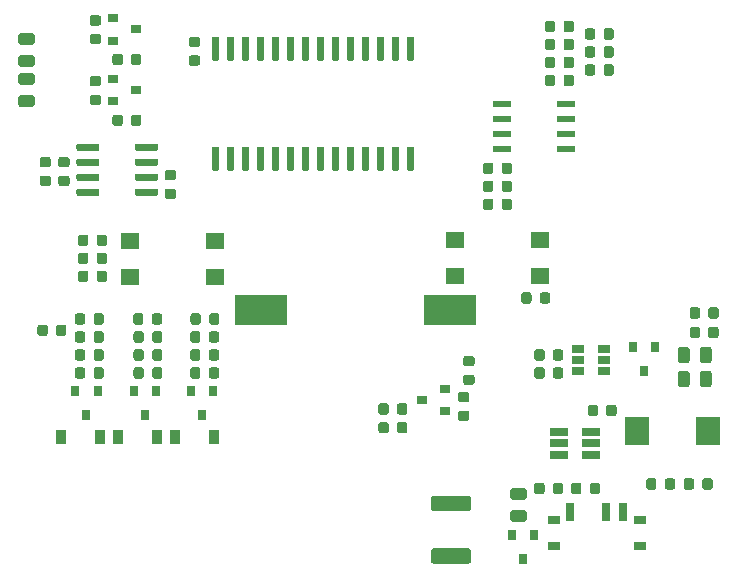
<source format=gtp>
G04 #@! TF.GenerationSoftware,KiCad,Pcbnew,(5.1.5)-3*
G04 #@! TF.CreationDate,2020-04-22T10:50:02+08:00*
G04 #@! TF.ProjectId,RDMA,52444d41-2e6b-4696-9361-645f70636258,1.0*
G04 #@! TF.SameCoordinates,Original*
G04 #@! TF.FileFunction,Paste,Top*
G04 #@! TF.FilePolarity,Positive*
%FSLAX46Y46*%
G04 Gerber Fmt 4.6, Leading zero omitted, Abs format (unit mm)*
G04 Created by KiCad (PCBNEW (5.1.5)-3) date 2020-04-22 10:50:02*
%MOMM*%
%LPD*%
G04 APERTURE LIST*
%ADD10R,4.400000X2.600000*%
%ADD11R,1.600000X1.400000*%
%ADD12C,0.100000*%
%ADD13R,0.900000X0.800000*%
%ADD14R,0.900000X1.200000*%
%ADD15R,0.800000X0.900000*%
%ADD16R,2.000000X2.400000*%
%ADD17R,1.000000X0.800000*%
%ADD18R,0.700000X1.500000*%
%ADD19R,1.560000X0.650000*%
%ADD20R,1.550000X0.600000*%
%ADD21R,1.060000X0.650000*%
G04 APERTURE END LIST*
D10*
X117285500Y-86868000D03*
X133285500Y-86868000D03*
D11*
X106191500Y-84050000D03*
X113391500Y-84050000D03*
X106191500Y-81050000D03*
X113391500Y-81050000D03*
X133687000Y-83986500D03*
X140887000Y-83986500D03*
X133687000Y-80986500D03*
X140887000Y-80986500D03*
D12*
G36*
X135151691Y-90762053D02*
G01*
X135172926Y-90765203D01*
X135193750Y-90770419D01*
X135213962Y-90777651D01*
X135233368Y-90786830D01*
X135251781Y-90797866D01*
X135269024Y-90810654D01*
X135284930Y-90825070D01*
X135299346Y-90840976D01*
X135312134Y-90858219D01*
X135323170Y-90876632D01*
X135332349Y-90896038D01*
X135339581Y-90916250D01*
X135344797Y-90937074D01*
X135347947Y-90958309D01*
X135349000Y-90979750D01*
X135349000Y-91417250D01*
X135347947Y-91438691D01*
X135344797Y-91459926D01*
X135339581Y-91480750D01*
X135332349Y-91500962D01*
X135323170Y-91520368D01*
X135312134Y-91538781D01*
X135299346Y-91556024D01*
X135284930Y-91571930D01*
X135269024Y-91586346D01*
X135251781Y-91599134D01*
X135233368Y-91610170D01*
X135213962Y-91619349D01*
X135193750Y-91626581D01*
X135172926Y-91631797D01*
X135151691Y-91634947D01*
X135130250Y-91636000D01*
X134617750Y-91636000D01*
X134596309Y-91634947D01*
X134575074Y-91631797D01*
X134554250Y-91626581D01*
X134534038Y-91619349D01*
X134514632Y-91610170D01*
X134496219Y-91599134D01*
X134478976Y-91586346D01*
X134463070Y-91571930D01*
X134448654Y-91556024D01*
X134435866Y-91538781D01*
X134424830Y-91520368D01*
X134415651Y-91500962D01*
X134408419Y-91480750D01*
X134403203Y-91459926D01*
X134400053Y-91438691D01*
X134399000Y-91417250D01*
X134399000Y-90979750D01*
X134400053Y-90958309D01*
X134403203Y-90937074D01*
X134408419Y-90916250D01*
X134415651Y-90896038D01*
X134424830Y-90876632D01*
X134435866Y-90858219D01*
X134448654Y-90840976D01*
X134463070Y-90825070D01*
X134478976Y-90810654D01*
X134496219Y-90797866D01*
X134514632Y-90786830D01*
X134534038Y-90777651D01*
X134554250Y-90770419D01*
X134575074Y-90765203D01*
X134596309Y-90762053D01*
X134617750Y-90761000D01*
X135130250Y-90761000D01*
X135151691Y-90762053D01*
G37*
G36*
X135151691Y-92337053D02*
G01*
X135172926Y-92340203D01*
X135193750Y-92345419D01*
X135213962Y-92352651D01*
X135233368Y-92361830D01*
X135251781Y-92372866D01*
X135269024Y-92385654D01*
X135284930Y-92400070D01*
X135299346Y-92415976D01*
X135312134Y-92433219D01*
X135323170Y-92451632D01*
X135332349Y-92471038D01*
X135339581Y-92491250D01*
X135344797Y-92512074D01*
X135347947Y-92533309D01*
X135349000Y-92554750D01*
X135349000Y-92992250D01*
X135347947Y-93013691D01*
X135344797Y-93034926D01*
X135339581Y-93055750D01*
X135332349Y-93075962D01*
X135323170Y-93095368D01*
X135312134Y-93113781D01*
X135299346Y-93131024D01*
X135284930Y-93146930D01*
X135269024Y-93161346D01*
X135251781Y-93174134D01*
X135233368Y-93185170D01*
X135213962Y-93194349D01*
X135193750Y-93201581D01*
X135172926Y-93206797D01*
X135151691Y-93209947D01*
X135130250Y-93211000D01*
X134617750Y-93211000D01*
X134596309Y-93209947D01*
X134575074Y-93206797D01*
X134554250Y-93201581D01*
X134534038Y-93194349D01*
X134514632Y-93185170D01*
X134496219Y-93174134D01*
X134478976Y-93161346D01*
X134463070Y-93146930D01*
X134448654Y-93131024D01*
X134435866Y-93113781D01*
X134424830Y-93095368D01*
X134415651Y-93075962D01*
X134408419Y-93055750D01*
X134403203Y-93034926D01*
X134400053Y-93013691D01*
X134399000Y-92992250D01*
X134399000Y-92554750D01*
X134400053Y-92533309D01*
X134403203Y-92512074D01*
X134408419Y-92491250D01*
X134415651Y-92471038D01*
X134424830Y-92451632D01*
X134435866Y-92433219D01*
X134448654Y-92415976D01*
X134463070Y-92400070D01*
X134478976Y-92385654D01*
X134496219Y-92372866D01*
X134514632Y-92361830D01*
X134534038Y-92352651D01*
X134554250Y-92345419D01*
X134575074Y-92340203D01*
X134596309Y-92337053D01*
X134617750Y-92336000D01*
X135130250Y-92336000D01*
X135151691Y-92337053D01*
G37*
G36*
X108407203Y-72789222D02*
G01*
X108421764Y-72791382D01*
X108436043Y-72794959D01*
X108449903Y-72799918D01*
X108463210Y-72806212D01*
X108475836Y-72813780D01*
X108487659Y-72822548D01*
X108498566Y-72832434D01*
X108508452Y-72843341D01*
X108517220Y-72855164D01*
X108524788Y-72867790D01*
X108531082Y-72881097D01*
X108536041Y-72894957D01*
X108539618Y-72909236D01*
X108541778Y-72923797D01*
X108542500Y-72938500D01*
X108542500Y-73238500D01*
X108541778Y-73253203D01*
X108539618Y-73267764D01*
X108536041Y-73282043D01*
X108531082Y-73295903D01*
X108524788Y-73309210D01*
X108517220Y-73321836D01*
X108508452Y-73333659D01*
X108498566Y-73344566D01*
X108487659Y-73354452D01*
X108475836Y-73363220D01*
X108463210Y-73370788D01*
X108449903Y-73377082D01*
X108436043Y-73382041D01*
X108421764Y-73385618D01*
X108407203Y-73387778D01*
X108392500Y-73388500D01*
X106742500Y-73388500D01*
X106727797Y-73387778D01*
X106713236Y-73385618D01*
X106698957Y-73382041D01*
X106685097Y-73377082D01*
X106671790Y-73370788D01*
X106659164Y-73363220D01*
X106647341Y-73354452D01*
X106636434Y-73344566D01*
X106626548Y-73333659D01*
X106617780Y-73321836D01*
X106610212Y-73309210D01*
X106603918Y-73295903D01*
X106598959Y-73282043D01*
X106595382Y-73267764D01*
X106593222Y-73253203D01*
X106592500Y-73238500D01*
X106592500Y-72938500D01*
X106593222Y-72923797D01*
X106595382Y-72909236D01*
X106598959Y-72894957D01*
X106603918Y-72881097D01*
X106610212Y-72867790D01*
X106617780Y-72855164D01*
X106626548Y-72843341D01*
X106636434Y-72832434D01*
X106647341Y-72822548D01*
X106659164Y-72813780D01*
X106671790Y-72806212D01*
X106685097Y-72799918D01*
X106698957Y-72794959D01*
X106713236Y-72791382D01*
X106727797Y-72789222D01*
X106742500Y-72788500D01*
X108392500Y-72788500D01*
X108407203Y-72789222D01*
G37*
G36*
X108407203Y-74059222D02*
G01*
X108421764Y-74061382D01*
X108436043Y-74064959D01*
X108449903Y-74069918D01*
X108463210Y-74076212D01*
X108475836Y-74083780D01*
X108487659Y-74092548D01*
X108498566Y-74102434D01*
X108508452Y-74113341D01*
X108517220Y-74125164D01*
X108524788Y-74137790D01*
X108531082Y-74151097D01*
X108536041Y-74164957D01*
X108539618Y-74179236D01*
X108541778Y-74193797D01*
X108542500Y-74208500D01*
X108542500Y-74508500D01*
X108541778Y-74523203D01*
X108539618Y-74537764D01*
X108536041Y-74552043D01*
X108531082Y-74565903D01*
X108524788Y-74579210D01*
X108517220Y-74591836D01*
X108508452Y-74603659D01*
X108498566Y-74614566D01*
X108487659Y-74624452D01*
X108475836Y-74633220D01*
X108463210Y-74640788D01*
X108449903Y-74647082D01*
X108436043Y-74652041D01*
X108421764Y-74655618D01*
X108407203Y-74657778D01*
X108392500Y-74658500D01*
X106742500Y-74658500D01*
X106727797Y-74657778D01*
X106713236Y-74655618D01*
X106698957Y-74652041D01*
X106685097Y-74647082D01*
X106671790Y-74640788D01*
X106659164Y-74633220D01*
X106647341Y-74624452D01*
X106636434Y-74614566D01*
X106626548Y-74603659D01*
X106617780Y-74591836D01*
X106610212Y-74579210D01*
X106603918Y-74565903D01*
X106598959Y-74552043D01*
X106595382Y-74537764D01*
X106593222Y-74523203D01*
X106592500Y-74508500D01*
X106592500Y-74208500D01*
X106593222Y-74193797D01*
X106595382Y-74179236D01*
X106598959Y-74164957D01*
X106603918Y-74151097D01*
X106610212Y-74137790D01*
X106617780Y-74125164D01*
X106626548Y-74113341D01*
X106636434Y-74102434D01*
X106647341Y-74092548D01*
X106659164Y-74083780D01*
X106671790Y-74076212D01*
X106685097Y-74069918D01*
X106698957Y-74064959D01*
X106713236Y-74061382D01*
X106727797Y-74059222D01*
X106742500Y-74058500D01*
X108392500Y-74058500D01*
X108407203Y-74059222D01*
G37*
G36*
X108407203Y-75329222D02*
G01*
X108421764Y-75331382D01*
X108436043Y-75334959D01*
X108449903Y-75339918D01*
X108463210Y-75346212D01*
X108475836Y-75353780D01*
X108487659Y-75362548D01*
X108498566Y-75372434D01*
X108508452Y-75383341D01*
X108517220Y-75395164D01*
X108524788Y-75407790D01*
X108531082Y-75421097D01*
X108536041Y-75434957D01*
X108539618Y-75449236D01*
X108541778Y-75463797D01*
X108542500Y-75478500D01*
X108542500Y-75778500D01*
X108541778Y-75793203D01*
X108539618Y-75807764D01*
X108536041Y-75822043D01*
X108531082Y-75835903D01*
X108524788Y-75849210D01*
X108517220Y-75861836D01*
X108508452Y-75873659D01*
X108498566Y-75884566D01*
X108487659Y-75894452D01*
X108475836Y-75903220D01*
X108463210Y-75910788D01*
X108449903Y-75917082D01*
X108436043Y-75922041D01*
X108421764Y-75925618D01*
X108407203Y-75927778D01*
X108392500Y-75928500D01*
X106742500Y-75928500D01*
X106727797Y-75927778D01*
X106713236Y-75925618D01*
X106698957Y-75922041D01*
X106685097Y-75917082D01*
X106671790Y-75910788D01*
X106659164Y-75903220D01*
X106647341Y-75894452D01*
X106636434Y-75884566D01*
X106626548Y-75873659D01*
X106617780Y-75861836D01*
X106610212Y-75849210D01*
X106603918Y-75835903D01*
X106598959Y-75822043D01*
X106595382Y-75807764D01*
X106593222Y-75793203D01*
X106592500Y-75778500D01*
X106592500Y-75478500D01*
X106593222Y-75463797D01*
X106595382Y-75449236D01*
X106598959Y-75434957D01*
X106603918Y-75421097D01*
X106610212Y-75407790D01*
X106617780Y-75395164D01*
X106626548Y-75383341D01*
X106636434Y-75372434D01*
X106647341Y-75362548D01*
X106659164Y-75353780D01*
X106671790Y-75346212D01*
X106685097Y-75339918D01*
X106698957Y-75334959D01*
X106713236Y-75331382D01*
X106727797Y-75329222D01*
X106742500Y-75328500D01*
X108392500Y-75328500D01*
X108407203Y-75329222D01*
G37*
G36*
X108407203Y-76599222D02*
G01*
X108421764Y-76601382D01*
X108436043Y-76604959D01*
X108449903Y-76609918D01*
X108463210Y-76616212D01*
X108475836Y-76623780D01*
X108487659Y-76632548D01*
X108498566Y-76642434D01*
X108508452Y-76653341D01*
X108517220Y-76665164D01*
X108524788Y-76677790D01*
X108531082Y-76691097D01*
X108536041Y-76704957D01*
X108539618Y-76719236D01*
X108541778Y-76733797D01*
X108542500Y-76748500D01*
X108542500Y-77048500D01*
X108541778Y-77063203D01*
X108539618Y-77077764D01*
X108536041Y-77092043D01*
X108531082Y-77105903D01*
X108524788Y-77119210D01*
X108517220Y-77131836D01*
X108508452Y-77143659D01*
X108498566Y-77154566D01*
X108487659Y-77164452D01*
X108475836Y-77173220D01*
X108463210Y-77180788D01*
X108449903Y-77187082D01*
X108436043Y-77192041D01*
X108421764Y-77195618D01*
X108407203Y-77197778D01*
X108392500Y-77198500D01*
X106742500Y-77198500D01*
X106727797Y-77197778D01*
X106713236Y-77195618D01*
X106698957Y-77192041D01*
X106685097Y-77187082D01*
X106671790Y-77180788D01*
X106659164Y-77173220D01*
X106647341Y-77164452D01*
X106636434Y-77154566D01*
X106626548Y-77143659D01*
X106617780Y-77131836D01*
X106610212Y-77119210D01*
X106603918Y-77105903D01*
X106598959Y-77092043D01*
X106595382Y-77077764D01*
X106593222Y-77063203D01*
X106592500Y-77048500D01*
X106592500Y-76748500D01*
X106593222Y-76733797D01*
X106595382Y-76719236D01*
X106598959Y-76704957D01*
X106603918Y-76691097D01*
X106610212Y-76677790D01*
X106617780Y-76665164D01*
X106626548Y-76653341D01*
X106636434Y-76642434D01*
X106647341Y-76632548D01*
X106659164Y-76623780D01*
X106671790Y-76616212D01*
X106685097Y-76609918D01*
X106698957Y-76604959D01*
X106713236Y-76601382D01*
X106727797Y-76599222D01*
X106742500Y-76598500D01*
X108392500Y-76598500D01*
X108407203Y-76599222D01*
G37*
G36*
X103457203Y-76599222D02*
G01*
X103471764Y-76601382D01*
X103486043Y-76604959D01*
X103499903Y-76609918D01*
X103513210Y-76616212D01*
X103525836Y-76623780D01*
X103537659Y-76632548D01*
X103548566Y-76642434D01*
X103558452Y-76653341D01*
X103567220Y-76665164D01*
X103574788Y-76677790D01*
X103581082Y-76691097D01*
X103586041Y-76704957D01*
X103589618Y-76719236D01*
X103591778Y-76733797D01*
X103592500Y-76748500D01*
X103592500Y-77048500D01*
X103591778Y-77063203D01*
X103589618Y-77077764D01*
X103586041Y-77092043D01*
X103581082Y-77105903D01*
X103574788Y-77119210D01*
X103567220Y-77131836D01*
X103558452Y-77143659D01*
X103548566Y-77154566D01*
X103537659Y-77164452D01*
X103525836Y-77173220D01*
X103513210Y-77180788D01*
X103499903Y-77187082D01*
X103486043Y-77192041D01*
X103471764Y-77195618D01*
X103457203Y-77197778D01*
X103442500Y-77198500D01*
X101792500Y-77198500D01*
X101777797Y-77197778D01*
X101763236Y-77195618D01*
X101748957Y-77192041D01*
X101735097Y-77187082D01*
X101721790Y-77180788D01*
X101709164Y-77173220D01*
X101697341Y-77164452D01*
X101686434Y-77154566D01*
X101676548Y-77143659D01*
X101667780Y-77131836D01*
X101660212Y-77119210D01*
X101653918Y-77105903D01*
X101648959Y-77092043D01*
X101645382Y-77077764D01*
X101643222Y-77063203D01*
X101642500Y-77048500D01*
X101642500Y-76748500D01*
X101643222Y-76733797D01*
X101645382Y-76719236D01*
X101648959Y-76704957D01*
X101653918Y-76691097D01*
X101660212Y-76677790D01*
X101667780Y-76665164D01*
X101676548Y-76653341D01*
X101686434Y-76642434D01*
X101697341Y-76632548D01*
X101709164Y-76623780D01*
X101721790Y-76616212D01*
X101735097Y-76609918D01*
X101748957Y-76604959D01*
X101763236Y-76601382D01*
X101777797Y-76599222D01*
X101792500Y-76598500D01*
X103442500Y-76598500D01*
X103457203Y-76599222D01*
G37*
G36*
X103457203Y-75329222D02*
G01*
X103471764Y-75331382D01*
X103486043Y-75334959D01*
X103499903Y-75339918D01*
X103513210Y-75346212D01*
X103525836Y-75353780D01*
X103537659Y-75362548D01*
X103548566Y-75372434D01*
X103558452Y-75383341D01*
X103567220Y-75395164D01*
X103574788Y-75407790D01*
X103581082Y-75421097D01*
X103586041Y-75434957D01*
X103589618Y-75449236D01*
X103591778Y-75463797D01*
X103592500Y-75478500D01*
X103592500Y-75778500D01*
X103591778Y-75793203D01*
X103589618Y-75807764D01*
X103586041Y-75822043D01*
X103581082Y-75835903D01*
X103574788Y-75849210D01*
X103567220Y-75861836D01*
X103558452Y-75873659D01*
X103548566Y-75884566D01*
X103537659Y-75894452D01*
X103525836Y-75903220D01*
X103513210Y-75910788D01*
X103499903Y-75917082D01*
X103486043Y-75922041D01*
X103471764Y-75925618D01*
X103457203Y-75927778D01*
X103442500Y-75928500D01*
X101792500Y-75928500D01*
X101777797Y-75927778D01*
X101763236Y-75925618D01*
X101748957Y-75922041D01*
X101735097Y-75917082D01*
X101721790Y-75910788D01*
X101709164Y-75903220D01*
X101697341Y-75894452D01*
X101686434Y-75884566D01*
X101676548Y-75873659D01*
X101667780Y-75861836D01*
X101660212Y-75849210D01*
X101653918Y-75835903D01*
X101648959Y-75822043D01*
X101645382Y-75807764D01*
X101643222Y-75793203D01*
X101642500Y-75778500D01*
X101642500Y-75478500D01*
X101643222Y-75463797D01*
X101645382Y-75449236D01*
X101648959Y-75434957D01*
X101653918Y-75421097D01*
X101660212Y-75407790D01*
X101667780Y-75395164D01*
X101676548Y-75383341D01*
X101686434Y-75372434D01*
X101697341Y-75362548D01*
X101709164Y-75353780D01*
X101721790Y-75346212D01*
X101735097Y-75339918D01*
X101748957Y-75334959D01*
X101763236Y-75331382D01*
X101777797Y-75329222D01*
X101792500Y-75328500D01*
X103442500Y-75328500D01*
X103457203Y-75329222D01*
G37*
G36*
X103457203Y-74059222D02*
G01*
X103471764Y-74061382D01*
X103486043Y-74064959D01*
X103499903Y-74069918D01*
X103513210Y-74076212D01*
X103525836Y-74083780D01*
X103537659Y-74092548D01*
X103548566Y-74102434D01*
X103558452Y-74113341D01*
X103567220Y-74125164D01*
X103574788Y-74137790D01*
X103581082Y-74151097D01*
X103586041Y-74164957D01*
X103589618Y-74179236D01*
X103591778Y-74193797D01*
X103592500Y-74208500D01*
X103592500Y-74508500D01*
X103591778Y-74523203D01*
X103589618Y-74537764D01*
X103586041Y-74552043D01*
X103581082Y-74565903D01*
X103574788Y-74579210D01*
X103567220Y-74591836D01*
X103558452Y-74603659D01*
X103548566Y-74614566D01*
X103537659Y-74624452D01*
X103525836Y-74633220D01*
X103513210Y-74640788D01*
X103499903Y-74647082D01*
X103486043Y-74652041D01*
X103471764Y-74655618D01*
X103457203Y-74657778D01*
X103442500Y-74658500D01*
X101792500Y-74658500D01*
X101777797Y-74657778D01*
X101763236Y-74655618D01*
X101748957Y-74652041D01*
X101735097Y-74647082D01*
X101721790Y-74640788D01*
X101709164Y-74633220D01*
X101697341Y-74624452D01*
X101686434Y-74614566D01*
X101676548Y-74603659D01*
X101667780Y-74591836D01*
X101660212Y-74579210D01*
X101653918Y-74565903D01*
X101648959Y-74552043D01*
X101645382Y-74537764D01*
X101643222Y-74523203D01*
X101642500Y-74508500D01*
X101642500Y-74208500D01*
X101643222Y-74193797D01*
X101645382Y-74179236D01*
X101648959Y-74164957D01*
X101653918Y-74151097D01*
X101660212Y-74137790D01*
X101667780Y-74125164D01*
X101676548Y-74113341D01*
X101686434Y-74102434D01*
X101697341Y-74092548D01*
X101709164Y-74083780D01*
X101721790Y-74076212D01*
X101735097Y-74069918D01*
X101748957Y-74064959D01*
X101763236Y-74061382D01*
X101777797Y-74059222D01*
X101792500Y-74058500D01*
X103442500Y-74058500D01*
X103457203Y-74059222D01*
G37*
G36*
X103457203Y-72789222D02*
G01*
X103471764Y-72791382D01*
X103486043Y-72794959D01*
X103499903Y-72799918D01*
X103513210Y-72806212D01*
X103525836Y-72813780D01*
X103537659Y-72822548D01*
X103548566Y-72832434D01*
X103558452Y-72843341D01*
X103567220Y-72855164D01*
X103574788Y-72867790D01*
X103581082Y-72881097D01*
X103586041Y-72894957D01*
X103589618Y-72909236D01*
X103591778Y-72923797D01*
X103592500Y-72938500D01*
X103592500Y-73238500D01*
X103591778Y-73253203D01*
X103589618Y-73267764D01*
X103586041Y-73282043D01*
X103581082Y-73295903D01*
X103574788Y-73309210D01*
X103567220Y-73321836D01*
X103558452Y-73333659D01*
X103548566Y-73344566D01*
X103537659Y-73354452D01*
X103525836Y-73363220D01*
X103513210Y-73370788D01*
X103499903Y-73377082D01*
X103486043Y-73382041D01*
X103471764Y-73385618D01*
X103457203Y-73387778D01*
X103442500Y-73388500D01*
X101792500Y-73388500D01*
X101777797Y-73387778D01*
X101763236Y-73385618D01*
X101748957Y-73382041D01*
X101735097Y-73377082D01*
X101721790Y-73370788D01*
X101709164Y-73363220D01*
X101697341Y-73354452D01*
X101686434Y-73344566D01*
X101676548Y-73333659D01*
X101667780Y-73321836D01*
X101660212Y-73309210D01*
X101653918Y-73295903D01*
X101648959Y-73282043D01*
X101645382Y-73267764D01*
X101643222Y-73253203D01*
X101642500Y-73238500D01*
X101642500Y-72938500D01*
X101643222Y-72923797D01*
X101645382Y-72909236D01*
X101648959Y-72894957D01*
X101653918Y-72881097D01*
X101660212Y-72867790D01*
X101667780Y-72855164D01*
X101676548Y-72843341D01*
X101686434Y-72832434D01*
X101697341Y-72822548D01*
X101709164Y-72813780D01*
X101721790Y-72806212D01*
X101735097Y-72799918D01*
X101748957Y-72794959D01*
X101763236Y-72791382D01*
X101777797Y-72789222D01*
X101792500Y-72788500D01*
X103442500Y-72788500D01*
X103457203Y-72789222D01*
G37*
G36*
X113575703Y-63731222D02*
G01*
X113590264Y-63733382D01*
X113604543Y-63736959D01*
X113618403Y-63741918D01*
X113631710Y-63748212D01*
X113644336Y-63755780D01*
X113656159Y-63764548D01*
X113667066Y-63774434D01*
X113676952Y-63785341D01*
X113685720Y-63797164D01*
X113693288Y-63809790D01*
X113699582Y-63823097D01*
X113704541Y-63836957D01*
X113708118Y-63851236D01*
X113710278Y-63865797D01*
X113711000Y-63880500D01*
X113711000Y-65630500D01*
X113710278Y-65645203D01*
X113708118Y-65659764D01*
X113704541Y-65674043D01*
X113699582Y-65687903D01*
X113693288Y-65701210D01*
X113685720Y-65713836D01*
X113676952Y-65725659D01*
X113667066Y-65736566D01*
X113656159Y-65746452D01*
X113644336Y-65755220D01*
X113631710Y-65762788D01*
X113618403Y-65769082D01*
X113604543Y-65774041D01*
X113590264Y-65777618D01*
X113575703Y-65779778D01*
X113561000Y-65780500D01*
X113261000Y-65780500D01*
X113246297Y-65779778D01*
X113231736Y-65777618D01*
X113217457Y-65774041D01*
X113203597Y-65769082D01*
X113190290Y-65762788D01*
X113177664Y-65755220D01*
X113165841Y-65746452D01*
X113154934Y-65736566D01*
X113145048Y-65725659D01*
X113136280Y-65713836D01*
X113128712Y-65701210D01*
X113122418Y-65687903D01*
X113117459Y-65674043D01*
X113113882Y-65659764D01*
X113111722Y-65645203D01*
X113111000Y-65630500D01*
X113111000Y-63880500D01*
X113111722Y-63865797D01*
X113113882Y-63851236D01*
X113117459Y-63836957D01*
X113122418Y-63823097D01*
X113128712Y-63809790D01*
X113136280Y-63797164D01*
X113145048Y-63785341D01*
X113154934Y-63774434D01*
X113165841Y-63764548D01*
X113177664Y-63755780D01*
X113190290Y-63748212D01*
X113203597Y-63741918D01*
X113217457Y-63736959D01*
X113231736Y-63733382D01*
X113246297Y-63731222D01*
X113261000Y-63730500D01*
X113561000Y-63730500D01*
X113575703Y-63731222D01*
G37*
G36*
X114845703Y-63731222D02*
G01*
X114860264Y-63733382D01*
X114874543Y-63736959D01*
X114888403Y-63741918D01*
X114901710Y-63748212D01*
X114914336Y-63755780D01*
X114926159Y-63764548D01*
X114937066Y-63774434D01*
X114946952Y-63785341D01*
X114955720Y-63797164D01*
X114963288Y-63809790D01*
X114969582Y-63823097D01*
X114974541Y-63836957D01*
X114978118Y-63851236D01*
X114980278Y-63865797D01*
X114981000Y-63880500D01*
X114981000Y-65630500D01*
X114980278Y-65645203D01*
X114978118Y-65659764D01*
X114974541Y-65674043D01*
X114969582Y-65687903D01*
X114963288Y-65701210D01*
X114955720Y-65713836D01*
X114946952Y-65725659D01*
X114937066Y-65736566D01*
X114926159Y-65746452D01*
X114914336Y-65755220D01*
X114901710Y-65762788D01*
X114888403Y-65769082D01*
X114874543Y-65774041D01*
X114860264Y-65777618D01*
X114845703Y-65779778D01*
X114831000Y-65780500D01*
X114531000Y-65780500D01*
X114516297Y-65779778D01*
X114501736Y-65777618D01*
X114487457Y-65774041D01*
X114473597Y-65769082D01*
X114460290Y-65762788D01*
X114447664Y-65755220D01*
X114435841Y-65746452D01*
X114424934Y-65736566D01*
X114415048Y-65725659D01*
X114406280Y-65713836D01*
X114398712Y-65701210D01*
X114392418Y-65687903D01*
X114387459Y-65674043D01*
X114383882Y-65659764D01*
X114381722Y-65645203D01*
X114381000Y-65630500D01*
X114381000Y-63880500D01*
X114381722Y-63865797D01*
X114383882Y-63851236D01*
X114387459Y-63836957D01*
X114392418Y-63823097D01*
X114398712Y-63809790D01*
X114406280Y-63797164D01*
X114415048Y-63785341D01*
X114424934Y-63774434D01*
X114435841Y-63764548D01*
X114447664Y-63755780D01*
X114460290Y-63748212D01*
X114473597Y-63741918D01*
X114487457Y-63736959D01*
X114501736Y-63733382D01*
X114516297Y-63731222D01*
X114531000Y-63730500D01*
X114831000Y-63730500D01*
X114845703Y-63731222D01*
G37*
G36*
X116115703Y-63731222D02*
G01*
X116130264Y-63733382D01*
X116144543Y-63736959D01*
X116158403Y-63741918D01*
X116171710Y-63748212D01*
X116184336Y-63755780D01*
X116196159Y-63764548D01*
X116207066Y-63774434D01*
X116216952Y-63785341D01*
X116225720Y-63797164D01*
X116233288Y-63809790D01*
X116239582Y-63823097D01*
X116244541Y-63836957D01*
X116248118Y-63851236D01*
X116250278Y-63865797D01*
X116251000Y-63880500D01*
X116251000Y-65630500D01*
X116250278Y-65645203D01*
X116248118Y-65659764D01*
X116244541Y-65674043D01*
X116239582Y-65687903D01*
X116233288Y-65701210D01*
X116225720Y-65713836D01*
X116216952Y-65725659D01*
X116207066Y-65736566D01*
X116196159Y-65746452D01*
X116184336Y-65755220D01*
X116171710Y-65762788D01*
X116158403Y-65769082D01*
X116144543Y-65774041D01*
X116130264Y-65777618D01*
X116115703Y-65779778D01*
X116101000Y-65780500D01*
X115801000Y-65780500D01*
X115786297Y-65779778D01*
X115771736Y-65777618D01*
X115757457Y-65774041D01*
X115743597Y-65769082D01*
X115730290Y-65762788D01*
X115717664Y-65755220D01*
X115705841Y-65746452D01*
X115694934Y-65736566D01*
X115685048Y-65725659D01*
X115676280Y-65713836D01*
X115668712Y-65701210D01*
X115662418Y-65687903D01*
X115657459Y-65674043D01*
X115653882Y-65659764D01*
X115651722Y-65645203D01*
X115651000Y-65630500D01*
X115651000Y-63880500D01*
X115651722Y-63865797D01*
X115653882Y-63851236D01*
X115657459Y-63836957D01*
X115662418Y-63823097D01*
X115668712Y-63809790D01*
X115676280Y-63797164D01*
X115685048Y-63785341D01*
X115694934Y-63774434D01*
X115705841Y-63764548D01*
X115717664Y-63755780D01*
X115730290Y-63748212D01*
X115743597Y-63741918D01*
X115757457Y-63736959D01*
X115771736Y-63733382D01*
X115786297Y-63731222D01*
X115801000Y-63730500D01*
X116101000Y-63730500D01*
X116115703Y-63731222D01*
G37*
G36*
X117385703Y-63731222D02*
G01*
X117400264Y-63733382D01*
X117414543Y-63736959D01*
X117428403Y-63741918D01*
X117441710Y-63748212D01*
X117454336Y-63755780D01*
X117466159Y-63764548D01*
X117477066Y-63774434D01*
X117486952Y-63785341D01*
X117495720Y-63797164D01*
X117503288Y-63809790D01*
X117509582Y-63823097D01*
X117514541Y-63836957D01*
X117518118Y-63851236D01*
X117520278Y-63865797D01*
X117521000Y-63880500D01*
X117521000Y-65630500D01*
X117520278Y-65645203D01*
X117518118Y-65659764D01*
X117514541Y-65674043D01*
X117509582Y-65687903D01*
X117503288Y-65701210D01*
X117495720Y-65713836D01*
X117486952Y-65725659D01*
X117477066Y-65736566D01*
X117466159Y-65746452D01*
X117454336Y-65755220D01*
X117441710Y-65762788D01*
X117428403Y-65769082D01*
X117414543Y-65774041D01*
X117400264Y-65777618D01*
X117385703Y-65779778D01*
X117371000Y-65780500D01*
X117071000Y-65780500D01*
X117056297Y-65779778D01*
X117041736Y-65777618D01*
X117027457Y-65774041D01*
X117013597Y-65769082D01*
X117000290Y-65762788D01*
X116987664Y-65755220D01*
X116975841Y-65746452D01*
X116964934Y-65736566D01*
X116955048Y-65725659D01*
X116946280Y-65713836D01*
X116938712Y-65701210D01*
X116932418Y-65687903D01*
X116927459Y-65674043D01*
X116923882Y-65659764D01*
X116921722Y-65645203D01*
X116921000Y-65630500D01*
X116921000Y-63880500D01*
X116921722Y-63865797D01*
X116923882Y-63851236D01*
X116927459Y-63836957D01*
X116932418Y-63823097D01*
X116938712Y-63809790D01*
X116946280Y-63797164D01*
X116955048Y-63785341D01*
X116964934Y-63774434D01*
X116975841Y-63764548D01*
X116987664Y-63755780D01*
X117000290Y-63748212D01*
X117013597Y-63741918D01*
X117027457Y-63736959D01*
X117041736Y-63733382D01*
X117056297Y-63731222D01*
X117071000Y-63730500D01*
X117371000Y-63730500D01*
X117385703Y-63731222D01*
G37*
G36*
X118655703Y-63731222D02*
G01*
X118670264Y-63733382D01*
X118684543Y-63736959D01*
X118698403Y-63741918D01*
X118711710Y-63748212D01*
X118724336Y-63755780D01*
X118736159Y-63764548D01*
X118747066Y-63774434D01*
X118756952Y-63785341D01*
X118765720Y-63797164D01*
X118773288Y-63809790D01*
X118779582Y-63823097D01*
X118784541Y-63836957D01*
X118788118Y-63851236D01*
X118790278Y-63865797D01*
X118791000Y-63880500D01*
X118791000Y-65630500D01*
X118790278Y-65645203D01*
X118788118Y-65659764D01*
X118784541Y-65674043D01*
X118779582Y-65687903D01*
X118773288Y-65701210D01*
X118765720Y-65713836D01*
X118756952Y-65725659D01*
X118747066Y-65736566D01*
X118736159Y-65746452D01*
X118724336Y-65755220D01*
X118711710Y-65762788D01*
X118698403Y-65769082D01*
X118684543Y-65774041D01*
X118670264Y-65777618D01*
X118655703Y-65779778D01*
X118641000Y-65780500D01*
X118341000Y-65780500D01*
X118326297Y-65779778D01*
X118311736Y-65777618D01*
X118297457Y-65774041D01*
X118283597Y-65769082D01*
X118270290Y-65762788D01*
X118257664Y-65755220D01*
X118245841Y-65746452D01*
X118234934Y-65736566D01*
X118225048Y-65725659D01*
X118216280Y-65713836D01*
X118208712Y-65701210D01*
X118202418Y-65687903D01*
X118197459Y-65674043D01*
X118193882Y-65659764D01*
X118191722Y-65645203D01*
X118191000Y-65630500D01*
X118191000Y-63880500D01*
X118191722Y-63865797D01*
X118193882Y-63851236D01*
X118197459Y-63836957D01*
X118202418Y-63823097D01*
X118208712Y-63809790D01*
X118216280Y-63797164D01*
X118225048Y-63785341D01*
X118234934Y-63774434D01*
X118245841Y-63764548D01*
X118257664Y-63755780D01*
X118270290Y-63748212D01*
X118283597Y-63741918D01*
X118297457Y-63736959D01*
X118311736Y-63733382D01*
X118326297Y-63731222D01*
X118341000Y-63730500D01*
X118641000Y-63730500D01*
X118655703Y-63731222D01*
G37*
G36*
X119925703Y-63731222D02*
G01*
X119940264Y-63733382D01*
X119954543Y-63736959D01*
X119968403Y-63741918D01*
X119981710Y-63748212D01*
X119994336Y-63755780D01*
X120006159Y-63764548D01*
X120017066Y-63774434D01*
X120026952Y-63785341D01*
X120035720Y-63797164D01*
X120043288Y-63809790D01*
X120049582Y-63823097D01*
X120054541Y-63836957D01*
X120058118Y-63851236D01*
X120060278Y-63865797D01*
X120061000Y-63880500D01*
X120061000Y-65630500D01*
X120060278Y-65645203D01*
X120058118Y-65659764D01*
X120054541Y-65674043D01*
X120049582Y-65687903D01*
X120043288Y-65701210D01*
X120035720Y-65713836D01*
X120026952Y-65725659D01*
X120017066Y-65736566D01*
X120006159Y-65746452D01*
X119994336Y-65755220D01*
X119981710Y-65762788D01*
X119968403Y-65769082D01*
X119954543Y-65774041D01*
X119940264Y-65777618D01*
X119925703Y-65779778D01*
X119911000Y-65780500D01*
X119611000Y-65780500D01*
X119596297Y-65779778D01*
X119581736Y-65777618D01*
X119567457Y-65774041D01*
X119553597Y-65769082D01*
X119540290Y-65762788D01*
X119527664Y-65755220D01*
X119515841Y-65746452D01*
X119504934Y-65736566D01*
X119495048Y-65725659D01*
X119486280Y-65713836D01*
X119478712Y-65701210D01*
X119472418Y-65687903D01*
X119467459Y-65674043D01*
X119463882Y-65659764D01*
X119461722Y-65645203D01*
X119461000Y-65630500D01*
X119461000Y-63880500D01*
X119461722Y-63865797D01*
X119463882Y-63851236D01*
X119467459Y-63836957D01*
X119472418Y-63823097D01*
X119478712Y-63809790D01*
X119486280Y-63797164D01*
X119495048Y-63785341D01*
X119504934Y-63774434D01*
X119515841Y-63764548D01*
X119527664Y-63755780D01*
X119540290Y-63748212D01*
X119553597Y-63741918D01*
X119567457Y-63736959D01*
X119581736Y-63733382D01*
X119596297Y-63731222D01*
X119611000Y-63730500D01*
X119911000Y-63730500D01*
X119925703Y-63731222D01*
G37*
G36*
X121195703Y-63731222D02*
G01*
X121210264Y-63733382D01*
X121224543Y-63736959D01*
X121238403Y-63741918D01*
X121251710Y-63748212D01*
X121264336Y-63755780D01*
X121276159Y-63764548D01*
X121287066Y-63774434D01*
X121296952Y-63785341D01*
X121305720Y-63797164D01*
X121313288Y-63809790D01*
X121319582Y-63823097D01*
X121324541Y-63836957D01*
X121328118Y-63851236D01*
X121330278Y-63865797D01*
X121331000Y-63880500D01*
X121331000Y-65630500D01*
X121330278Y-65645203D01*
X121328118Y-65659764D01*
X121324541Y-65674043D01*
X121319582Y-65687903D01*
X121313288Y-65701210D01*
X121305720Y-65713836D01*
X121296952Y-65725659D01*
X121287066Y-65736566D01*
X121276159Y-65746452D01*
X121264336Y-65755220D01*
X121251710Y-65762788D01*
X121238403Y-65769082D01*
X121224543Y-65774041D01*
X121210264Y-65777618D01*
X121195703Y-65779778D01*
X121181000Y-65780500D01*
X120881000Y-65780500D01*
X120866297Y-65779778D01*
X120851736Y-65777618D01*
X120837457Y-65774041D01*
X120823597Y-65769082D01*
X120810290Y-65762788D01*
X120797664Y-65755220D01*
X120785841Y-65746452D01*
X120774934Y-65736566D01*
X120765048Y-65725659D01*
X120756280Y-65713836D01*
X120748712Y-65701210D01*
X120742418Y-65687903D01*
X120737459Y-65674043D01*
X120733882Y-65659764D01*
X120731722Y-65645203D01*
X120731000Y-65630500D01*
X120731000Y-63880500D01*
X120731722Y-63865797D01*
X120733882Y-63851236D01*
X120737459Y-63836957D01*
X120742418Y-63823097D01*
X120748712Y-63809790D01*
X120756280Y-63797164D01*
X120765048Y-63785341D01*
X120774934Y-63774434D01*
X120785841Y-63764548D01*
X120797664Y-63755780D01*
X120810290Y-63748212D01*
X120823597Y-63741918D01*
X120837457Y-63736959D01*
X120851736Y-63733382D01*
X120866297Y-63731222D01*
X120881000Y-63730500D01*
X121181000Y-63730500D01*
X121195703Y-63731222D01*
G37*
G36*
X122465703Y-63731222D02*
G01*
X122480264Y-63733382D01*
X122494543Y-63736959D01*
X122508403Y-63741918D01*
X122521710Y-63748212D01*
X122534336Y-63755780D01*
X122546159Y-63764548D01*
X122557066Y-63774434D01*
X122566952Y-63785341D01*
X122575720Y-63797164D01*
X122583288Y-63809790D01*
X122589582Y-63823097D01*
X122594541Y-63836957D01*
X122598118Y-63851236D01*
X122600278Y-63865797D01*
X122601000Y-63880500D01*
X122601000Y-65630500D01*
X122600278Y-65645203D01*
X122598118Y-65659764D01*
X122594541Y-65674043D01*
X122589582Y-65687903D01*
X122583288Y-65701210D01*
X122575720Y-65713836D01*
X122566952Y-65725659D01*
X122557066Y-65736566D01*
X122546159Y-65746452D01*
X122534336Y-65755220D01*
X122521710Y-65762788D01*
X122508403Y-65769082D01*
X122494543Y-65774041D01*
X122480264Y-65777618D01*
X122465703Y-65779778D01*
X122451000Y-65780500D01*
X122151000Y-65780500D01*
X122136297Y-65779778D01*
X122121736Y-65777618D01*
X122107457Y-65774041D01*
X122093597Y-65769082D01*
X122080290Y-65762788D01*
X122067664Y-65755220D01*
X122055841Y-65746452D01*
X122044934Y-65736566D01*
X122035048Y-65725659D01*
X122026280Y-65713836D01*
X122018712Y-65701210D01*
X122012418Y-65687903D01*
X122007459Y-65674043D01*
X122003882Y-65659764D01*
X122001722Y-65645203D01*
X122001000Y-65630500D01*
X122001000Y-63880500D01*
X122001722Y-63865797D01*
X122003882Y-63851236D01*
X122007459Y-63836957D01*
X122012418Y-63823097D01*
X122018712Y-63809790D01*
X122026280Y-63797164D01*
X122035048Y-63785341D01*
X122044934Y-63774434D01*
X122055841Y-63764548D01*
X122067664Y-63755780D01*
X122080290Y-63748212D01*
X122093597Y-63741918D01*
X122107457Y-63736959D01*
X122121736Y-63733382D01*
X122136297Y-63731222D01*
X122151000Y-63730500D01*
X122451000Y-63730500D01*
X122465703Y-63731222D01*
G37*
G36*
X123735703Y-63731222D02*
G01*
X123750264Y-63733382D01*
X123764543Y-63736959D01*
X123778403Y-63741918D01*
X123791710Y-63748212D01*
X123804336Y-63755780D01*
X123816159Y-63764548D01*
X123827066Y-63774434D01*
X123836952Y-63785341D01*
X123845720Y-63797164D01*
X123853288Y-63809790D01*
X123859582Y-63823097D01*
X123864541Y-63836957D01*
X123868118Y-63851236D01*
X123870278Y-63865797D01*
X123871000Y-63880500D01*
X123871000Y-65630500D01*
X123870278Y-65645203D01*
X123868118Y-65659764D01*
X123864541Y-65674043D01*
X123859582Y-65687903D01*
X123853288Y-65701210D01*
X123845720Y-65713836D01*
X123836952Y-65725659D01*
X123827066Y-65736566D01*
X123816159Y-65746452D01*
X123804336Y-65755220D01*
X123791710Y-65762788D01*
X123778403Y-65769082D01*
X123764543Y-65774041D01*
X123750264Y-65777618D01*
X123735703Y-65779778D01*
X123721000Y-65780500D01*
X123421000Y-65780500D01*
X123406297Y-65779778D01*
X123391736Y-65777618D01*
X123377457Y-65774041D01*
X123363597Y-65769082D01*
X123350290Y-65762788D01*
X123337664Y-65755220D01*
X123325841Y-65746452D01*
X123314934Y-65736566D01*
X123305048Y-65725659D01*
X123296280Y-65713836D01*
X123288712Y-65701210D01*
X123282418Y-65687903D01*
X123277459Y-65674043D01*
X123273882Y-65659764D01*
X123271722Y-65645203D01*
X123271000Y-65630500D01*
X123271000Y-63880500D01*
X123271722Y-63865797D01*
X123273882Y-63851236D01*
X123277459Y-63836957D01*
X123282418Y-63823097D01*
X123288712Y-63809790D01*
X123296280Y-63797164D01*
X123305048Y-63785341D01*
X123314934Y-63774434D01*
X123325841Y-63764548D01*
X123337664Y-63755780D01*
X123350290Y-63748212D01*
X123363597Y-63741918D01*
X123377457Y-63736959D01*
X123391736Y-63733382D01*
X123406297Y-63731222D01*
X123421000Y-63730500D01*
X123721000Y-63730500D01*
X123735703Y-63731222D01*
G37*
G36*
X125005703Y-63731222D02*
G01*
X125020264Y-63733382D01*
X125034543Y-63736959D01*
X125048403Y-63741918D01*
X125061710Y-63748212D01*
X125074336Y-63755780D01*
X125086159Y-63764548D01*
X125097066Y-63774434D01*
X125106952Y-63785341D01*
X125115720Y-63797164D01*
X125123288Y-63809790D01*
X125129582Y-63823097D01*
X125134541Y-63836957D01*
X125138118Y-63851236D01*
X125140278Y-63865797D01*
X125141000Y-63880500D01*
X125141000Y-65630500D01*
X125140278Y-65645203D01*
X125138118Y-65659764D01*
X125134541Y-65674043D01*
X125129582Y-65687903D01*
X125123288Y-65701210D01*
X125115720Y-65713836D01*
X125106952Y-65725659D01*
X125097066Y-65736566D01*
X125086159Y-65746452D01*
X125074336Y-65755220D01*
X125061710Y-65762788D01*
X125048403Y-65769082D01*
X125034543Y-65774041D01*
X125020264Y-65777618D01*
X125005703Y-65779778D01*
X124991000Y-65780500D01*
X124691000Y-65780500D01*
X124676297Y-65779778D01*
X124661736Y-65777618D01*
X124647457Y-65774041D01*
X124633597Y-65769082D01*
X124620290Y-65762788D01*
X124607664Y-65755220D01*
X124595841Y-65746452D01*
X124584934Y-65736566D01*
X124575048Y-65725659D01*
X124566280Y-65713836D01*
X124558712Y-65701210D01*
X124552418Y-65687903D01*
X124547459Y-65674043D01*
X124543882Y-65659764D01*
X124541722Y-65645203D01*
X124541000Y-65630500D01*
X124541000Y-63880500D01*
X124541722Y-63865797D01*
X124543882Y-63851236D01*
X124547459Y-63836957D01*
X124552418Y-63823097D01*
X124558712Y-63809790D01*
X124566280Y-63797164D01*
X124575048Y-63785341D01*
X124584934Y-63774434D01*
X124595841Y-63764548D01*
X124607664Y-63755780D01*
X124620290Y-63748212D01*
X124633597Y-63741918D01*
X124647457Y-63736959D01*
X124661736Y-63733382D01*
X124676297Y-63731222D01*
X124691000Y-63730500D01*
X124991000Y-63730500D01*
X125005703Y-63731222D01*
G37*
G36*
X126275703Y-63731222D02*
G01*
X126290264Y-63733382D01*
X126304543Y-63736959D01*
X126318403Y-63741918D01*
X126331710Y-63748212D01*
X126344336Y-63755780D01*
X126356159Y-63764548D01*
X126367066Y-63774434D01*
X126376952Y-63785341D01*
X126385720Y-63797164D01*
X126393288Y-63809790D01*
X126399582Y-63823097D01*
X126404541Y-63836957D01*
X126408118Y-63851236D01*
X126410278Y-63865797D01*
X126411000Y-63880500D01*
X126411000Y-65630500D01*
X126410278Y-65645203D01*
X126408118Y-65659764D01*
X126404541Y-65674043D01*
X126399582Y-65687903D01*
X126393288Y-65701210D01*
X126385720Y-65713836D01*
X126376952Y-65725659D01*
X126367066Y-65736566D01*
X126356159Y-65746452D01*
X126344336Y-65755220D01*
X126331710Y-65762788D01*
X126318403Y-65769082D01*
X126304543Y-65774041D01*
X126290264Y-65777618D01*
X126275703Y-65779778D01*
X126261000Y-65780500D01*
X125961000Y-65780500D01*
X125946297Y-65779778D01*
X125931736Y-65777618D01*
X125917457Y-65774041D01*
X125903597Y-65769082D01*
X125890290Y-65762788D01*
X125877664Y-65755220D01*
X125865841Y-65746452D01*
X125854934Y-65736566D01*
X125845048Y-65725659D01*
X125836280Y-65713836D01*
X125828712Y-65701210D01*
X125822418Y-65687903D01*
X125817459Y-65674043D01*
X125813882Y-65659764D01*
X125811722Y-65645203D01*
X125811000Y-65630500D01*
X125811000Y-63880500D01*
X125811722Y-63865797D01*
X125813882Y-63851236D01*
X125817459Y-63836957D01*
X125822418Y-63823097D01*
X125828712Y-63809790D01*
X125836280Y-63797164D01*
X125845048Y-63785341D01*
X125854934Y-63774434D01*
X125865841Y-63764548D01*
X125877664Y-63755780D01*
X125890290Y-63748212D01*
X125903597Y-63741918D01*
X125917457Y-63736959D01*
X125931736Y-63733382D01*
X125946297Y-63731222D01*
X125961000Y-63730500D01*
X126261000Y-63730500D01*
X126275703Y-63731222D01*
G37*
G36*
X127545703Y-63731222D02*
G01*
X127560264Y-63733382D01*
X127574543Y-63736959D01*
X127588403Y-63741918D01*
X127601710Y-63748212D01*
X127614336Y-63755780D01*
X127626159Y-63764548D01*
X127637066Y-63774434D01*
X127646952Y-63785341D01*
X127655720Y-63797164D01*
X127663288Y-63809790D01*
X127669582Y-63823097D01*
X127674541Y-63836957D01*
X127678118Y-63851236D01*
X127680278Y-63865797D01*
X127681000Y-63880500D01*
X127681000Y-65630500D01*
X127680278Y-65645203D01*
X127678118Y-65659764D01*
X127674541Y-65674043D01*
X127669582Y-65687903D01*
X127663288Y-65701210D01*
X127655720Y-65713836D01*
X127646952Y-65725659D01*
X127637066Y-65736566D01*
X127626159Y-65746452D01*
X127614336Y-65755220D01*
X127601710Y-65762788D01*
X127588403Y-65769082D01*
X127574543Y-65774041D01*
X127560264Y-65777618D01*
X127545703Y-65779778D01*
X127531000Y-65780500D01*
X127231000Y-65780500D01*
X127216297Y-65779778D01*
X127201736Y-65777618D01*
X127187457Y-65774041D01*
X127173597Y-65769082D01*
X127160290Y-65762788D01*
X127147664Y-65755220D01*
X127135841Y-65746452D01*
X127124934Y-65736566D01*
X127115048Y-65725659D01*
X127106280Y-65713836D01*
X127098712Y-65701210D01*
X127092418Y-65687903D01*
X127087459Y-65674043D01*
X127083882Y-65659764D01*
X127081722Y-65645203D01*
X127081000Y-65630500D01*
X127081000Y-63880500D01*
X127081722Y-63865797D01*
X127083882Y-63851236D01*
X127087459Y-63836957D01*
X127092418Y-63823097D01*
X127098712Y-63809790D01*
X127106280Y-63797164D01*
X127115048Y-63785341D01*
X127124934Y-63774434D01*
X127135841Y-63764548D01*
X127147664Y-63755780D01*
X127160290Y-63748212D01*
X127173597Y-63741918D01*
X127187457Y-63736959D01*
X127201736Y-63733382D01*
X127216297Y-63731222D01*
X127231000Y-63730500D01*
X127531000Y-63730500D01*
X127545703Y-63731222D01*
G37*
G36*
X128815703Y-63731222D02*
G01*
X128830264Y-63733382D01*
X128844543Y-63736959D01*
X128858403Y-63741918D01*
X128871710Y-63748212D01*
X128884336Y-63755780D01*
X128896159Y-63764548D01*
X128907066Y-63774434D01*
X128916952Y-63785341D01*
X128925720Y-63797164D01*
X128933288Y-63809790D01*
X128939582Y-63823097D01*
X128944541Y-63836957D01*
X128948118Y-63851236D01*
X128950278Y-63865797D01*
X128951000Y-63880500D01*
X128951000Y-65630500D01*
X128950278Y-65645203D01*
X128948118Y-65659764D01*
X128944541Y-65674043D01*
X128939582Y-65687903D01*
X128933288Y-65701210D01*
X128925720Y-65713836D01*
X128916952Y-65725659D01*
X128907066Y-65736566D01*
X128896159Y-65746452D01*
X128884336Y-65755220D01*
X128871710Y-65762788D01*
X128858403Y-65769082D01*
X128844543Y-65774041D01*
X128830264Y-65777618D01*
X128815703Y-65779778D01*
X128801000Y-65780500D01*
X128501000Y-65780500D01*
X128486297Y-65779778D01*
X128471736Y-65777618D01*
X128457457Y-65774041D01*
X128443597Y-65769082D01*
X128430290Y-65762788D01*
X128417664Y-65755220D01*
X128405841Y-65746452D01*
X128394934Y-65736566D01*
X128385048Y-65725659D01*
X128376280Y-65713836D01*
X128368712Y-65701210D01*
X128362418Y-65687903D01*
X128357459Y-65674043D01*
X128353882Y-65659764D01*
X128351722Y-65645203D01*
X128351000Y-65630500D01*
X128351000Y-63880500D01*
X128351722Y-63865797D01*
X128353882Y-63851236D01*
X128357459Y-63836957D01*
X128362418Y-63823097D01*
X128368712Y-63809790D01*
X128376280Y-63797164D01*
X128385048Y-63785341D01*
X128394934Y-63774434D01*
X128405841Y-63764548D01*
X128417664Y-63755780D01*
X128430290Y-63748212D01*
X128443597Y-63741918D01*
X128457457Y-63736959D01*
X128471736Y-63733382D01*
X128486297Y-63731222D01*
X128501000Y-63730500D01*
X128801000Y-63730500D01*
X128815703Y-63731222D01*
G37*
G36*
X130085703Y-63731222D02*
G01*
X130100264Y-63733382D01*
X130114543Y-63736959D01*
X130128403Y-63741918D01*
X130141710Y-63748212D01*
X130154336Y-63755780D01*
X130166159Y-63764548D01*
X130177066Y-63774434D01*
X130186952Y-63785341D01*
X130195720Y-63797164D01*
X130203288Y-63809790D01*
X130209582Y-63823097D01*
X130214541Y-63836957D01*
X130218118Y-63851236D01*
X130220278Y-63865797D01*
X130221000Y-63880500D01*
X130221000Y-65630500D01*
X130220278Y-65645203D01*
X130218118Y-65659764D01*
X130214541Y-65674043D01*
X130209582Y-65687903D01*
X130203288Y-65701210D01*
X130195720Y-65713836D01*
X130186952Y-65725659D01*
X130177066Y-65736566D01*
X130166159Y-65746452D01*
X130154336Y-65755220D01*
X130141710Y-65762788D01*
X130128403Y-65769082D01*
X130114543Y-65774041D01*
X130100264Y-65777618D01*
X130085703Y-65779778D01*
X130071000Y-65780500D01*
X129771000Y-65780500D01*
X129756297Y-65779778D01*
X129741736Y-65777618D01*
X129727457Y-65774041D01*
X129713597Y-65769082D01*
X129700290Y-65762788D01*
X129687664Y-65755220D01*
X129675841Y-65746452D01*
X129664934Y-65736566D01*
X129655048Y-65725659D01*
X129646280Y-65713836D01*
X129638712Y-65701210D01*
X129632418Y-65687903D01*
X129627459Y-65674043D01*
X129623882Y-65659764D01*
X129621722Y-65645203D01*
X129621000Y-65630500D01*
X129621000Y-63880500D01*
X129621722Y-63865797D01*
X129623882Y-63851236D01*
X129627459Y-63836957D01*
X129632418Y-63823097D01*
X129638712Y-63809790D01*
X129646280Y-63797164D01*
X129655048Y-63785341D01*
X129664934Y-63774434D01*
X129675841Y-63764548D01*
X129687664Y-63755780D01*
X129700290Y-63748212D01*
X129713597Y-63741918D01*
X129727457Y-63736959D01*
X129741736Y-63733382D01*
X129756297Y-63731222D01*
X129771000Y-63730500D01*
X130071000Y-63730500D01*
X130085703Y-63731222D01*
G37*
G36*
X130085703Y-73031222D02*
G01*
X130100264Y-73033382D01*
X130114543Y-73036959D01*
X130128403Y-73041918D01*
X130141710Y-73048212D01*
X130154336Y-73055780D01*
X130166159Y-73064548D01*
X130177066Y-73074434D01*
X130186952Y-73085341D01*
X130195720Y-73097164D01*
X130203288Y-73109790D01*
X130209582Y-73123097D01*
X130214541Y-73136957D01*
X130218118Y-73151236D01*
X130220278Y-73165797D01*
X130221000Y-73180500D01*
X130221000Y-74930500D01*
X130220278Y-74945203D01*
X130218118Y-74959764D01*
X130214541Y-74974043D01*
X130209582Y-74987903D01*
X130203288Y-75001210D01*
X130195720Y-75013836D01*
X130186952Y-75025659D01*
X130177066Y-75036566D01*
X130166159Y-75046452D01*
X130154336Y-75055220D01*
X130141710Y-75062788D01*
X130128403Y-75069082D01*
X130114543Y-75074041D01*
X130100264Y-75077618D01*
X130085703Y-75079778D01*
X130071000Y-75080500D01*
X129771000Y-75080500D01*
X129756297Y-75079778D01*
X129741736Y-75077618D01*
X129727457Y-75074041D01*
X129713597Y-75069082D01*
X129700290Y-75062788D01*
X129687664Y-75055220D01*
X129675841Y-75046452D01*
X129664934Y-75036566D01*
X129655048Y-75025659D01*
X129646280Y-75013836D01*
X129638712Y-75001210D01*
X129632418Y-74987903D01*
X129627459Y-74974043D01*
X129623882Y-74959764D01*
X129621722Y-74945203D01*
X129621000Y-74930500D01*
X129621000Y-73180500D01*
X129621722Y-73165797D01*
X129623882Y-73151236D01*
X129627459Y-73136957D01*
X129632418Y-73123097D01*
X129638712Y-73109790D01*
X129646280Y-73097164D01*
X129655048Y-73085341D01*
X129664934Y-73074434D01*
X129675841Y-73064548D01*
X129687664Y-73055780D01*
X129700290Y-73048212D01*
X129713597Y-73041918D01*
X129727457Y-73036959D01*
X129741736Y-73033382D01*
X129756297Y-73031222D01*
X129771000Y-73030500D01*
X130071000Y-73030500D01*
X130085703Y-73031222D01*
G37*
G36*
X128815703Y-73031222D02*
G01*
X128830264Y-73033382D01*
X128844543Y-73036959D01*
X128858403Y-73041918D01*
X128871710Y-73048212D01*
X128884336Y-73055780D01*
X128896159Y-73064548D01*
X128907066Y-73074434D01*
X128916952Y-73085341D01*
X128925720Y-73097164D01*
X128933288Y-73109790D01*
X128939582Y-73123097D01*
X128944541Y-73136957D01*
X128948118Y-73151236D01*
X128950278Y-73165797D01*
X128951000Y-73180500D01*
X128951000Y-74930500D01*
X128950278Y-74945203D01*
X128948118Y-74959764D01*
X128944541Y-74974043D01*
X128939582Y-74987903D01*
X128933288Y-75001210D01*
X128925720Y-75013836D01*
X128916952Y-75025659D01*
X128907066Y-75036566D01*
X128896159Y-75046452D01*
X128884336Y-75055220D01*
X128871710Y-75062788D01*
X128858403Y-75069082D01*
X128844543Y-75074041D01*
X128830264Y-75077618D01*
X128815703Y-75079778D01*
X128801000Y-75080500D01*
X128501000Y-75080500D01*
X128486297Y-75079778D01*
X128471736Y-75077618D01*
X128457457Y-75074041D01*
X128443597Y-75069082D01*
X128430290Y-75062788D01*
X128417664Y-75055220D01*
X128405841Y-75046452D01*
X128394934Y-75036566D01*
X128385048Y-75025659D01*
X128376280Y-75013836D01*
X128368712Y-75001210D01*
X128362418Y-74987903D01*
X128357459Y-74974043D01*
X128353882Y-74959764D01*
X128351722Y-74945203D01*
X128351000Y-74930500D01*
X128351000Y-73180500D01*
X128351722Y-73165797D01*
X128353882Y-73151236D01*
X128357459Y-73136957D01*
X128362418Y-73123097D01*
X128368712Y-73109790D01*
X128376280Y-73097164D01*
X128385048Y-73085341D01*
X128394934Y-73074434D01*
X128405841Y-73064548D01*
X128417664Y-73055780D01*
X128430290Y-73048212D01*
X128443597Y-73041918D01*
X128457457Y-73036959D01*
X128471736Y-73033382D01*
X128486297Y-73031222D01*
X128501000Y-73030500D01*
X128801000Y-73030500D01*
X128815703Y-73031222D01*
G37*
G36*
X127545703Y-73031222D02*
G01*
X127560264Y-73033382D01*
X127574543Y-73036959D01*
X127588403Y-73041918D01*
X127601710Y-73048212D01*
X127614336Y-73055780D01*
X127626159Y-73064548D01*
X127637066Y-73074434D01*
X127646952Y-73085341D01*
X127655720Y-73097164D01*
X127663288Y-73109790D01*
X127669582Y-73123097D01*
X127674541Y-73136957D01*
X127678118Y-73151236D01*
X127680278Y-73165797D01*
X127681000Y-73180500D01*
X127681000Y-74930500D01*
X127680278Y-74945203D01*
X127678118Y-74959764D01*
X127674541Y-74974043D01*
X127669582Y-74987903D01*
X127663288Y-75001210D01*
X127655720Y-75013836D01*
X127646952Y-75025659D01*
X127637066Y-75036566D01*
X127626159Y-75046452D01*
X127614336Y-75055220D01*
X127601710Y-75062788D01*
X127588403Y-75069082D01*
X127574543Y-75074041D01*
X127560264Y-75077618D01*
X127545703Y-75079778D01*
X127531000Y-75080500D01*
X127231000Y-75080500D01*
X127216297Y-75079778D01*
X127201736Y-75077618D01*
X127187457Y-75074041D01*
X127173597Y-75069082D01*
X127160290Y-75062788D01*
X127147664Y-75055220D01*
X127135841Y-75046452D01*
X127124934Y-75036566D01*
X127115048Y-75025659D01*
X127106280Y-75013836D01*
X127098712Y-75001210D01*
X127092418Y-74987903D01*
X127087459Y-74974043D01*
X127083882Y-74959764D01*
X127081722Y-74945203D01*
X127081000Y-74930500D01*
X127081000Y-73180500D01*
X127081722Y-73165797D01*
X127083882Y-73151236D01*
X127087459Y-73136957D01*
X127092418Y-73123097D01*
X127098712Y-73109790D01*
X127106280Y-73097164D01*
X127115048Y-73085341D01*
X127124934Y-73074434D01*
X127135841Y-73064548D01*
X127147664Y-73055780D01*
X127160290Y-73048212D01*
X127173597Y-73041918D01*
X127187457Y-73036959D01*
X127201736Y-73033382D01*
X127216297Y-73031222D01*
X127231000Y-73030500D01*
X127531000Y-73030500D01*
X127545703Y-73031222D01*
G37*
G36*
X126275703Y-73031222D02*
G01*
X126290264Y-73033382D01*
X126304543Y-73036959D01*
X126318403Y-73041918D01*
X126331710Y-73048212D01*
X126344336Y-73055780D01*
X126356159Y-73064548D01*
X126367066Y-73074434D01*
X126376952Y-73085341D01*
X126385720Y-73097164D01*
X126393288Y-73109790D01*
X126399582Y-73123097D01*
X126404541Y-73136957D01*
X126408118Y-73151236D01*
X126410278Y-73165797D01*
X126411000Y-73180500D01*
X126411000Y-74930500D01*
X126410278Y-74945203D01*
X126408118Y-74959764D01*
X126404541Y-74974043D01*
X126399582Y-74987903D01*
X126393288Y-75001210D01*
X126385720Y-75013836D01*
X126376952Y-75025659D01*
X126367066Y-75036566D01*
X126356159Y-75046452D01*
X126344336Y-75055220D01*
X126331710Y-75062788D01*
X126318403Y-75069082D01*
X126304543Y-75074041D01*
X126290264Y-75077618D01*
X126275703Y-75079778D01*
X126261000Y-75080500D01*
X125961000Y-75080500D01*
X125946297Y-75079778D01*
X125931736Y-75077618D01*
X125917457Y-75074041D01*
X125903597Y-75069082D01*
X125890290Y-75062788D01*
X125877664Y-75055220D01*
X125865841Y-75046452D01*
X125854934Y-75036566D01*
X125845048Y-75025659D01*
X125836280Y-75013836D01*
X125828712Y-75001210D01*
X125822418Y-74987903D01*
X125817459Y-74974043D01*
X125813882Y-74959764D01*
X125811722Y-74945203D01*
X125811000Y-74930500D01*
X125811000Y-73180500D01*
X125811722Y-73165797D01*
X125813882Y-73151236D01*
X125817459Y-73136957D01*
X125822418Y-73123097D01*
X125828712Y-73109790D01*
X125836280Y-73097164D01*
X125845048Y-73085341D01*
X125854934Y-73074434D01*
X125865841Y-73064548D01*
X125877664Y-73055780D01*
X125890290Y-73048212D01*
X125903597Y-73041918D01*
X125917457Y-73036959D01*
X125931736Y-73033382D01*
X125946297Y-73031222D01*
X125961000Y-73030500D01*
X126261000Y-73030500D01*
X126275703Y-73031222D01*
G37*
G36*
X125005703Y-73031222D02*
G01*
X125020264Y-73033382D01*
X125034543Y-73036959D01*
X125048403Y-73041918D01*
X125061710Y-73048212D01*
X125074336Y-73055780D01*
X125086159Y-73064548D01*
X125097066Y-73074434D01*
X125106952Y-73085341D01*
X125115720Y-73097164D01*
X125123288Y-73109790D01*
X125129582Y-73123097D01*
X125134541Y-73136957D01*
X125138118Y-73151236D01*
X125140278Y-73165797D01*
X125141000Y-73180500D01*
X125141000Y-74930500D01*
X125140278Y-74945203D01*
X125138118Y-74959764D01*
X125134541Y-74974043D01*
X125129582Y-74987903D01*
X125123288Y-75001210D01*
X125115720Y-75013836D01*
X125106952Y-75025659D01*
X125097066Y-75036566D01*
X125086159Y-75046452D01*
X125074336Y-75055220D01*
X125061710Y-75062788D01*
X125048403Y-75069082D01*
X125034543Y-75074041D01*
X125020264Y-75077618D01*
X125005703Y-75079778D01*
X124991000Y-75080500D01*
X124691000Y-75080500D01*
X124676297Y-75079778D01*
X124661736Y-75077618D01*
X124647457Y-75074041D01*
X124633597Y-75069082D01*
X124620290Y-75062788D01*
X124607664Y-75055220D01*
X124595841Y-75046452D01*
X124584934Y-75036566D01*
X124575048Y-75025659D01*
X124566280Y-75013836D01*
X124558712Y-75001210D01*
X124552418Y-74987903D01*
X124547459Y-74974043D01*
X124543882Y-74959764D01*
X124541722Y-74945203D01*
X124541000Y-74930500D01*
X124541000Y-73180500D01*
X124541722Y-73165797D01*
X124543882Y-73151236D01*
X124547459Y-73136957D01*
X124552418Y-73123097D01*
X124558712Y-73109790D01*
X124566280Y-73097164D01*
X124575048Y-73085341D01*
X124584934Y-73074434D01*
X124595841Y-73064548D01*
X124607664Y-73055780D01*
X124620290Y-73048212D01*
X124633597Y-73041918D01*
X124647457Y-73036959D01*
X124661736Y-73033382D01*
X124676297Y-73031222D01*
X124691000Y-73030500D01*
X124991000Y-73030500D01*
X125005703Y-73031222D01*
G37*
G36*
X123735703Y-73031222D02*
G01*
X123750264Y-73033382D01*
X123764543Y-73036959D01*
X123778403Y-73041918D01*
X123791710Y-73048212D01*
X123804336Y-73055780D01*
X123816159Y-73064548D01*
X123827066Y-73074434D01*
X123836952Y-73085341D01*
X123845720Y-73097164D01*
X123853288Y-73109790D01*
X123859582Y-73123097D01*
X123864541Y-73136957D01*
X123868118Y-73151236D01*
X123870278Y-73165797D01*
X123871000Y-73180500D01*
X123871000Y-74930500D01*
X123870278Y-74945203D01*
X123868118Y-74959764D01*
X123864541Y-74974043D01*
X123859582Y-74987903D01*
X123853288Y-75001210D01*
X123845720Y-75013836D01*
X123836952Y-75025659D01*
X123827066Y-75036566D01*
X123816159Y-75046452D01*
X123804336Y-75055220D01*
X123791710Y-75062788D01*
X123778403Y-75069082D01*
X123764543Y-75074041D01*
X123750264Y-75077618D01*
X123735703Y-75079778D01*
X123721000Y-75080500D01*
X123421000Y-75080500D01*
X123406297Y-75079778D01*
X123391736Y-75077618D01*
X123377457Y-75074041D01*
X123363597Y-75069082D01*
X123350290Y-75062788D01*
X123337664Y-75055220D01*
X123325841Y-75046452D01*
X123314934Y-75036566D01*
X123305048Y-75025659D01*
X123296280Y-75013836D01*
X123288712Y-75001210D01*
X123282418Y-74987903D01*
X123277459Y-74974043D01*
X123273882Y-74959764D01*
X123271722Y-74945203D01*
X123271000Y-74930500D01*
X123271000Y-73180500D01*
X123271722Y-73165797D01*
X123273882Y-73151236D01*
X123277459Y-73136957D01*
X123282418Y-73123097D01*
X123288712Y-73109790D01*
X123296280Y-73097164D01*
X123305048Y-73085341D01*
X123314934Y-73074434D01*
X123325841Y-73064548D01*
X123337664Y-73055780D01*
X123350290Y-73048212D01*
X123363597Y-73041918D01*
X123377457Y-73036959D01*
X123391736Y-73033382D01*
X123406297Y-73031222D01*
X123421000Y-73030500D01*
X123721000Y-73030500D01*
X123735703Y-73031222D01*
G37*
G36*
X122465703Y-73031222D02*
G01*
X122480264Y-73033382D01*
X122494543Y-73036959D01*
X122508403Y-73041918D01*
X122521710Y-73048212D01*
X122534336Y-73055780D01*
X122546159Y-73064548D01*
X122557066Y-73074434D01*
X122566952Y-73085341D01*
X122575720Y-73097164D01*
X122583288Y-73109790D01*
X122589582Y-73123097D01*
X122594541Y-73136957D01*
X122598118Y-73151236D01*
X122600278Y-73165797D01*
X122601000Y-73180500D01*
X122601000Y-74930500D01*
X122600278Y-74945203D01*
X122598118Y-74959764D01*
X122594541Y-74974043D01*
X122589582Y-74987903D01*
X122583288Y-75001210D01*
X122575720Y-75013836D01*
X122566952Y-75025659D01*
X122557066Y-75036566D01*
X122546159Y-75046452D01*
X122534336Y-75055220D01*
X122521710Y-75062788D01*
X122508403Y-75069082D01*
X122494543Y-75074041D01*
X122480264Y-75077618D01*
X122465703Y-75079778D01*
X122451000Y-75080500D01*
X122151000Y-75080500D01*
X122136297Y-75079778D01*
X122121736Y-75077618D01*
X122107457Y-75074041D01*
X122093597Y-75069082D01*
X122080290Y-75062788D01*
X122067664Y-75055220D01*
X122055841Y-75046452D01*
X122044934Y-75036566D01*
X122035048Y-75025659D01*
X122026280Y-75013836D01*
X122018712Y-75001210D01*
X122012418Y-74987903D01*
X122007459Y-74974043D01*
X122003882Y-74959764D01*
X122001722Y-74945203D01*
X122001000Y-74930500D01*
X122001000Y-73180500D01*
X122001722Y-73165797D01*
X122003882Y-73151236D01*
X122007459Y-73136957D01*
X122012418Y-73123097D01*
X122018712Y-73109790D01*
X122026280Y-73097164D01*
X122035048Y-73085341D01*
X122044934Y-73074434D01*
X122055841Y-73064548D01*
X122067664Y-73055780D01*
X122080290Y-73048212D01*
X122093597Y-73041918D01*
X122107457Y-73036959D01*
X122121736Y-73033382D01*
X122136297Y-73031222D01*
X122151000Y-73030500D01*
X122451000Y-73030500D01*
X122465703Y-73031222D01*
G37*
G36*
X121195703Y-73031222D02*
G01*
X121210264Y-73033382D01*
X121224543Y-73036959D01*
X121238403Y-73041918D01*
X121251710Y-73048212D01*
X121264336Y-73055780D01*
X121276159Y-73064548D01*
X121287066Y-73074434D01*
X121296952Y-73085341D01*
X121305720Y-73097164D01*
X121313288Y-73109790D01*
X121319582Y-73123097D01*
X121324541Y-73136957D01*
X121328118Y-73151236D01*
X121330278Y-73165797D01*
X121331000Y-73180500D01*
X121331000Y-74930500D01*
X121330278Y-74945203D01*
X121328118Y-74959764D01*
X121324541Y-74974043D01*
X121319582Y-74987903D01*
X121313288Y-75001210D01*
X121305720Y-75013836D01*
X121296952Y-75025659D01*
X121287066Y-75036566D01*
X121276159Y-75046452D01*
X121264336Y-75055220D01*
X121251710Y-75062788D01*
X121238403Y-75069082D01*
X121224543Y-75074041D01*
X121210264Y-75077618D01*
X121195703Y-75079778D01*
X121181000Y-75080500D01*
X120881000Y-75080500D01*
X120866297Y-75079778D01*
X120851736Y-75077618D01*
X120837457Y-75074041D01*
X120823597Y-75069082D01*
X120810290Y-75062788D01*
X120797664Y-75055220D01*
X120785841Y-75046452D01*
X120774934Y-75036566D01*
X120765048Y-75025659D01*
X120756280Y-75013836D01*
X120748712Y-75001210D01*
X120742418Y-74987903D01*
X120737459Y-74974043D01*
X120733882Y-74959764D01*
X120731722Y-74945203D01*
X120731000Y-74930500D01*
X120731000Y-73180500D01*
X120731722Y-73165797D01*
X120733882Y-73151236D01*
X120737459Y-73136957D01*
X120742418Y-73123097D01*
X120748712Y-73109790D01*
X120756280Y-73097164D01*
X120765048Y-73085341D01*
X120774934Y-73074434D01*
X120785841Y-73064548D01*
X120797664Y-73055780D01*
X120810290Y-73048212D01*
X120823597Y-73041918D01*
X120837457Y-73036959D01*
X120851736Y-73033382D01*
X120866297Y-73031222D01*
X120881000Y-73030500D01*
X121181000Y-73030500D01*
X121195703Y-73031222D01*
G37*
G36*
X119925703Y-73031222D02*
G01*
X119940264Y-73033382D01*
X119954543Y-73036959D01*
X119968403Y-73041918D01*
X119981710Y-73048212D01*
X119994336Y-73055780D01*
X120006159Y-73064548D01*
X120017066Y-73074434D01*
X120026952Y-73085341D01*
X120035720Y-73097164D01*
X120043288Y-73109790D01*
X120049582Y-73123097D01*
X120054541Y-73136957D01*
X120058118Y-73151236D01*
X120060278Y-73165797D01*
X120061000Y-73180500D01*
X120061000Y-74930500D01*
X120060278Y-74945203D01*
X120058118Y-74959764D01*
X120054541Y-74974043D01*
X120049582Y-74987903D01*
X120043288Y-75001210D01*
X120035720Y-75013836D01*
X120026952Y-75025659D01*
X120017066Y-75036566D01*
X120006159Y-75046452D01*
X119994336Y-75055220D01*
X119981710Y-75062788D01*
X119968403Y-75069082D01*
X119954543Y-75074041D01*
X119940264Y-75077618D01*
X119925703Y-75079778D01*
X119911000Y-75080500D01*
X119611000Y-75080500D01*
X119596297Y-75079778D01*
X119581736Y-75077618D01*
X119567457Y-75074041D01*
X119553597Y-75069082D01*
X119540290Y-75062788D01*
X119527664Y-75055220D01*
X119515841Y-75046452D01*
X119504934Y-75036566D01*
X119495048Y-75025659D01*
X119486280Y-75013836D01*
X119478712Y-75001210D01*
X119472418Y-74987903D01*
X119467459Y-74974043D01*
X119463882Y-74959764D01*
X119461722Y-74945203D01*
X119461000Y-74930500D01*
X119461000Y-73180500D01*
X119461722Y-73165797D01*
X119463882Y-73151236D01*
X119467459Y-73136957D01*
X119472418Y-73123097D01*
X119478712Y-73109790D01*
X119486280Y-73097164D01*
X119495048Y-73085341D01*
X119504934Y-73074434D01*
X119515841Y-73064548D01*
X119527664Y-73055780D01*
X119540290Y-73048212D01*
X119553597Y-73041918D01*
X119567457Y-73036959D01*
X119581736Y-73033382D01*
X119596297Y-73031222D01*
X119611000Y-73030500D01*
X119911000Y-73030500D01*
X119925703Y-73031222D01*
G37*
G36*
X118655703Y-73031222D02*
G01*
X118670264Y-73033382D01*
X118684543Y-73036959D01*
X118698403Y-73041918D01*
X118711710Y-73048212D01*
X118724336Y-73055780D01*
X118736159Y-73064548D01*
X118747066Y-73074434D01*
X118756952Y-73085341D01*
X118765720Y-73097164D01*
X118773288Y-73109790D01*
X118779582Y-73123097D01*
X118784541Y-73136957D01*
X118788118Y-73151236D01*
X118790278Y-73165797D01*
X118791000Y-73180500D01*
X118791000Y-74930500D01*
X118790278Y-74945203D01*
X118788118Y-74959764D01*
X118784541Y-74974043D01*
X118779582Y-74987903D01*
X118773288Y-75001210D01*
X118765720Y-75013836D01*
X118756952Y-75025659D01*
X118747066Y-75036566D01*
X118736159Y-75046452D01*
X118724336Y-75055220D01*
X118711710Y-75062788D01*
X118698403Y-75069082D01*
X118684543Y-75074041D01*
X118670264Y-75077618D01*
X118655703Y-75079778D01*
X118641000Y-75080500D01*
X118341000Y-75080500D01*
X118326297Y-75079778D01*
X118311736Y-75077618D01*
X118297457Y-75074041D01*
X118283597Y-75069082D01*
X118270290Y-75062788D01*
X118257664Y-75055220D01*
X118245841Y-75046452D01*
X118234934Y-75036566D01*
X118225048Y-75025659D01*
X118216280Y-75013836D01*
X118208712Y-75001210D01*
X118202418Y-74987903D01*
X118197459Y-74974043D01*
X118193882Y-74959764D01*
X118191722Y-74945203D01*
X118191000Y-74930500D01*
X118191000Y-73180500D01*
X118191722Y-73165797D01*
X118193882Y-73151236D01*
X118197459Y-73136957D01*
X118202418Y-73123097D01*
X118208712Y-73109790D01*
X118216280Y-73097164D01*
X118225048Y-73085341D01*
X118234934Y-73074434D01*
X118245841Y-73064548D01*
X118257664Y-73055780D01*
X118270290Y-73048212D01*
X118283597Y-73041918D01*
X118297457Y-73036959D01*
X118311736Y-73033382D01*
X118326297Y-73031222D01*
X118341000Y-73030500D01*
X118641000Y-73030500D01*
X118655703Y-73031222D01*
G37*
G36*
X117385703Y-73031222D02*
G01*
X117400264Y-73033382D01*
X117414543Y-73036959D01*
X117428403Y-73041918D01*
X117441710Y-73048212D01*
X117454336Y-73055780D01*
X117466159Y-73064548D01*
X117477066Y-73074434D01*
X117486952Y-73085341D01*
X117495720Y-73097164D01*
X117503288Y-73109790D01*
X117509582Y-73123097D01*
X117514541Y-73136957D01*
X117518118Y-73151236D01*
X117520278Y-73165797D01*
X117521000Y-73180500D01*
X117521000Y-74930500D01*
X117520278Y-74945203D01*
X117518118Y-74959764D01*
X117514541Y-74974043D01*
X117509582Y-74987903D01*
X117503288Y-75001210D01*
X117495720Y-75013836D01*
X117486952Y-75025659D01*
X117477066Y-75036566D01*
X117466159Y-75046452D01*
X117454336Y-75055220D01*
X117441710Y-75062788D01*
X117428403Y-75069082D01*
X117414543Y-75074041D01*
X117400264Y-75077618D01*
X117385703Y-75079778D01*
X117371000Y-75080500D01*
X117071000Y-75080500D01*
X117056297Y-75079778D01*
X117041736Y-75077618D01*
X117027457Y-75074041D01*
X117013597Y-75069082D01*
X117000290Y-75062788D01*
X116987664Y-75055220D01*
X116975841Y-75046452D01*
X116964934Y-75036566D01*
X116955048Y-75025659D01*
X116946280Y-75013836D01*
X116938712Y-75001210D01*
X116932418Y-74987903D01*
X116927459Y-74974043D01*
X116923882Y-74959764D01*
X116921722Y-74945203D01*
X116921000Y-74930500D01*
X116921000Y-73180500D01*
X116921722Y-73165797D01*
X116923882Y-73151236D01*
X116927459Y-73136957D01*
X116932418Y-73123097D01*
X116938712Y-73109790D01*
X116946280Y-73097164D01*
X116955048Y-73085341D01*
X116964934Y-73074434D01*
X116975841Y-73064548D01*
X116987664Y-73055780D01*
X117000290Y-73048212D01*
X117013597Y-73041918D01*
X117027457Y-73036959D01*
X117041736Y-73033382D01*
X117056297Y-73031222D01*
X117071000Y-73030500D01*
X117371000Y-73030500D01*
X117385703Y-73031222D01*
G37*
G36*
X116115703Y-73031222D02*
G01*
X116130264Y-73033382D01*
X116144543Y-73036959D01*
X116158403Y-73041918D01*
X116171710Y-73048212D01*
X116184336Y-73055780D01*
X116196159Y-73064548D01*
X116207066Y-73074434D01*
X116216952Y-73085341D01*
X116225720Y-73097164D01*
X116233288Y-73109790D01*
X116239582Y-73123097D01*
X116244541Y-73136957D01*
X116248118Y-73151236D01*
X116250278Y-73165797D01*
X116251000Y-73180500D01*
X116251000Y-74930500D01*
X116250278Y-74945203D01*
X116248118Y-74959764D01*
X116244541Y-74974043D01*
X116239582Y-74987903D01*
X116233288Y-75001210D01*
X116225720Y-75013836D01*
X116216952Y-75025659D01*
X116207066Y-75036566D01*
X116196159Y-75046452D01*
X116184336Y-75055220D01*
X116171710Y-75062788D01*
X116158403Y-75069082D01*
X116144543Y-75074041D01*
X116130264Y-75077618D01*
X116115703Y-75079778D01*
X116101000Y-75080500D01*
X115801000Y-75080500D01*
X115786297Y-75079778D01*
X115771736Y-75077618D01*
X115757457Y-75074041D01*
X115743597Y-75069082D01*
X115730290Y-75062788D01*
X115717664Y-75055220D01*
X115705841Y-75046452D01*
X115694934Y-75036566D01*
X115685048Y-75025659D01*
X115676280Y-75013836D01*
X115668712Y-75001210D01*
X115662418Y-74987903D01*
X115657459Y-74974043D01*
X115653882Y-74959764D01*
X115651722Y-74945203D01*
X115651000Y-74930500D01*
X115651000Y-73180500D01*
X115651722Y-73165797D01*
X115653882Y-73151236D01*
X115657459Y-73136957D01*
X115662418Y-73123097D01*
X115668712Y-73109790D01*
X115676280Y-73097164D01*
X115685048Y-73085341D01*
X115694934Y-73074434D01*
X115705841Y-73064548D01*
X115717664Y-73055780D01*
X115730290Y-73048212D01*
X115743597Y-73041918D01*
X115757457Y-73036959D01*
X115771736Y-73033382D01*
X115786297Y-73031222D01*
X115801000Y-73030500D01*
X116101000Y-73030500D01*
X116115703Y-73031222D01*
G37*
G36*
X114845703Y-73031222D02*
G01*
X114860264Y-73033382D01*
X114874543Y-73036959D01*
X114888403Y-73041918D01*
X114901710Y-73048212D01*
X114914336Y-73055780D01*
X114926159Y-73064548D01*
X114937066Y-73074434D01*
X114946952Y-73085341D01*
X114955720Y-73097164D01*
X114963288Y-73109790D01*
X114969582Y-73123097D01*
X114974541Y-73136957D01*
X114978118Y-73151236D01*
X114980278Y-73165797D01*
X114981000Y-73180500D01*
X114981000Y-74930500D01*
X114980278Y-74945203D01*
X114978118Y-74959764D01*
X114974541Y-74974043D01*
X114969582Y-74987903D01*
X114963288Y-75001210D01*
X114955720Y-75013836D01*
X114946952Y-75025659D01*
X114937066Y-75036566D01*
X114926159Y-75046452D01*
X114914336Y-75055220D01*
X114901710Y-75062788D01*
X114888403Y-75069082D01*
X114874543Y-75074041D01*
X114860264Y-75077618D01*
X114845703Y-75079778D01*
X114831000Y-75080500D01*
X114531000Y-75080500D01*
X114516297Y-75079778D01*
X114501736Y-75077618D01*
X114487457Y-75074041D01*
X114473597Y-75069082D01*
X114460290Y-75062788D01*
X114447664Y-75055220D01*
X114435841Y-75046452D01*
X114424934Y-75036566D01*
X114415048Y-75025659D01*
X114406280Y-75013836D01*
X114398712Y-75001210D01*
X114392418Y-74987903D01*
X114387459Y-74974043D01*
X114383882Y-74959764D01*
X114381722Y-74945203D01*
X114381000Y-74930500D01*
X114381000Y-73180500D01*
X114381722Y-73165797D01*
X114383882Y-73151236D01*
X114387459Y-73136957D01*
X114392418Y-73123097D01*
X114398712Y-73109790D01*
X114406280Y-73097164D01*
X114415048Y-73085341D01*
X114424934Y-73074434D01*
X114435841Y-73064548D01*
X114447664Y-73055780D01*
X114460290Y-73048212D01*
X114473597Y-73041918D01*
X114487457Y-73036959D01*
X114501736Y-73033382D01*
X114516297Y-73031222D01*
X114531000Y-73030500D01*
X114831000Y-73030500D01*
X114845703Y-73031222D01*
G37*
G36*
X113575703Y-73031222D02*
G01*
X113590264Y-73033382D01*
X113604543Y-73036959D01*
X113618403Y-73041918D01*
X113631710Y-73048212D01*
X113644336Y-73055780D01*
X113656159Y-73064548D01*
X113667066Y-73074434D01*
X113676952Y-73085341D01*
X113685720Y-73097164D01*
X113693288Y-73109790D01*
X113699582Y-73123097D01*
X113704541Y-73136957D01*
X113708118Y-73151236D01*
X113710278Y-73165797D01*
X113711000Y-73180500D01*
X113711000Y-74930500D01*
X113710278Y-74945203D01*
X113708118Y-74959764D01*
X113704541Y-74974043D01*
X113699582Y-74987903D01*
X113693288Y-75001210D01*
X113685720Y-75013836D01*
X113676952Y-75025659D01*
X113667066Y-75036566D01*
X113656159Y-75046452D01*
X113644336Y-75055220D01*
X113631710Y-75062788D01*
X113618403Y-75069082D01*
X113604543Y-75074041D01*
X113590264Y-75077618D01*
X113575703Y-75079778D01*
X113561000Y-75080500D01*
X113261000Y-75080500D01*
X113246297Y-75079778D01*
X113231736Y-75077618D01*
X113217457Y-75074041D01*
X113203597Y-75069082D01*
X113190290Y-75062788D01*
X113177664Y-75055220D01*
X113165841Y-75046452D01*
X113154934Y-75036566D01*
X113145048Y-75025659D01*
X113136280Y-75013836D01*
X113128712Y-75001210D01*
X113122418Y-74987903D01*
X113117459Y-74974043D01*
X113113882Y-74959764D01*
X113111722Y-74945203D01*
X113111000Y-74930500D01*
X113111000Y-73180500D01*
X113111722Y-73165797D01*
X113113882Y-73151236D01*
X113117459Y-73136957D01*
X113122418Y-73123097D01*
X113128712Y-73109790D01*
X113136280Y-73097164D01*
X113145048Y-73085341D01*
X113154934Y-73074434D01*
X113165841Y-73064548D01*
X113177664Y-73055780D01*
X113190290Y-73048212D01*
X113203597Y-73041918D01*
X113217457Y-73036959D01*
X113231736Y-73033382D01*
X113246297Y-73031222D01*
X113261000Y-73030500D01*
X113561000Y-73030500D01*
X113575703Y-73031222D01*
G37*
G36*
X139978191Y-85378053D02*
G01*
X139999426Y-85381203D01*
X140020250Y-85386419D01*
X140040462Y-85393651D01*
X140059868Y-85402830D01*
X140078281Y-85413866D01*
X140095524Y-85426654D01*
X140111430Y-85441070D01*
X140125846Y-85456976D01*
X140138634Y-85474219D01*
X140149670Y-85492632D01*
X140158849Y-85512038D01*
X140166081Y-85532250D01*
X140171297Y-85553074D01*
X140174447Y-85574309D01*
X140175500Y-85595750D01*
X140175500Y-86108250D01*
X140174447Y-86129691D01*
X140171297Y-86150926D01*
X140166081Y-86171750D01*
X140158849Y-86191962D01*
X140149670Y-86211368D01*
X140138634Y-86229781D01*
X140125846Y-86247024D01*
X140111430Y-86262930D01*
X140095524Y-86277346D01*
X140078281Y-86290134D01*
X140059868Y-86301170D01*
X140040462Y-86310349D01*
X140020250Y-86317581D01*
X139999426Y-86322797D01*
X139978191Y-86325947D01*
X139956750Y-86327000D01*
X139519250Y-86327000D01*
X139497809Y-86325947D01*
X139476574Y-86322797D01*
X139455750Y-86317581D01*
X139435538Y-86310349D01*
X139416132Y-86301170D01*
X139397719Y-86290134D01*
X139380476Y-86277346D01*
X139364570Y-86262930D01*
X139350154Y-86247024D01*
X139337366Y-86229781D01*
X139326330Y-86211368D01*
X139317151Y-86191962D01*
X139309919Y-86171750D01*
X139304703Y-86150926D01*
X139301553Y-86129691D01*
X139300500Y-86108250D01*
X139300500Y-85595750D01*
X139301553Y-85574309D01*
X139304703Y-85553074D01*
X139309919Y-85532250D01*
X139317151Y-85512038D01*
X139326330Y-85492632D01*
X139337366Y-85474219D01*
X139350154Y-85456976D01*
X139364570Y-85441070D01*
X139380476Y-85426654D01*
X139397719Y-85413866D01*
X139416132Y-85402830D01*
X139435538Y-85393651D01*
X139455750Y-85386419D01*
X139476574Y-85381203D01*
X139497809Y-85378053D01*
X139519250Y-85377000D01*
X139956750Y-85377000D01*
X139978191Y-85378053D01*
G37*
G36*
X141553191Y-85378053D02*
G01*
X141574426Y-85381203D01*
X141595250Y-85386419D01*
X141615462Y-85393651D01*
X141634868Y-85402830D01*
X141653281Y-85413866D01*
X141670524Y-85426654D01*
X141686430Y-85441070D01*
X141700846Y-85456976D01*
X141713634Y-85474219D01*
X141724670Y-85492632D01*
X141733849Y-85512038D01*
X141741081Y-85532250D01*
X141746297Y-85553074D01*
X141749447Y-85574309D01*
X141750500Y-85595750D01*
X141750500Y-86108250D01*
X141749447Y-86129691D01*
X141746297Y-86150926D01*
X141741081Y-86171750D01*
X141733849Y-86191962D01*
X141724670Y-86211368D01*
X141713634Y-86229781D01*
X141700846Y-86247024D01*
X141686430Y-86262930D01*
X141670524Y-86277346D01*
X141653281Y-86290134D01*
X141634868Y-86301170D01*
X141615462Y-86310349D01*
X141595250Y-86317581D01*
X141574426Y-86322797D01*
X141553191Y-86325947D01*
X141531750Y-86327000D01*
X141094250Y-86327000D01*
X141072809Y-86325947D01*
X141051574Y-86322797D01*
X141030750Y-86317581D01*
X141010538Y-86310349D01*
X140991132Y-86301170D01*
X140972719Y-86290134D01*
X140955476Y-86277346D01*
X140939570Y-86262930D01*
X140925154Y-86247024D01*
X140912366Y-86229781D01*
X140901330Y-86211368D01*
X140892151Y-86191962D01*
X140884919Y-86171750D01*
X140879703Y-86150926D01*
X140876553Y-86129691D01*
X140875500Y-86108250D01*
X140875500Y-85595750D01*
X140876553Y-85574309D01*
X140879703Y-85553074D01*
X140884919Y-85532250D01*
X140892151Y-85512038D01*
X140901330Y-85492632D01*
X140912366Y-85474219D01*
X140925154Y-85456976D01*
X140939570Y-85441070D01*
X140955476Y-85426654D01*
X140972719Y-85413866D01*
X140991132Y-85402830D01*
X141010538Y-85393651D01*
X141030750Y-85386419D01*
X141051574Y-85381203D01*
X141072809Y-85378053D01*
X141094250Y-85377000D01*
X141531750Y-85377000D01*
X141553191Y-85378053D01*
G37*
G36*
X145375691Y-64550053D02*
G01*
X145396926Y-64553203D01*
X145417750Y-64558419D01*
X145437962Y-64565651D01*
X145457368Y-64574830D01*
X145475781Y-64585866D01*
X145493024Y-64598654D01*
X145508930Y-64613070D01*
X145523346Y-64628976D01*
X145536134Y-64646219D01*
X145547170Y-64664632D01*
X145556349Y-64684038D01*
X145563581Y-64704250D01*
X145568797Y-64725074D01*
X145571947Y-64746309D01*
X145573000Y-64767750D01*
X145573000Y-65280250D01*
X145571947Y-65301691D01*
X145568797Y-65322926D01*
X145563581Y-65343750D01*
X145556349Y-65363962D01*
X145547170Y-65383368D01*
X145536134Y-65401781D01*
X145523346Y-65419024D01*
X145508930Y-65434930D01*
X145493024Y-65449346D01*
X145475781Y-65462134D01*
X145457368Y-65473170D01*
X145437962Y-65482349D01*
X145417750Y-65489581D01*
X145396926Y-65494797D01*
X145375691Y-65497947D01*
X145354250Y-65499000D01*
X144916750Y-65499000D01*
X144895309Y-65497947D01*
X144874074Y-65494797D01*
X144853250Y-65489581D01*
X144833038Y-65482349D01*
X144813632Y-65473170D01*
X144795219Y-65462134D01*
X144777976Y-65449346D01*
X144762070Y-65434930D01*
X144747654Y-65419024D01*
X144734866Y-65401781D01*
X144723830Y-65383368D01*
X144714651Y-65363962D01*
X144707419Y-65343750D01*
X144702203Y-65322926D01*
X144699053Y-65301691D01*
X144698000Y-65280250D01*
X144698000Y-64767750D01*
X144699053Y-64746309D01*
X144702203Y-64725074D01*
X144707419Y-64704250D01*
X144714651Y-64684038D01*
X144723830Y-64664632D01*
X144734866Y-64646219D01*
X144747654Y-64628976D01*
X144762070Y-64613070D01*
X144777976Y-64598654D01*
X144795219Y-64585866D01*
X144813632Y-64574830D01*
X144833038Y-64565651D01*
X144853250Y-64558419D01*
X144874074Y-64553203D01*
X144895309Y-64550053D01*
X144916750Y-64549000D01*
X145354250Y-64549000D01*
X145375691Y-64550053D01*
G37*
G36*
X146950691Y-64550053D02*
G01*
X146971926Y-64553203D01*
X146992750Y-64558419D01*
X147012962Y-64565651D01*
X147032368Y-64574830D01*
X147050781Y-64585866D01*
X147068024Y-64598654D01*
X147083930Y-64613070D01*
X147098346Y-64628976D01*
X147111134Y-64646219D01*
X147122170Y-64664632D01*
X147131349Y-64684038D01*
X147138581Y-64704250D01*
X147143797Y-64725074D01*
X147146947Y-64746309D01*
X147148000Y-64767750D01*
X147148000Y-65280250D01*
X147146947Y-65301691D01*
X147143797Y-65322926D01*
X147138581Y-65343750D01*
X147131349Y-65363962D01*
X147122170Y-65383368D01*
X147111134Y-65401781D01*
X147098346Y-65419024D01*
X147083930Y-65434930D01*
X147068024Y-65449346D01*
X147050781Y-65462134D01*
X147032368Y-65473170D01*
X147012962Y-65482349D01*
X146992750Y-65489581D01*
X146971926Y-65494797D01*
X146950691Y-65497947D01*
X146929250Y-65499000D01*
X146491750Y-65499000D01*
X146470309Y-65497947D01*
X146449074Y-65494797D01*
X146428250Y-65489581D01*
X146408038Y-65482349D01*
X146388632Y-65473170D01*
X146370219Y-65462134D01*
X146352976Y-65449346D01*
X146337070Y-65434930D01*
X146322654Y-65419024D01*
X146309866Y-65401781D01*
X146298830Y-65383368D01*
X146289651Y-65363962D01*
X146282419Y-65343750D01*
X146277203Y-65322926D01*
X146274053Y-65301691D01*
X146273000Y-65280250D01*
X146273000Y-64767750D01*
X146274053Y-64746309D01*
X146277203Y-64725074D01*
X146282419Y-64704250D01*
X146289651Y-64684038D01*
X146298830Y-64664632D01*
X146309866Y-64646219D01*
X146322654Y-64628976D01*
X146337070Y-64613070D01*
X146352976Y-64598654D01*
X146370219Y-64585866D01*
X146388632Y-64574830D01*
X146408038Y-64565651D01*
X146428250Y-64558419D01*
X146449074Y-64553203D01*
X146470309Y-64550053D01*
X146491750Y-64549000D01*
X146929250Y-64549000D01*
X146950691Y-64550053D01*
G37*
G36*
X146950691Y-66074053D02*
G01*
X146971926Y-66077203D01*
X146992750Y-66082419D01*
X147012962Y-66089651D01*
X147032368Y-66098830D01*
X147050781Y-66109866D01*
X147068024Y-66122654D01*
X147083930Y-66137070D01*
X147098346Y-66152976D01*
X147111134Y-66170219D01*
X147122170Y-66188632D01*
X147131349Y-66208038D01*
X147138581Y-66228250D01*
X147143797Y-66249074D01*
X147146947Y-66270309D01*
X147148000Y-66291750D01*
X147148000Y-66804250D01*
X147146947Y-66825691D01*
X147143797Y-66846926D01*
X147138581Y-66867750D01*
X147131349Y-66887962D01*
X147122170Y-66907368D01*
X147111134Y-66925781D01*
X147098346Y-66943024D01*
X147083930Y-66958930D01*
X147068024Y-66973346D01*
X147050781Y-66986134D01*
X147032368Y-66997170D01*
X147012962Y-67006349D01*
X146992750Y-67013581D01*
X146971926Y-67018797D01*
X146950691Y-67021947D01*
X146929250Y-67023000D01*
X146491750Y-67023000D01*
X146470309Y-67021947D01*
X146449074Y-67018797D01*
X146428250Y-67013581D01*
X146408038Y-67006349D01*
X146388632Y-66997170D01*
X146370219Y-66986134D01*
X146352976Y-66973346D01*
X146337070Y-66958930D01*
X146322654Y-66943024D01*
X146309866Y-66925781D01*
X146298830Y-66907368D01*
X146289651Y-66887962D01*
X146282419Y-66867750D01*
X146277203Y-66846926D01*
X146274053Y-66825691D01*
X146273000Y-66804250D01*
X146273000Y-66291750D01*
X146274053Y-66270309D01*
X146277203Y-66249074D01*
X146282419Y-66228250D01*
X146289651Y-66208038D01*
X146298830Y-66188632D01*
X146309866Y-66170219D01*
X146322654Y-66152976D01*
X146337070Y-66137070D01*
X146352976Y-66122654D01*
X146370219Y-66109866D01*
X146388632Y-66098830D01*
X146408038Y-66089651D01*
X146428250Y-66082419D01*
X146449074Y-66077203D01*
X146470309Y-66074053D01*
X146491750Y-66073000D01*
X146929250Y-66073000D01*
X146950691Y-66074053D01*
G37*
G36*
X145375691Y-66074053D02*
G01*
X145396926Y-66077203D01*
X145417750Y-66082419D01*
X145437962Y-66089651D01*
X145457368Y-66098830D01*
X145475781Y-66109866D01*
X145493024Y-66122654D01*
X145508930Y-66137070D01*
X145523346Y-66152976D01*
X145536134Y-66170219D01*
X145547170Y-66188632D01*
X145556349Y-66208038D01*
X145563581Y-66228250D01*
X145568797Y-66249074D01*
X145571947Y-66270309D01*
X145573000Y-66291750D01*
X145573000Y-66804250D01*
X145571947Y-66825691D01*
X145568797Y-66846926D01*
X145563581Y-66867750D01*
X145556349Y-66887962D01*
X145547170Y-66907368D01*
X145536134Y-66925781D01*
X145523346Y-66943024D01*
X145508930Y-66958930D01*
X145493024Y-66973346D01*
X145475781Y-66986134D01*
X145457368Y-66997170D01*
X145437962Y-67006349D01*
X145417750Y-67013581D01*
X145396926Y-67018797D01*
X145375691Y-67021947D01*
X145354250Y-67023000D01*
X144916750Y-67023000D01*
X144895309Y-67021947D01*
X144874074Y-67018797D01*
X144853250Y-67013581D01*
X144833038Y-67006349D01*
X144813632Y-66997170D01*
X144795219Y-66986134D01*
X144777976Y-66973346D01*
X144762070Y-66958930D01*
X144747654Y-66943024D01*
X144734866Y-66925781D01*
X144723830Y-66907368D01*
X144714651Y-66887962D01*
X144707419Y-66867750D01*
X144702203Y-66846926D01*
X144699053Y-66825691D01*
X144698000Y-66804250D01*
X144698000Y-66291750D01*
X144699053Y-66270309D01*
X144702203Y-66249074D01*
X144707419Y-66228250D01*
X144714651Y-66208038D01*
X144723830Y-66188632D01*
X144734866Y-66170219D01*
X144747654Y-66152976D01*
X144762070Y-66137070D01*
X144777976Y-66122654D01*
X144795219Y-66109866D01*
X144813632Y-66098830D01*
X144833038Y-66089651D01*
X144853250Y-66082419D01*
X144874074Y-66077203D01*
X144895309Y-66074053D01*
X144916750Y-66073000D01*
X145354250Y-66073000D01*
X145375691Y-66074053D01*
G37*
G36*
X105370691Y-65185053D02*
G01*
X105391926Y-65188203D01*
X105412750Y-65193419D01*
X105432962Y-65200651D01*
X105452368Y-65209830D01*
X105470781Y-65220866D01*
X105488024Y-65233654D01*
X105503930Y-65248070D01*
X105518346Y-65263976D01*
X105531134Y-65281219D01*
X105542170Y-65299632D01*
X105551349Y-65319038D01*
X105558581Y-65339250D01*
X105563797Y-65360074D01*
X105566947Y-65381309D01*
X105568000Y-65402750D01*
X105568000Y-65915250D01*
X105566947Y-65936691D01*
X105563797Y-65957926D01*
X105558581Y-65978750D01*
X105551349Y-65998962D01*
X105542170Y-66018368D01*
X105531134Y-66036781D01*
X105518346Y-66054024D01*
X105503930Y-66069930D01*
X105488024Y-66084346D01*
X105470781Y-66097134D01*
X105452368Y-66108170D01*
X105432962Y-66117349D01*
X105412750Y-66124581D01*
X105391926Y-66129797D01*
X105370691Y-66132947D01*
X105349250Y-66134000D01*
X104911750Y-66134000D01*
X104890309Y-66132947D01*
X104869074Y-66129797D01*
X104848250Y-66124581D01*
X104828038Y-66117349D01*
X104808632Y-66108170D01*
X104790219Y-66097134D01*
X104772976Y-66084346D01*
X104757070Y-66069930D01*
X104742654Y-66054024D01*
X104729866Y-66036781D01*
X104718830Y-66018368D01*
X104709651Y-65998962D01*
X104702419Y-65978750D01*
X104697203Y-65957926D01*
X104694053Y-65936691D01*
X104693000Y-65915250D01*
X104693000Y-65402750D01*
X104694053Y-65381309D01*
X104697203Y-65360074D01*
X104702419Y-65339250D01*
X104709651Y-65319038D01*
X104718830Y-65299632D01*
X104729866Y-65281219D01*
X104742654Y-65263976D01*
X104757070Y-65248070D01*
X104772976Y-65233654D01*
X104790219Y-65220866D01*
X104808632Y-65209830D01*
X104828038Y-65200651D01*
X104848250Y-65193419D01*
X104869074Y-65188203D01*
X104890309Y-65185053D01*
X104911750Y-65184000D01*
X105349250Y-65184000D01*
X105370691Y-65185053D01*
G37*
G36*
X106945691Y-65185053D02*
G01*
X106966926Y-65188203D01*
X106987750Y-65193419D01*
X107007962Y-65200651D01*
X107027368Y-65209830D01*
X107045781Y-65220866D01*
X107063024Y-65233654D01*
X107078930Y-65248070D01*
X107093346Y-65263976D01*
X107106134Y-65281219D01*
X107117170Y-65299632D01*
X107126349Y-65319038D01*
X107133581Y-65339250D01*
X107138797Y-65360074D01*
X107141947Y-65381309D01*
X107143000Y-65402750D01*
X107143000Y-65915250D01*
X107141947Y-65936691D01*
X107138797Y-65957926D01*
X107133581Y-65978750D01*
X107126349Y-65998962D01*
X107117170Y-66018368D01*
X107106134Y-66036781D01*
X107093346Y-66054024D01*
X107078930Y-66069930D01*
X107063024Y-66084346D01*
X107045781Y-66097134D01*
X107027368Y-66108170D01*
X107007962Y-66117349D01*
X106987750Y-66124581D01*
X106966926Y-66129797D01*
X106945691Y-66132947D01*
X106924250Y-66134000D01*
X106486750Y-66134000D01*
X106465309Y-66132947D01*
X106444074Y-66129797D01*
X106423250Y-66124581D01*
X106403038Y-66117349D01*
X106383632Y-66108170D01*
X106365219Y-66097134D01*
X106347976Y-66084346D01*
X106332070Y-66069930D01*
X106317654Y-66054024D01*
X106304866Y-66036781D01*
X106293830Y-66018368D01*
X106284651Y-65998962D01*
X106277419Y-65978750D01*
X106272203Y-65957926D01*
X106269053Y-65936691D01*
X106268000Y-65915250D01*
X106268000Y-65402750D01*
X106269053Y-65381309D01*
X106272203Y-65360074D01*
X106277419Y-65339250D01*
X106284651Y-65319038D01*
X106293830Y-65299632D01*
X106304866Y-65281219D01*
X106317654Y-65263976D01*
X106332070Y-65248070D01*
X106347976Y-65233654D01*
X106365219Y-65220866D01*
X106383632Y-65209830D01*
X106403038Y-65200651D01*
X106423250Y-65193419D01*
X106444074Y-65188203D01*
X106465309Y-65185053D01*
X106486750Y-65184000D01*
X106924250Y-65184000D01*
X106945691Y-65185053D01*
G37*
G36*
X105370691Y-70328553D02*
G01*
X105391926Y-70331703D01*
X105412750Y-70336919D01*
X105432962Y-70344151D01*
X105452368Y-70353330D01*
X105470781Y-70364366D01*
X105488024Y-70377154D01*
X105503930Y-70391570D01*
X105518346Y-70407476D01*
X105531134Y-70424719D01*
X105542170Y-70443132D01*
X105551349Y-70462538D01*
X105558581Y-70482750D01*
X105563797Y-70503574D01*
X105566947Y-70524809D01*
X105568000Y-70546250D01*
X105568000Y-71058750D01*
X105566947Y-71080191D01*
X105563797Y-71101426D01*
X105558581Y-71122250D01*
X105551349Y-71142462D01*
X105542170Y-71161868D01*
X105531134Y-71180281D01*
X105518346Y-71197524D01*
X105503930Y-71213430D01*
X105488024Y-71227846D01*
X105470781Y-71240634D01*
X105452368Y-71251670D01*
X105432962Y-71260849D01*
X105412750Y-71268081D01*
X105391926Y-71273297D01*
X105370691Y-71276447D01*
X105349250Y-71277500D01*
X104911750Y-71277500D01*
X104890309Y-71276447D01*
X104869074Y-71273297D01*
X104848250Y-71268081D01*
X104828038Y-71260849D01*
X104808632Y-71251670D01*
X104790219Y-71240634D01*
X104772976Y-71227846D01*
X104757070Y-71213430D01*
X104742654Y-71197524D01*
X104729866Y-71180281D01*
X104718830Y-71161868D01*
X104709651Y-71142462D01*
X104702419Y-71122250D01*
X104697203Y-71101426D01*
X104694053Y-71080191D01*
X104693000Y-71058750D01*
X104693000Y-70546250D01*
X104694053Y-70524809D01*
X104697203Y-70503574D01*
X104702419Y-70482750D01*
X104709651Y-70462538D01*
X104718830Y-70443132D01*
X104729866Y-70424719D01*
X104742654Y-70407476D01*
X104757070Y-70391570D01*
X104772976Y-70377154D01*
X104790219Y-70364366D01*
X104808632Y-70353330D01*
X104828038Y-70344151D01*
X104848250Y-70336919D01*
X104869074Y-70331703D01*
X104890309Y-70328553D01*
X104911750Y-70327500D01*
X105349250Y-70327500D01*
X105370691Y-70328553D01*
G37*
G36*
X106945691Y-70328553D02*
G01*
X106966926Y-70331703D01*
X106987750Y-70336919D01*
X107007962Y-70344151D01*
X107027368Y-70353330D01*
X107045781Y-70364366D01*
X107063024Y-70377154D01*
X107078930Y-70391570D01*
X107093346Y-70407476D01*
X107106134Y-70424719D01*
X107117170Y-70443132D01*
X107126349Y-70462538D01*
X107133581Y-70482750D01*
X107138797Y-70503574D01*
X107141947Y-70524809D01*
X107143000Y-70546250D01*
X107143000Y-71058750D01*
X107141947Y-71080191D01*
X107138797Y-71101426D01*
X107133581Y-71122250D01*
X107126349Y-71142462D01*
X107117170Y-71161868D01*
X107106134Y-71180281D01*
X107093346Y-71197524D01*
X107078930Y-71213430D01*
X107063024Y-71227846D01*
X107045781Y-71240634D01*
X107027368Y-71251670D01*
X107007962Y-71260849D01*
X106987750Y-71268081D01*
X106966926Y-71273297D01*
X106945691Y-71276447D01*
X106924250Y-71277500D01*
X106486750Y-71277500D01*
X106465309Y-71276447D01*
X106444074Y-71273297D01*
X106423250Y-71268081D01*
X106403038Y-71260849D01*
X106383632Y-71251670D01*
X106365219Y-71240634D01*
X106347976Y-71227846D01*
X106332070Y-71213430D01*
X106317654Y-71197524D01*
X106304866Y-71180281D01*
X106293830Y-71161868D01*
X106284651Y-71142462D01*
X106277419Y-71122250D01*
X106272203Y-71101426D01*
X106269053Y-71080191D01*
X106268000Y-71058750D01*
X106268000Y-70546250D01*
X106269053Y-70524809D01*
X106272203Y-70503574D01*
X106277419Y-70482750D01*
X106284651Y-70462538D01*
X106293830Y-70443132D01*
X106304866Y-70424719D01*
X106317654Y-70407476D01*
X106332070Y-70391570D01*
X106347976Y-70377154D01*
X106365219Y-70364366D01*
X106383632Y-70353330D01*
X106403038Y-70344151D01*
X106423250Y-70336919D01*
X106444074Y-70331703D01*
X106465309Y-70328553D01*
X106486750Y-70327500D01*
X106924250Y-70327500D01*
X106945691Y-70328553D01*
G37*
G36*
X103528691Y-61920553D02*
G01*
X103549926Y-61923703D01*
X103570750Y-61928919D01*
X103590962Y-61936151D01*
X103610368Y-61945330D01*
X103628781Y-61956366D01*
X103646024Y-61969154D01*
X103661930Y-61983570D01*
X103676346Y-61999476D01*
X103689134Y-62016719D01*
X103700170Y-62035132D01*
X103709349Y-62054538D01*
X103716581Y-62074750D01*
X103721797Y-62095574D01*
X103724947Y-62116809D01*
X103726000Y-62138250D01*
X103726000Y-62575750D01*
X103724947Y-62597191D01*
X103721797Y-62618426D01*
X103716581Y-62639250D01*
X103709349Y-62659462D01*
X103700170Y-62678868D01*
X103689134Y-62697281D01*
X103676346Y-62714524D01*
X103661930Y-62730430D01*
X103646024Y-62744846D01*
X103628781Y-62757634D01*
X103610368Y-62768670D01*
X103590962Y-62777849D01*
X103570750Y-62785081D01*
X103549926Y-62790297D01*
X103528691Y-62793447D01*
X103507250Y-62794500D01*
X102994750Y-62794500D01*
X102973309Y-62793447D01*
X102952074Y-62790297D01*
X102931250Y-62785081D01*
X102911038Y-62777849D01*
X102891632Y-62768670D01*
X102873219Y-62757634D01*
X102855976Y-62744846D01*
X102840070Y-62730430D01*
X102825654Y-62714524D01*
X102812866Y-62697281D01*
X102801830Y-62678868D01*
X102792651Y-62659462D01*
X102785419Y-62639250D01*
X102780203Y-62618426D01*
X102777053Y-62597191D01*
X102776000Y-62575750D01*
X102776000Y-62138250D01*
X102777053Y-62116809D01*
X102780203Y-62095574D01*
X102785419Y-62074750D01*
X102792651Y-62054538D01*
X102801830Y-62035132D01*
X102812866Y-62016719D01*
X102825654Y-61999476D01*
X102840070Y-61983570D01*
X102855976Y-61969154D01*
X102873219Y-61956366D01*
X102891632Y-61945330D01*
X102911038Y-61936151D01*
X102931250Y-61928919D01*
X102952074Y-61923703D01*
X102973309Y-61920553D01*
X102994750Y-61919500D01*
X103507250Y-61919500D01*
X103528691Y-61920553D01*
G37*
G36*
X103528691Y-63495553D02*
G01*
X103549926Y-63498703D01*
X103570750Y-63503919D01*
X103590962Y-63511151D01*
X103610368Y-63520330D01*
X103628781Y-63531366D01*
X103646024Y-63544154D01*
X103661930Y-63558570D01*
X103676346Y-63574476D01*
X103689134Y-63591719D01*
X103700170Y-63610132D01*
X103709349Y-63629538D01*
X103716581Y-63649750D01*
X103721797Y-63670574D01*
X103724947Y-63691809D01*
X103726000Y-63713250D01*
X103726000Y-64150750D01*
X103724947Y-64172191D01*
X103721797Y-64193426D01*
X103716581Y-64214250D01*
X103709349Y-64234462D01*
X103700170Y-64253868D01*
X103689134Y-64272281D01*
X103676346Y-64289524D01*
X103661930Y-64305430D01*
X103646024Y-64319846D01*
X103628781Y-64332634D01*
X103610368Y-64343670D01*
X103590962Y-64352849D01*
X103570750Y-64360081D01*
X103549926Y-64365297D01*
X103528691Y-64368447D01*
X103507250Y-64369500D01*
X102994750Y-64369500D01*
X102973309Y-64368447D01*
X102952074Y-64365297D01*
X102931250Y-64360081D01*
X102911038Y-64352849D01*
X102891632Y-64343670D01*
X102873219Y-64332634D01*
X102855976Y-64319846D01*
X102840070Y-64305430D01*
X102825654Y-64289524D01*
X102812866Y-64272281D01*
X102801830Y-64253868D01*
X102792651Y-64234462D01*
X102785419Y-64214250D01*
X102780203Y-64193426D01*
X102777053Y-64172191D01*
X102776000Y-64150750D01*
X102776000Y-63713250D01*
X102777053Y-63691809D01*
X102780203Y-63670574D01*
X102785419Y-63649750D01*
X102792651Y-63629538D01*
X102801830Y-63610132D01*
X102812866Y-63591719D01*
X102825654Y-63574476D01*
X102840070Y-63558570D01*
X102855976Y-63544154D01*
X102873219Y-63531366D01*
X102891632Y-63520330D01*
X102911038Y-63511151D01*
X102931250Y-63503919D01*
X102952074Y-63498703D01*
X102973309Y-63495553D01*
X102994750Y-63494500D01*
X103507250Y-63494500D01*
X103528691Y-63495553D01*
G37*
G36*
X103528691Y-67064053D02*
G01*
X103549926Y-67067203D01*
X103570750Y-67072419D01*
X103590962Y-67079651D01*
X103610368Y-67088830D01*
X103628781Y-67099866D01*
X103646024Y-67112654D01*
X103661930Y-67127070D01*
X103676346Y-67142976D01*
X103689134Y-67160219D01*
X103700170Y-67178632D01*
X103709349Y-67198038D01*
X103716581Y-67218250D01*
X103721797Y-67239074D01*
X103724947Y-67260309D01*
X103726000Y-67281750D01*
X103726000Y-67719250D01*
X103724947Y-67740691D01*
X103721797Y-67761926D01*
X103716581Y-67782750D01*
X103709349Y-67802962D01*
X103700170Y-67822368D01*
X103689134Y-67840781D01*
X103676346Y-67858024D01*
X103661930Y-67873930D01*
X103646024Y-67888346D01*
X103628781Y-67901134D01*
X103610368Y-67912170D01*
X103590962Y-67921349D01*
X103570750Y-67928581D01*
X103549926Y-67933797D01*
X103528691Y-67936947D01*
X103507250Y-67938000D01*
X102994750Y-67938000D01*
X102973309Y-67936947D01*
X102952074Y-67933797D01*
X102931250Y-67928581D01*
X102911038Y-67921349D01*
X102891632Y-67912170D01*
X102873219Y-67901134D01*
X102855976Y-67888346D01*
X102840070Y-67873930D01*
X102825654Y-67858024D01*
X102812866Y-67840781D01*
X102801830Y-67822368D01*
X102792651Y-67802962D01*
X102785419Y-67782750D01*
X102780203Y-67761926D01*
X102777053Y-67740691D01*
X102776000Y-67719250D01*
X102776000Y-67281750D01*
X102777053Y-67260309D01*
X102780203Y-67239074D01*
X102785419Y-67218250D01*
X102792651Y-67198038D01*
X102801830Y-67178632D01*
X102812866Y-67160219D01*
X102825654Y-67142976D01*
X102840070Y-67127070D01*
X102855976Y-67112654D01*
X102873219Y-67099866D01*
X102891632Y-67088830D01*
X102911038Y-67079651D01*
X102931250Y-67072419D01*
X102952074Y-67067203D01*
X102973309Y-67064053D01*
X102994750Y-67063000D01*
X103507250Y-67063000D01*
X103528691Y-67064053D01*
G37*
G36*
X103528691Y-68639053D02*
G01*
X103549926Y-68642203D01*
X103570750Y-68647419D01*
X103590962Y-68654651D01*
X103610368Y-68663830D01*
X103628781Y-68674866D01*
X103646024Y-68687654D01*
X103661930Y-68702070D01*
X103676346Y-68717976D01*
X103689134Y-68735219D01*
X103700170Y-68753632D01*
X103709349Y-68773038D01*
X103716581Y-68793250D01*
X103721797Y-68814074D01*
X103724947Y-68835309D01*
X103726000Y-68856750D01*
X103726000Y-69294250D01*
X103724947Y-69315691D01*
X103721797Y-69336926D01*
X103716581Y-69357750D01*
X103709349Y-69377962D01*
X103700170Y-69397368D01*
X103689134Y-69415781D01*
X103676346Y-69433024D01*
X103661930Y-69448930D01*
X103646024Y-69463346D01*
X103628781Y-69476134D01*
X103610368Y-69487170D01*
X103590962Y-69496349D01*
X103570750Y-69503581D01*
X103549926Y-69508797D01*
X103528691Y-69511947D01*
X103507250Y-69513000D01*
X102994750Y-69513000D01*
X102973309Y-69511947D01*
X102952074Y-69508797D01*
X102931250Y-69503581D01*
X102911038Y-69496349D01*
X102891632Y-69487170D01*
X102873219Y-69476134D01*
X102855976Y-69463346D01*
X102840070Y-69448930D01*
X102825654Y-69433024D01*
X102812866Y-69415781D01*
X102801830Y-69397368D01*
X102792651Y-69377962D01*
X102785419Y-69357750D01*
X102780203Y-69336926D01*
X102777053Y-69315691D01*
X102776000Y-69294250D01*
X102776000Y-68856750D01*
X102777053Y-68835309D01*
X102780203Y-68814074D01*
X102785419Y-68793250D01*
X102792651Y-68773038D01*
X102801830Y-68753632D01*
X102812866Y-68735219D01*
X102825654Y-68717976D01*
X102840070Y-68702070D01*
X102855976Y-68687654D01*
X102873219Y-68674866D01*
X102891632Y-68663830D01*
X102911038Y-68654651D01*
X102931250Y-68647419D01*
X102952074Y-68642203D01*
X102973309Y-68639053D01*
X102994750Y-68638000D01*
X103507250Y-68638000D01*
X103528691Y-68639053D01*
G37*
D13*
X106727500Y-63119000D03*
X104727500Y-64069000D03*
X104727500Y-62169000D03*
X106727500Y-68262500D03*
X104727500Y-69212500D03*
X104727500Y-67312500D03*
D12*
G36*
X146950691Y-63026053D02*
G01*
X146971926Y-63029203D01*
X146992750Y-63034419D01*
X147012962Y-63041651D01*
X147032368Y-63050830D01*
X147050781Y-63061866D01*
X147068024Y-63074654D01*
X147083930Y-63089070D01*
X147098346Y-63104976D01*
X147111134Y-63122219D01*
X147122170Y-63140632D01*
X147131349Y-63160038D01*
X147138581Y-63180250D01*
X147143797Y-63201074D01*
X147146947Y-63222309D01*
X147148000Y-63243750D01*
X147148000Y-63756250D01*
X147146947Y-63777691D01*
X147143797Y-63798926D01*
X147138581Y-63819750D01*
X147131349Y-63839962D01*
X147122170Y-63859368D01*
X147111134Y-63877781D01*
X147098346Y-63895024D01*
X147083930Y-63910930D01*
X147068024Y-63925346D01*
X147050781Y-63938134D01*
X147032368Y-63949170D01*
X147012962Y-63958349D01*
X146992750Y-63965581D01*
X146971926Y-63970797D01*
X146950691Y-63973947D01*
X146929250Y-63975000D01*
X146491750Y-63975000D01*
X146470309Y-63973947D01*
X146449074Y-63970797D01*
X146428250Y-63965581D01*
X146408038Y-63958349D01*
X146388632Y-63949170D01*
X146370219Y-63938134D01*
X146352976Y-63925346D01*
X146337070Y-63910930D01*
X146322654Y-63895024D01*
X146309866Y-63877781D01*
X146298830Y-63859368D01*
X146289651Y-63839962D01*
X146282419Y-63819750D01*
X146277203Y-63798926D01*
X146274053Y-63777691D01*
X146273000Y-63756250D01*
X146273000Y-63243750D01*
X146274053Y-63222309D01*
X146277203Y-63201074D01*
X146282419Y-63180250D01*
X146289651Y-63160038D01*
X146298830Y-63140632D01*
X146309866Y-63122219D01*
X146322654Y-63104976D01*
X146337070Y-63089070D01*
X146352976Y-63074654D01*
X146370219Y-63061866D01*
X146388632Y-63050830D01*
X146408038Y-63041651D01*
X146428250Y-63034419D01*
X146449074Y-63029203D01*
X146470309Y-63026053D01*
X146491750Y-63025000D01*
X146929250Y-63025000D01*
X146950691Y-63026053D01*
G37*
G36*
X145375691Y-63026053D02*
G01*
X145396926Y-63029203D01*
X145417750Y-63034419D01*
X145437962Y-63041651D01*
X145457368Y-63050830D01*
X145475781Y-63061866D01*
X145493024Y-63074654D01*
X145508930Y-63089070D01*
X145523346Y-63104976D01*
X145536134Y-63122219D01*
X145547170Y-63140632D01*
X145556349Y-63160038D01*
X145563581Y-63180250D01*
X145568797Y-63201074D01*
X145571947Y-63222309D01*
X145573000Y-63243750D01*
X145573000Y-63756250D01*
X145571947Y-63777691D01*
X145568797Y-63798926D01*
X145563581Y-63819750D01*
X145556349Y-63839962D01*
X145547170Y-63859368D01*
X145536134Y-63877781D01*
X145523346Y-63895024D01*
X145508930Y-63910930D01*
X145493024Y-63925346D01*
X145475781Y-63938134D01*
X145457368Y-63949170D01*
X145437962Y-63958349D01*
X145417750Y-63965581D01*
X145396926Y-63970797D01*
X145375691Y-63973947D01*
X145354250Y-63975000D01*
X144916750Y-63975000D01*
X144895309Y-63973947D01*
X144874074Y-63970797D01*
X144853250Y-63965581D01*
X144833038Y-63958349D01*
X144813632Y-63949170D01*
X144795219Y-63938134D01*
X144777976Y-63925346D01*
X144762070Y-63910930D01*
X144747654Y-63895024D01*
X144734866Y-63877781D01*
X144723830Y-63859368D01*
X144714651Y-63839962D01*
X144707419Y-63819750D01*
X144702203Y-63798926D01*
X144699053Y-63777691D01*
X144698000Y-63756250D01*
X144698000Y-63243750D01*
X144699053Y-63222309D01*
X144702203Y-63201074D01*
X144707419Y-63180250D01*
X144714651Y-63160038D01*
X144723830Y-63140632D01*
X144734866Y-63122219D01*
X144747654Y-63104976D01*
X144762070Y-63089070D01*
X144777976Y-63074654D01*
X144795219Y-63061866D01*
X144813632Y-63050830D01*
X144833038Y-63041651D01*
X144853250Y-63034419D01*
X144874074Y-63029203D01*
X144895309Y-63026053D01*
X144916750Y-63025000D01*
X145354250Y-63025000D01*
X145375691Y-63026053D01*
G37*
G36*
X100861691Y-73922053D02*
G01*
X100882926Y-73925203D01*
X100903750Y-73930419D01*
X100923962Y-73937651D01*
X100943368Y-73946830D01*
X100961781Y-73957866D01*
X100979024Y-73970654D01*
X100994930Y-73985070D01*
X101009346Y-74000976D01*
X101022134Y-74018219D01*
X101033170Y-74036632D01*
X101042349Y-74056038D01*
X101049581Y-74076250D01*
X101054797Y-74097074D01*
X101057947Y-74118309D01*
X101059000Y-74139750D01*
X101059000Y-74577250D01*
X101057947Y-74598691D01*
X101054797Y-74619926D01*
X101049581Y-74640750D01*
X101042349Y-74660962D01*
X101033170Y-74680368D01*
X101022134Y-74698781D01*
X101009346Y-74716024D01*
X100994930Y-74731930D01*
X100979024Y-74746346D01*
X100961781Y-74759134D01*
X100943368Y-74770170D01*
X100923962Y-74779349D01*
X100903750Y-74786581D01*
X100882926Y-74791797D01*
X100861691Y-74794947D01*
X100840250Y-74796000D01*
X100327750Y-74796000D01*
X100306309Y-74794947D01*
X100285074Y-74791797D01*
X100264250Y-74786581D01*
X100244038Y-74779349D01*
X100224632Y-74770170D01*
X100206219Y-74759134D01*
X100188976Y-74746346D01*
X100173070Y-74731930D01*
X100158654Y-74716024D01*
X100145866Y-74698781D01*
X100134830Y-74680368D01*
X100125651Y-74660962D01*
X100118419Y-74640750D01*
X100113203Y-74619926D01*
X100110053Y-74598691D01*
X100109000Y-74577250D01*
X100109000Y-74139750D01*
X100110053Y-74118309D01*
X100113203Y-74097074D01*
X100118419Y-74076250D01*
X100125651Y-74056038D01*
X100134830Y-74036632D01*
X100145866Y-74018219D01*
X100158654Y-74000976D01*
X100173070Y-73985070D01*
X100188976Y-73970654D01*
X100206219Y-73957866D01*
X100224632Y-73946830D01*
X100244038Y-73937651D01*
X100264250Y-73930419D01*
X100285074Y-73925203D01*
X100306309Y-73922053D01*
X100327750Y-73921000D01*
X100840250Y-73921000D01*
X100861691Y-73922053D01*
G37*
G36*
X100861691Y-75497053D02*
G01*
X100882926Y-75500203D01*
X100903750Y-75505419D01*
X100923962Y-75512651D01*
X100943368Y-75521830D01*
X100961781Y-75532866D01*
X100979024Y-75545654D01*
X100994930Y-75560070D01*
X101009346Y-75575976D01*
X101022134Y-75593219D01*
X101033170Y-75611632D01*
X101042349Y-75631038D01*
X101049581Y-75651250D01*
X101054797Y-75672074D01*
X101057947Y-75693309D01*
X101059000Y-75714750D01*
X101059000Y-76152250D01*
X101057947Y-76173691D01*
X101054797Y-76194926D01*
X101049581Y-76215750D01*
X101042349Y-76235962D01*
X101033170Y-76255368D01*
X101022134Y-76273781D01*
X101009346Y-76291024D01*
X100994930Y-76306930D01*
X100979024Y-76321346D01*
X100961781Y-76334134D01*
X100943368Y-76345170D01*
X100923962Y-76354349D01*
X100903750Y-76361581D01*
X100882926Y-76366797D01*
X100861691Y-76369947D01*
X100840250Y-76371000D01*
X100327750Y-76371000D01*
X100306309Y-76369947D01*
X100285074Y-76366797D01*
X100264250Y-76361581D01*
X100244038Y-76354349D01*
X100224632Y-76345170D01*
X100206219Y-76334134D01*
X100188976Y-76321346D01*
X100173070Y-76306930D01*
X100158654Y-76291024D01*
X100145866Y-76273781D01*
X100134830Y-76255368D01*
X100125651Y-76235962D01*
X100118419Y-76215750D01*
X100113203Y-76194926D01*
X100110053Y-76173691D01*
X100109000Y-76152250D01*
X100109000Y-75714750D01*
X100110053Y-75693309D01*
X100113203Y-75672074D01*
X100118419Y-75651250D01*
X100125651Y-75631038D01*
X100134830Y-75611632D01*
X100145866Y-75593219D01*
X100158654Y-75575976D01*
X100173070Y-75560070D01*
X100188976Y-75545654D01*
X100206219Y-75532866D01*
X100224632Y-75521830D01*
X100244038Y-75512651D01*
X100264250Y-75505419D01*
X100285074Y-75500203D01*
X100306309Y-75497053D01*
X100327750Y-75496000D01*
X100840250Y-75496000D01*
X100861691Y-75497053D01*
G37*
G36*
X109878691Y-75014053D02*
G01*
X109899926Y-75017203D01*
X109920750Y-75022419D01*
X109940962Y-75029651D01*
X109960368Y-75038830D01*
X109978781Y-75049866D01*
X109996024Y-75062654D01*
X110011930Y-75077070D01*
X110026346Y-75092976D01*
X110039134Y-75110219D01*
X110050170Y-75128632D01*
X110059349Y-75148038D01*
X110066581Y-75168250D01*
X110071797Y-75189074D01*
X110074947Y-75210309D01*
X110076000Y-75231750D01*
X110076000Y-75669250D01*
X110074947Y-75690691D01*
X110071797Y-75711926D01*
X110066581Y-75732750D01*
X110059349Y-75752962D01*
X110050170Y-75772368D01*
X110039134Y-75790781D01*
X110026346Y-75808024D01*
X110011930Y-75823930D01*
X109996024Y-75838346D01*
X109978781Y-75851134D01*
X109960368Y-75862170D01*
X109940962Y-75871349D01*
X109920750Y-75878581D01*
X109899926Y-75883797D01*
X109878691Y-75886947D01*
X109857250Y-75888000D01*
X109344750Y-75888000D01*
X109323309Y-75886947D01*
X109302074Y-75883797D01*
X109281250Y-75878581D01*
X109261038Y-75871349D01*
X109241632Y-75862170D01*
X109223219Y-75851134D01*
X109205976Y-75838346D01*
X109190070Y-75823930D01*
X109175654Y-75808024D01*
X109162866Y-75790781D01*
X109151830Y-75772368D01*
X109142651Y-75752962D01*
X109135419Y-75732750D01*
X109130203Y-75711926D01*
X109127053Y-75690691D01*
X109126000Y-75669250D01*
X109126000Y-75231750D01*
X109127053Y-75210309D01*
X109130203Y-75189074D01*
X109135419Y-75168250D01*
X109142651Y-75148038D01*
X109151830Y-75128632D01*
X109162866Y-75110219D01*
X109175654Y-75092976D01*
X109190070Y-75077070D01*
X109205976Y-75062654D01*
X109223219Y-75049866D01*
X109241632Y-75038830D01*
X109261038Y-75029651D01*
X109281250Y-75022419D01*
X109302074Y-75017203D01*
X109323309Y-75014053D01*
X109344750Y-75013000D01*
X109857250Y-75013000D01*
X109878691Y-75014053D01*
G37*
G36*
X109878691Y-76589053D02*
G01*
X109899926Y-76592203D01*
X109920750Y-76597419D01*
X109940962Y-76604651D01*
X109960368Y-76613830D01*
X109978781Y-76624866D01*
X109996024Y-76637654D01*
X110011930Y-76652070D01*
X110026346Y-76667976D01*
X110039134Y-76685219D01*
X110050170Y-76703632D01*
X110059349Y-76723038D01*
X110066581Y-76743250D01*
X110071797Y-76764074D01*
X110074947Y-76785309D01*
X110076000Y-76806750D01*
X110076000Y-77244250D01*
X110074947Y-77265691D01*
X110071797Y-77286926D01*
X110066581Y-77307750D01*
X110059349Y-77327962D01*
X110050170Y-77347368D01*
X110039134Y-77365781D01*
X110026346Y-77383024D01*
X110011930Y-77398930D01*
X109996024Y-77413346D01*
X109978781Y-77426134D01*
X109960368Y-77437170D01*
X109940962Y-77446349D01*
X109920750Y-77453581D01*
X109899926Y-77458797D01*
X109878691Y-77461947D01*
X109857250Y-77463000D01*
X109344750Y-77463000D01*
X109323309Y-77461947D01*
X109302074Y-77458797D01*
X109281250Y-77453581D01*
X109261038Y-77446349D01*
X109241632Y-77437170D01*
X109223219Y-77426134D01*
X109205976Y-77413346D01*
X109190070Y-77398930D01*
X109175654Y-77383024D01*
X109162866Y-77365781D01*
X109151830Y-77347368D01*
X109142651Y-77327962D01*
X109135419Y-77307750D01*
X109130203Y-77286926D01*
X109127053Y-77265691D01*
X109126000Y-77244250D01*
X109126000Y-76806750D01*
X109127053Y-76785309D01*
X109130203Y-76764074D01*
X109135419Y-76743250D01*
X109142651Y-76723038D01*
X109151830Y-76703632D01*
X109162866Y-76685219D01*
X109175654Y-76667976D01*
X109190070Y-76652070D01*
X109205976Y-76637654D01*
X109223219Y-76624866D01*
X109241632Y-76613830D01*
X109261038Y-76604651D01*
X109281250Y-76597419D01*
X109302074Y-76592203D01*
X109323309Y-76589053D01*
X109344750Y-76588000D01*
X109857250Y-76588000D01*
X109878691Y-76589053D01*
G37*
G36*
X111910691Y-65311553D02*
G01*
X111931926Y-65314703D01*
X111952750Y-65319919D01*
X111972962Y-65327151D01*
X111992368Y-65336330D01*
X112010781Y-65347366D01*
X112028024Y-65360154D01*
X112043930Y-65374570D01*
X112058346Y-65390476D01*
X112071134Y-65407719D01*
X112082170Y-65426132D01*
X112091349Y-65445538D01*
X112098581Y-65465750D01*
X112103797Y-65486574D01*
X112106947Y-65507809D01*
X112108000Y-65529250D01*
X112108000Y-65966750D01*
X112106947Y-65988191D01*
X112103797Y-66009426D01*
X112098581Y-66030250D01*
X112091349Y-66050462D01*
X112082170Y-66069868D01*
X112071134Y-66088281D01*
X112058346Y-66105524D01*
X112043930Y-66121430D01*
X112028024Y-66135846D01*
X112010781Y-66148634D01*
X111992368Y-66159670D01*
X111972962Y-66168849D01*
X111952750Y-66176081D01*
X111931926Y-66181297D01*
X111910691Y-66184447D01*
X111889250Y-66185500D01*
X111376750Y-66185500D01*
X111355309Y-66184447D01*
X111334074Y-66181297D01*
X111313250Y-66176081D01*
X111293038Y-66168849D01*
X111273632Y-66159670D01*
X111255219Y-66148634D01*
X111237976Y-66135846D01*
X111222070Y-66121430D01*
X111207654Y-66105524D01*
X111194866Y-66088281D01*
X111183830Y-66069868D01*
X111174651Y-66050462D01*
X111167419Y-66030250D01*
X111162203Y-66009426D01*
X111159053Y-65988191D01*
X111158000Y-65966750D01*
X111158000Y-65529250D01*
X111159053Y-65507809D01*
X111162203Y-65486574D01*
X111167419Y-65465750D01*
X111174651Y-65445538D01*
X111183830Y-65426132D01*
X111194866Y-65407719D01*
X111207654Y-65390476D01*
X111222070Y-65374570D01*
X111237976Y-65360154D01*
X111255219Y-65347366D01*
X111273632Y-65336330D01*
X111293038Y-65327151D01*
X111313250Y-65319919D01*
X111334074Y-65314703D01*
X111355309Y-65311553D01*
X111376750Y-65310500D01*
X111889250Y-65310500D01*
X111910691Y-65311553D01*
G37*
G36*
X111910691Y-63736553D02*
G01*
X111931926Y-63739703D01*
X111952750Y-63744919D01*
X111972962Y-63752151D01*
X111992368Y-63761330D01*
X112010781Y-63772366D01*
X112028024Y-63785154D01*
X112043930Y-63799570D01*
X112058346Y-63815476D01*
X112071134Y-63832719D01*
X112082170Y-63851132D01*
X112091349Y-63870538D01*
X112098581Y-63890750D01*
X112103797Y-63911574D01*
X112106947Y-63932809D01*
X112108000Y-63954250D01*
X112108000Y-64391750D01*
X112106947Y-64413191D01*
X112103797Y-64434426D01*
X112098581Y-64455250D01*
X112091349Y-64475462D01*
X112082170Y-64494868D01*
X112071134Y-64513281D01*
X112058346Y-64530524D01*
X112043930Y-64546430D01*
X112028024Y-64560846D01*
X112010781Y-64573634D01*
X111992368Y-64584670D01*
X111972962Y-64593849D01*
X111952750Y-64601081D01*
X111931926Y-64606297D01*
X111910691Y-64609447D01*
X111889250Y-64610500D01*
X111376750Y-64610500D01*
X111355309Y-64609447D01*
X111334074Y-64606297D01*
X111313250Y-64601081D01*
X111293038Y-64593849D01*
X111273632Y-64584670D01*
X111255219Y-64573634D01*
X111237976Y-64560846D01*
X111222070Y-64546430D01*
X111207654Y-64530524D01*
X111194866Y-64513281D01*
X111183830Y-64494868D01*
X111174651Y-64475462D01*
X111167419Y-64455250D01*
X111162203Y-64434426D01*
X111159053Y-64413191D01*
X111158000Y-64391750D01*
X111158000Y-63954250D01*
X111159053Y-63932809D01*
X111162203Y-63911574D01*
X111167419Y-63890750D01*
X111174651Y-63870538D01*
X111183830Y-63851132D01*
X111194866Y-63832719D01*
X111207654Y-63815476D01*
X111222070Y-63799570D01*
X111237976Y-63785154D01*
X111255219Y-63772366D01*
X111273632Y-63761330D01*
X111293038Y-63752151D01*
X111313250Y-63744919D01*
X111334074Y-63739703D01*
X111355309Y-63736553D01*
X111376750Y-63735500D01*
X111889250Y-63735500D01*
X111910691Y-63736553D01*
G37*
G36*
X136739691Y-75916553D02*
G01*
X136760926Y-75919703D01*
X136781750Y-75924919D01*
X136801962Y-75932151D01*
X136821368Y-75941330D01*
X136839781Y-75952366D01*
X136857024Y-75965154D01*
X136872930Y-75979570D01*
X136887346Y-75995476D01*
X136900134Y-76012719D01*
X136911170Y-76031132D01*
X136920349Y-76050538D01*
X136927581Y-76070750D01*
X136932797Y-76091574D01*
X136935947Y-76112809D01*
X136937000Y-76134250D01*
X136937000Y-76646750D01*
X136935947Y-76668191D01*
X136932797Y-76689426D01*
X136927581Y-76710250D01*
X136920349Y-76730462D01*
X136911170Y-76749868D01*
X136900134Y-76768281D01*
X136887346Y-76785524D01*
X136872930Y-76801430D01*
X136857024Y-76815846D01*
X136839781Y-76828634D01*
X136821368Y-76839670D01*
X136801962Y-76848849D01*
X136781750Y-76856081D01*
X136760926Y-76861297D01*
X136739691Y-76864447D01*
X136718250Y-76865500D01*
X136280750Y-76865500D01*
X136259309Y-76864447D01*
X136238074Y-76861297D01*
X136217250Y-76856081D01*
X136197038Y-76848849D01*
X136177632Y-76839670D01*
X136159219Y-76828634D01*
X136141976Y-76815846D01*
X136126070Y-76801430D01*
X136111654Y-76785524D01*
X136098866Y-76768281D01*
X136087830Y-76749868D01*
X136078651Y-76730462D01*
X136071419Y-76710250D01*
X136066203Y-76689426D01*
X136063053Y-76668191D01*
X136062000Y-76646750D01*
X136062000Y-76134250D01*
X136063053Y-76112809D01*
X136066203Y-76091574D01*
X136071419Y-76070750D01*
X136078651Y-76050538D01*
X136087830Y-76031132D01*
X136098866Y-76012719D01*
X136111654Y-75995476D01*
X136126070Y-75979570D01*
X136141976Y-75965154D01*
X136159219Y-75952366D01*
X136177632Y-75941330D01*
X136197038Y-75932151D01*
X136217250Y-75924919D01*
X136238074Y-75919703D01*
X136259309Y-75916553D01*
X136280750Y-75915500D01*
X136718250Y-75915500D01*
X136739691Y-75916553D01*
G37*
G36*
X138314691Y-75916553D02*
G01*
X138335926Y-75919703D01*
X138356750Y-75924919D01*
X138376962Y-75932151D01*
X138396368Y-75941330D01*
X138414781Y-75952366D01*
X138432024Y-75965154D01*
X138447930Y-75979570D01*
X138462346Y-75995476D01*
X138475134Y-76012719D01*
X138486170Y-76031132D01*
X138495349Y-76050538D01*
X138502581Y-76070750D01*
X138507797Y-76091574D01*
X138510947Y-76112809D01*
X138512000Y-76134250D01*
X138512000Y-76646750D01*
X138510947Y-76668191D01*
X138507797Y-76689426D01*
X138502581Y-76710250D01*
X138495349Y-76730462D01*
X138486170Y-76749868D01*
X138475134Y-76768281D01*
X138462346Y-76785524D01*
X138447930Y-76801430D01*
X138432024Y-76815846D01*
X138414781Y-76828634D01*
X138396368Y-76839670D01*
X138376962Y-76848849D01*
X138356750Y-76856081D01*
X138335926Y-76861297D01*
X138314691Y-76864447D01*
X138293250Y-76865500D01*
X137855750Y-76865500D01*
X137834309Y-76864447D01*
X137813074Y-76861297D01*
X137792250Y-76856081D01*
X137772038Y-76848849D01*
X137752632Y-76839670D01*
X137734219Y-76828634D01*
X137716976Y-76815846D01*
X137701070Y-76801430D01*
X137686654Y-76785524D01*
X137673866Y-76768281D01*
X137662830Y-76749868D01*
X137653651Y-76730462D01*
X137646419Y-76710250D01*
X137641203Y-76689426D01*
X137638053Y-76668191D01*
X137637000Y-76646750D01*
X137637000Y-76134250D01*
X137638053Y-76112809D01*
X137641203Y-76091574D01*
X137646419Y-76070750D01*
X137653651Y-76050538D01*
X137662830Y-76031132D01*
X137673866Y-76012719D01*
X137686654Y-75995476D01*
X137701070Y-75979570D01*
X137716976Y-75965154D01*
X137734219Y-75952366D01*
X137752632Y-75941330D01*
X137772038Y-75932151D01*
X137792250Y-75924919D01*
X137813074Y-75919703D01*
X137834309Y-75916553D01*
X137855750Y-75915500D01*
X138293250Y-75915500D01*
X138314691Y-75916553D01*
G37*
G36*
X138314691Y-77440553D02*
G01*
X138335926Y-77443703D01*
X138356750Y-77448919D01*
X138376962Y-77456151D01*
X138396368Y-77465330D01*
X138414781Y-77476366D01*
X138432024Y-77489154D01*
X138447930Y-77503570D01*
X138462346Y-77519476D01*
X138475134Y-77536719D01*
X138486170Y-77555132D01*
X138495349Y-77574538D01*
X138502581Y-77594750D01*
X138507797Y-77615574D01*
X138510947Y-77636809D01*
X138512000Y-77658250D01*
X138512000Y-78170750D01*
X138510947Y-78192191D01*
X138507797Y-78213426D01*
X138502581Y-78234250D01*
X138495349Y-78254462D01*
X138486170Y-78273868D01*
X138475134Y-78292281D01*
X138462346Y-78309524D01*
X138447930Y-78325430D01*
X138432024Y-78339846D01*
X138414781Y-78352634D01*
X138396368Y-78363670D01*
X138376962Y-78372849D01*
X138356750Y-78380081D01*
X138335926Y-78385297D01*
X138314691Y-78388447D01*
X138293250Y-78389500D01*
X137855750Y-78389500D01*
X137834309Y-78388447D01*
X137813074Y-78385297D01*
X137792250Y-78380081D01*
X137772038Y-78372849D01*
X137752632Y-78363670D01*
X137734219Y-78352634D01*
X137716976Y-78339846D01*
X137701070Y-78325430D01*
X137686654Y-78309524D01*
X137673866Y-78292281D01*
X137662830Y-78273868D01*
X137653651Y-78254462D01*
X137646419Y-78234250D01*
X137641203Y-78213426D01*
X137638053Y-78192191D01*
X137637000Y-78170750D01*
X137637000Y-77658250D01*
X137638053Y-77636809D01*
X137641203Y-77615574D01*
X137646419Y-77594750D01*
X137653651Y-77574538D01*
X137662830Y-77555132D01*
X137673866Y-77536719D01*
X137686654Y-77519476D01*
X137701070Y-77503570D01*
X137716976Y-77489154D01*
X137734219Y-77476366D01*
X137752632Y-77465330D01*
X137772038Y-77456151D01*
X137792250Y-77448919D01*
X137813074Y-77443703D01*
X137834309Y-77440553D01*
X137855750Y-77439500D01*
X138293250Y-77439500D01*
X138314691Y-77440553D01*
G37*
G36*
X136739691Y-77440553D02*
G01*
X136760926Y-77443703D01*
X136781750Y-77448919D01*
X136801962Y-77456151D01*
X136821368Y-77465330D01*
X136839781Y-77476366D01*
X136857024Y-77489154D01*
X136872930Y-77503570D01*
X136887346Y-77519476D01*
X136900134Y-77536719D01*
X136911170Y-77555132D01*
X136920349Y-77574538D01*
X136927581Y-77594750D01*
X136932797Y-77615574D01*
X136935947Y-77636809D01*
X136937000Y-77658250D01*
X136937000Y-78170750D01*
X136935947Y-78192191D01*
X136932797Y-78213426D01*
X136927581Y-78234250D01*
X136920349Y-78254462D01*
X136911170Y-78273868D01*
X136900134Y-78292281D01*
X136887346Y-78309524D01*
X136872930Y-78325430D01*
X136857024Y-78339846D01*
X136839781Y-78352634D01*
X136821368Y-78363670D01*
X136801962Y-78372849D01*
X136781750Y-78380081D01*
X136760926Y-78385297D01*
X136739691Y-78388447D01*
X136718250Y-78389500D01*
X136280750Y-78389500D01*
X136259309Y-78388447D01*
X136238074Y-78385297D01*
X136217250Y-78380081D01*
X136197038Y-78372849D01*
X136177632Y-78363670D01*
X136159219Y-78352634D01*
X136141976Y-78339846D01*
X136126070Y-78325430D01*
X136111654Y-78309524D01*
X136098866Y-78292281D01*
X136087830Y-78273868D01*
X136078651Y-78254462D01*
X136071419Y-78234250D01*
X136066203Y-78213426D01*
X136063053Y-78192191D01*
X136062000Y-78170750D01*
X136062000Y-77658250D01*
X136063053Y-77636809D01*
X136066203Y-77615574D01*
X136071419Y-77594750D01*
X136078651Y-77574538D01*
X136087830Y-77555132D01*
X136098866Y-77536719D01*
X136111654Y-77519476D01*
X136126070Y-77503570D01*
X136141976Y-77489154D01*
X136159219Y-77476366D01*
X136177632Y-77465330D01*
X136197038Y-77456151D01*
X136217250Y-77448919D01*
X136238074Y-77443703D01*
X136259309Y-77440553D01*
X136280750Y-77439500D01*
X136718250Y-77439500D01*
X136739691Y-77440553D01*
G37*
G36*
X138314691Y-74392553D02*
G01*
X138335926Y-74395703D01*
X138356750Y-74400919D01*
X138376962Y-74408151D01*
X138396368Y-74417330D01*
X138414781Y-74428366D01*
X138432024Y-74441154D01*
X138447930Y-74455570D01*
X138462346Y-74471476D01*
X138475134Y-74488719D01*
X138486170Y-74507132D01*
X138495349Y-74526538D01*
X138502581Y-74546750D01*
X138507797Y-74567574D01*
X138510947Y-74588809D01*
X138512000Y-74610250D01*
X138512000Y-75122750D01*
X138510947Y-75144191D01*
X138507797Y-75165426D01*
X138502581Y-75186250D01*
X138495349Y-75206462D01*
X138486170Y-75225868D01*
X138475134Y-75244281D01*
X138462346Y-75261524D01*
X138447930Y-75277430D01*
X138432024Y-75291846D01*
X138414781Y-75304634D01*
X138396368Y-75315670D01*
X138376962Y-75324849D01*
X138356750Y-75332081D01*
X138335926Y-75337297D01*
X138314691Y-75340447D01*
X138293250Y-75341500D01*
X137855750Y-75341500D01*
X137834309Y-75340447D01*
X137813074Y-75337297D01*
X137792250Y-75332081D01*
X137772038Y-75324849D01*
X137752632Y-75315670D01*
X137734219Y-75304634D01*
X137716976Y-75291846D01*
X137701070Y-75277430D01*
X137686654Y-75261524D01*
X137673866Y-75244281D01*
X137662830Y-75225868D01*
X137653651Y-75206462D01*
X137646419Y-75186250D01*
X137641203Y-75165426D01*
X137638053Y-75144191D01*
X137637000Y-75122750D01*
X137637000Y-74610250D01*
X137638053Y-74588809D01*
X137641203Y-74567574D01*
X137646419Y-74546750D01*
X137653651Y-74526538D01*
X137662830Y-74507132D01*
X137673866Y-74488719D01*
X137686654Y-74471476D01*
X137701070Y-74455570D01*
X137716976Y-74441154D01*
X137734219Y-74428366D01*
X137752632Y-74417330D01*
X137772038Y-74408151D01*
X137792250Y-74400919D01*
X137813074Y-74395703D01*
X137834309Y-74392553D01*
X137855750Y-74391500D01*
X138293250Y-74391500D01*
X138314691Y-74392553D01*
G37*
G36*
X136739691Y-74392553D02*
G01*
X136760926Y-74395703D01*
X136781750Y-74400919D01*
X136801962Y-74408151D01*
X136821368Y-74417330D01*
X136839781Y-74428366D01*
X136857024Y-74441154D01*
X136872930Y-74455570D01*
X136887346Y-74471476D01*
X136900134Y-74488719D01*
X136911170Y-74507132D01*
X136920349Y-74526538D01*
X136927581Y-74546750D01*
X136932797Y-74567574D01*
X136935947Y-74588809D01*
X136937000Y-74610250D01*
X136937000Y-75122750D01*
X136935947Y-75144191D01*
X136932797Y-75165426D01*
X136927581Y-75186250D01*
X136920349Y-75206462D01*
X136911170Y-75225868D01*
X136900134Y-75244281D01*
X136887346Y-75261524D01*
X136872930Y-75277430D01*
X136857024Y-75291846D01*
X136839781Y-75304634D01*
X136821368Y-75315670D01*
X136801962Y-75324849D01*
X136781750Y-75332081D01*
X136760926Y-75337297D01*
X136739691Y-75340447D01*
X136718250Y-75341500D01*
X136280750Y-75341500D01*
X136259309Y-75340447D01*
X136238074Y-75337297D01*
X136217250Y-75332081D01*
X136197038Y-75324849D01*
X136177632Y-75315670D01*
X136159219Y-75304634D01*
X136141976Y-75291846D01*
X136126070Y-75277430D01*
X136111654Y-75261524D01*
X136098866Y-75244281D01*
X136087830Y-75225868D01*
X136078651Y-75206462D01*
X136071419Y-75186250D01*
X136066203Y-75165426D01*
X136063053Y-75144191D01*
X136062000Y-75122750D01*
X136062000Y-74610250D01*
X136063053Y-74588809D01*
X136066203Y-74567574D01*
X136071419Y-74546750D01*
X136078651Y-74526538D01*
X136087830Y-74507132D01*
X136098866Y-74488719D01*
X136111654Y-74471476D01*
X136126070Y-74455570D01*
X136141976Y-74441154D01*
X136159219Y-74428366D01*
X136177632Y-74417330D01*
X136197038Y-74408151D01*
X136217250Y-74400919D01*
X136238074Y-74395703D01*
X136259309Y-74392553D01*
X136280750Y-74391500D01*
X136718250Y-74391500D01*
X136739691Y-74392553D01*
G37*
G36*
X99274191Y-75497053D02*
G01*
X99295426Y-75500203D01*
X99316250Y-75505419D01*
X99336462Y-75512651D01*
X99355868Y-75521830D01*
X99374281Y-75532866D01*
X99391524Y-75545654D01*
X99407430Y-75560070D01*
X99421846Y-75575976D01*
X99434634Y-75593219D01*
X99445670Y-75611632D01*
X99454849Y-75631038D01*
X99462081Y-75651250D01*
X99467297Y-75672074D01*
X99470447Y-75693309D01*
X99471500Y-75714750D01*
X99471500Y-76152250D01*
X99470447Y-76173691D01*
X99467297Y-76194926D01*
X99462081Y-76215750D01*
X99454849Y-76235962D01*
X99445670Y-76255368D01*
X99434634Y-76273781D01*
X99421846Y-76291024D01*
X99407430Y-76306930D01*
X99391524Y-76321346D01*
X99374281Y-76334134D01*
X99355868Y-76345170D01*
X99336462Y-76354349D01*
X99316250Y-76361581D01*
X99295426Y-76366797D01*
X99274191Y-76369947D01*
X99252750Y-76371000D01*
X98740250Y-76371000D01*
X98718809Y-76369947D01*
X98697574Y-76366797D01*
X98676750Y-76361581D01*
X98656538Y-76354349D01*
X98637132Y-76345170D01*
X98618719Y-76334134D01*
X98601476Y-76321346D01*
X98585570Y-76306930D01*
X98571154Y-76291024D01*
X98558366Y-76273781D01*
X98547330Y-76255368D01*
X98538151Y-76235962D01*
X98530919Y-76215750D01*
X98525703Y-76194926D01*
X98522553Y-76173691D01*
X98521500Y-76152250D01*
X98521500Y-75714750D01*
X98522553Y-75693309D01*
X98525703Y-75672074D01*
X98530919Y-75651250D01*
X98538151Y-75631038D01*
X98547330Y-75611632D01*
X98558366Y-75593219D01*
X98571154Y-75575976D01*
X98585570Y-75560070D01*
X98601476Y-75545654D01*
X98618719Y-75532866D01*
X98637132Y-75521830D01*
X98656538Y-75512651D01*
X98676750Y-75505419D01*
X98697574Y-75500203D01*
X98718809Y-75497053D01*
X98740250Y-75496000D01*
X99252750Y-75496000D01*
X99274191Y-75497053D01*
G37*
G36*
X99274191Y-73922053D02*
G01*
X99295426Y-73925203D01*
X99316250Y-73930419D01*
X99336462Y-73937651D01*
X99355868Y-73946830D01*
X99374281Y-73957866D01*
X99391524Y-73970654D01*
X99407430Y-73985070D01*
X99421846Y-74000976D01*
X99434634Y-74018219D01*
X99445670Y-74036632D01*
X99454849Y-74056038D01*
X99462081Y-74076250D01*
X99467297Y-74097074D01*
X99470447Y-74118309D01*
X99471500Y-74139750D01*
X99471500Y-74577250D01*
X99470447Y-74598691D01*
X99467297Y-74619926D01*
X99462081Y-74640750D01*
X99454849Y-74660962D01*
X99445670Y-74680368D01*
X99434634Y-74698781D01*
X99421846Y-74716024D01*
X99407430Y-74731930D01*
X99391524Y-74746346D01*
X99374281Y-74759134D01*
X99355868Y-74770170D01*
X99336462Y-74779349D01*
X99316250Y-74786581D01*
X99295426Y-74791797D01*
X99274191Y-74794947D01*
X99252750Y-74796000D01*
X98740250Y-74796000D01*
X98718809Y-74794947D01*
X98697574Y-74791797D01*
X98676750Y-74786581D01*
X98656538Y-74779349D01*
X98637132Y-74770170D01*
X98618719Y-74759134D01*
X98601476Y-74746346D01*
X98585570Y-74731930D01*
X98571154Y-74716024D01*
X98558366Y-74698781D01*
X98547330Y-74680368D01*
X98538151Y-74660962D01*
X98530919Y-74640750D01*
X98525703Y-74619926D01*
X98522553Y-74598691D01*
X98521500Y-74577250D01*
X98521500Y-74139750D01*
X98522553Y-74118309D01*
X98525703Y-74097074D01*
X98530919Y-74076250D01*
X98538151Y-74056038D01*
X98547330Y-74036632D01*
X98558366Y-74018219D01*
X98571154Y-74000976D01*
X98585570Y-73985070D01*
X98601476Y-73970654D01*
X98618719Y-73957866D01*
X98637132Y-73946830D01*
X98656538Y-73937651D01*
X98676750Y-73930419D01*
X98697574Y-73925203D01*
X98718809Y-73922053D01*
X98740250Y-73921000D01*
X99252750Y-73921000D01*
X99274191Y-73922053D01*
G37*
G36*
X99020691Y-88108553D02*
G01*
X99041926Y-88111703D01*
X99062750Y-88116919D01*
X99082962Y-88124151D01*
X99102368Y-88133330D01*
X99120781Y-88144366D01*
X99138024Y-88157154D01*
X99153930Y-88171570D01*
X99168346Y-88187476D01*
X99181134Y-88204719D01*
X99192170Y-88223132D01*
X99201349Y-88242538D01*
X99208581Y-88262750D01*
X99213797Y-88283574D01*
X99216947Y-88304809D01*
X99218000Y-88326250D01*
X99218000Y-88838750D01*
X99216947Y-88860191D01*
X99213797Y-88881426D01*
X99208581Y-88902250D01*
X99201349Y-88922462D01*
X99192170Y-88941868D01*
X99181134Y-88960281D01*
X99168346Y-88977524D01*
X99153930Y-88993430D01*
X99138024Y-89007846D01*
X99120781Y-89020634D01*
X99102368Y-89031670D01*
X99082962Y-89040849D01*
X99062750Y-89048081D01*
X99041926Y-89053297D01*
X99020691Y-89056447D01*
X98999250Y-89057500D01*
X98561750Y-89057500D01*
X98540309Y-89056447D01*
X98519074Y-89053297D01*
X98498250Y-89048081D01*
X98478038Y-89040849D01*
X98458632Y-89031670D01*
X98440219Y-89020634D01*
X98422976Y-89007846D01*
X98407070Y-88993430D01*
X98392654Y-88977524D01*
X98379866Y-88960281D01*
X98368830Y-88941868D01*
X98359651Y-88922462D01*
X98352419Y-88902250D01*
X98347203Y-88881426D01*
X98344053Y-88860191D01*
X98343000Y-88838750D01*
X98343000Y-88326250D01*
X98344053Y-88304809D01*
X98347203Y-88283574D01*
X98352419Y-88262750D01*
X98359651Y-88242538D01*
X98368830Y-88223132D01*
X98379866Y-88204719D01*
X98392654Y-88187476D01*
X98407070Y-88171570D01*
X98422976Y-88157154D01*
X98440219Y-88144366D01*
X98458632Y-88133330D01*
X98478038Y-88124151D01*
X98498250Y-88116919D01*
X98519074Y-88111703D01*
X98540309Y-88108553D01*
X98561750Y-88107500D01*
X98999250Y-88107500D01*
X99020691Y-88108553D01*
G37*
G36*
X100595691Y-88108553D02*
G01*
X100616926Y-88111703D01*
X100637750Y-88116919D01*
X100657962Y-88124151D01*
X100677368Y-88133330D01*
X100695781Y-88144366D01*
X100713024Y-88157154D01*
X100728930Y-88171570D01*
X100743346Y-88187476D01*
X100756134Y-88204719D01*
X100767170Y-88223132D01*
X100776349Y-88242538D01*
X100783581Y-88262750D01*
X100788797Y-88283574D01*
X100791947Y-88304809D01*
X100793000Y-88326250D01*
X100793000Y-88838750D01*
X100791947Y-88860191D01*
X100788797Y-88881426D01*
X100783581Y-88902250D01*
X100776349Y-88922462D01*
X100767170Y-88941868D01*
X100756134Y-88960281D01*
X100743346Y-88977524D01*
X100728930Y-88993430D01*
X100713024Y-89007846D01*
X100695781Y-89020634D01*
X100677368Y-89031670D01*
X100657962Y-89040849D01*
X100637750Y-89048081D01*
X100616926Y-89053297D01*
X100595691Y-89056447D01*
X100574250Y-89057500D01*
X100136750Y-89057500D01*
X100115309Y-89056447D01*
X100094074Y-89053297D01*
X100073250Y-89048081D01*
X100053038Y-89040849D01*
X100033632Y-89031670D01*
X100015219Y-89020634D01*
X99997976Y-89007846D01*
X99982070Y-88993430D01*
X99967654Y-88977524D01*
X99954866Y-88960281D01*
X99943830Y-88941868D01*
X99934651Y-88922462D01*
X99927419Y-88902250D01*
X99922203Y-88881426D01*
X99919053Y-88860191D01*
X99918000Y-88838750D01*
X99918000Y-88326250D01*
X99919053Y-88304809D01*
X99922203Y-88283574D01*
X99927419Y-88262750D01*
X99934651Y-88242538D01*
X99943830Y-88223132D01*
X99954866Y-88204719D01*
X99967654Y-88187476D01*
X99982070Y-88171570D01*
X99997976Y-88157154D01*
X100015219Y-88144366D01*
X100033632Y-88133330D01*
X100053038Y-88124151D01*
X100073250Y-88116919D01*
X100094074Y-88111703D01*
X100115309Y-88108553D01*
X100136750Y-88107500D01*
X100574250Y-88107500D01*
X100595691Y-88108553D01*
G37*
D14*
X103631000Y-97663000D03*
X100331000Y-97663000D03*
D12*
G36*
X111949191Y-88680053D02*
G01*
X111970426Y-88683203D01*
X111991250Y-88688419D01*
X112011462Y-88695651D01*
X112030868Y-88704830D01*
X112049281Y-88715866D01*
X112066524Y-88728654D01*
X112082430Y-88743070D01*
X112096846Y-88758976D01*
X112109634Y-88776219D01*
X112120670Y-88794632D01*
X112129849Y-88814038D01*
X112137081Y-88834250D01*
X112142297Y-88855074D01*
X112145447Y-88876309D01*
X112146500Y-88897750D01*
X112146500Y-89410250D01*
X112145447Y-89431691D01*
X112142297Y-89452926D01*
X112137081Y-89473750D01*
X112129849Y-89493962D01*
X112120670Y-89513368D01*
X112109634Y-89531781D01*
X112096846Y-89549024D01*
X112082430Y-89564930D01*
X112066524Y-89579346D01*
X112049281Y-89592134D01*
X112030868Y-89603170D01*
X112011462Y-89612349D01*
X111991250Y-89619581D01*
X111970426Y-89624797D01*
X111949191Y-89627947D01*
X111927750Y-89629000D01*
X111490250Y-89629000D01*
X111468809Y-89627947D01*
X111447574Y-89624797D01*
X111426750Y-89619581D01*
X111406538Y-89612349D01*
X111387132Y-89603170D01*
X111368719Y-89592134D01*
X111351476Y-89579346D01*
X111335570Y-89564930D01*
X111321154Y-89549024D01*
X111308366Y-89531781D01*
X111297330Y-89513368D01*
X111288151Y-89493962D01*
X111280919Y-89473750D01*
X111275703Y-89452926D01*
X111272553Y-89431691D01*
X111271500Y-89410250D01*
X111271500Y-88897750D01*
X111272553Y-88876309D01*
X111275703Y-88855074D01*
X111280919Y-88834250D01*
X111288151Y-88814038D01*
X111297330Y-88794632D01*
X111308366Y-88776219D01*
X111321154Y-88758976D01*
X111335570Y-88743070D01*
X111351476Y-88728654D01*
X111368719Y-88715866D01*
X111387132Y-88704830D01*
X111406538Y-88695651D01*
X111426750Y-88688419D01*
X111447574Y-88683203D01*
X111468809Y-88680053D01*
X111490250Y-88679000D01*
X111927750Y-88679000D01*
X111949191Y-88680053D01*
G37*
G36*
X113524191Y-88680053D02*
G01*
X113545426Y-88683203D01*
X113566250Y-88688419D01*
X113586462Y-88695651D01*
X113605868Y-88704830D01*
X113624281Y-88715866D01*
X113641524Y-88728654D01*
X113657430Y-88743070D01*
X113671846Y-88758976D01*
X113684634Y-88776219D01*
X113695670Y-88794632D01*
X113704849Y-88814038D01*
X113712081Y-88834250D01*
X113717297Y-88855074D01*
X113720447Y-88876309D01*
X113721500Y-88897750D01*
X113721500Y-89410250D01*
X113720447Y-89431691D01*
X113717297Y-89452926D01*
X113712081Y-89473750D01*
X113704849Y-89493962D01*
X113695670Y-89513368D01*
X113684634Y-89531781D01*
X113671846Y-89549024D01*
X113657430Y-89564930D01*
X113641524Y-89579346D01*
X113624281Y-89592134D01*
X113605868Y-89603170D01*
X113586462Y-89612349D01*
X113566250Y-89619581D01*
X113545426Y-89624797D01*
X113524191Y-89627947D01*
X113502750Y-89629000D01*
X113065250Y-89629000D01*
X113043809Y-89627947D01*
X113022574Y-89624797D01*
X113001750Y-89619581D01*
X112981538Y-89612349D01*
X112962132Y-89603170D01*
X112943719Y-89592134D01*
X112926476Y-89579346D01*
X112910570Y-89564930D01*
X112896154Y-89549024D01*
X112883366Y-89531781D01*
X112872330Y-89513368D01*
X112863151Y-89493962D01*
X112855919Y-89473750D01*
X112850703Y-89452926D01*
X112847553Y-89431691D01*
X112846500Y-89410250D01*
X112846500Y-88897750D01*
X112847553Y-88876309D01*
X112850703Y-88855074D01*
X112855919Y-88834250D01*
X112863151Y-88814038D01*
X112872330Y-88794632D01*
X112883366Y-88776219D01*
X112896154Y-88758976D01*
X112910570Y-88743070D01*
X112926476Y-88728654D01*
X112943719Y-88715866D01*
X112962132Y-88704830D01*
X112981538Y-88695651D01*
X113001750Y-88688419D01*
X113022574Y-88683203D01*
X113043809Y-88680053D01*
X113065250Y-88679000D01*
X113502750Y-88679000D01*
X113524191Y-88680053D01*
G37*
G36*
X113524191Y-91728053D02*
G01*
X113545426Y-91731203D01*
X113566250Y-91736419D01*
X113586462Y-91743651D01*
X113605868Y-91752830D01*
X113624281Y-91763866D01*
X113641524Y-91776654D01*
X113657430Y-91791070D01*
X113671846Y-91806976D01*
X113684634Y-91824219D01*
X113695670Y-91842632D01*
X113704849Y-91862038D01*
X113712081Y-91882250D01*
X113717297Y-91903074D01*
X113720447Y-91924309D01*
X113721500Y-91945750D01*
X113721500Y-92458250D01*
X113720447Y-92479691D01*
X113717297Y-92500926D01*
X113712081Y-92521750D01*
X113704849Y-92541962D01*
X113695670Y-92561368D01*
X113684634Y-92579781D01*
X113671846Y-92597024D01*
X113657430Y-92612930D01*
X113641524Y-92627346D01*
X113624281Y-92640134D01*
X113605868Y-92651170D01*
X113586462Y-92660349D01*
X113566250Y-92667581D01*
X113545426Y-92672797D01*
X113524191Y-92675947D01*
X113502750Y-92677000D01*
X113065250Y-92677000D01*
X113043809Y-92675947D01*
X113022574Y-92672797D01*
X113001750Y-92667581D01*
X112981538Y-92660349D01*
X112962132Y-92651170D01*
X112943719Y-92640134D01*
X112926476Y-92627346D01*
X112910570Y-92612930D01*
X112896154Y-92597024D01*
X112883366Y-92579781D01*
X112872330Y-92561368D01*
X112863151Y-92541962D01*
X112855919Y-92521750D01*
X112850703Y-92500926D01*
X112847553Y-92479691D01*
X112846500Y-92458250D01*
X112846500Y-91945750D01*
X112847553Y-91924309D01*
X112850703Y-91903074D01*
X112855919Y-91882250D01*
X112863151Y-91862038D01*
X112872330Y-91842632D01*
X112883366Y-91824219D01*
X112896154Y-91806976D01*
X112910570Y-91791070D01*
X112926476Y-91776654D01*
X112943719Y-91763866D01*
X112962132Y-91752830D01*
X112981538Y-91743651D01*
X113001750Y-91736419D01*
X113022574Y-91731203D01*
X113043809Y-91728053D01*
X113065250Y-91727000D01*
X113502750Y-91727000D01*
X113524191Y-91728053D01*
G37*
G36*
X111949191Y-91728053D02*
G01*
X111970426Y-91731203D01*
X111991250Y-91736419D01*
X112011462Y-91743651D01*
X112030868Y-91752830D01*
X112049281Y-91763866D01*
X112066524Y-91776654D01*
X112082430Y-91791070D01*
X112096846Y-91806976D01*
X112109634Y-91824219D01*
X112120670Y-91842632D01*
X112129849Y-91862038D01*
X112137081Y-91882250D01*
X112142297Y-91903074D01*
X112145447Y-91924309D01*
X112146500Y-91945750D01*
X112146500Y-92458250D01*
X112145447Y-92479691D01*
X112142297Y-92500926D01*
X112137081Y-92521750D01*
X112129849Y-92541962D01*
X112120670Y-92561368D01*
X112109634Y-92579781D01*
X112096846Y-92597024D01*
X112082430Y-92612930D01*
X112066524Y-92627346D01*
X112049281Y-92640134D01*
X112030868Y-92651170D01*
X112011462Y-92660349D01*
X111991250Y-92667581D01*
X111970426Y-92672797D01*
X111949191Y-92675947D01*
X111927750Y-92677000D01*
X111490250Y-92677000D01*
X111468809Y-92675947D01*
X111447574Y-92672797D01*
X111426750Y-92667581D01*
X111406538Y-92660349D01*
X111387132Y-92651170D01*
X111368719Y-92640134D01*
X111351476Y-92627346D01*
X111335570Y-92612930D01*
X111321154Y-92597024D01*
X111308366Y-92579781D01*
X111297330Y-92561368D01*
X111288151Y-92541962D01*
X111280919Y-92521750D01*
X111275703Y-92500926D01*
X111272553Y-92479691D01*
X111271500Y-92458250D01*
X111271500Y-91945750D01*
X111272553Y-91924309D01*
X111275703Y-91903074D01*
X111280919Y-91882250D01*
X111288151Y-91862038D01*
X111297330Y-91842632D01*
X111308366Y-91824219D01*
X111321154Y-91806976D01*
X111335570Y-91791070D01*
X111351476Y-91776654D01*
X111368719Y-91763866D01*
X111387132Y-91752830D01*
X111406538Y-91743651D01*
X111426750Y-91736419D01*
X111447574Y-91731203D01*
X111468809Y-91728053D01*
X111490250Y-91727000D01*
X111927750Y-91727000D01*
X111949191Y-91728053D01*
G37*
G36*
X113524191Y-90204053D02*
G01*
X113545426Y-90207203D01*
X113566250Y-90212419D01*
X113586462Y-90219651D01*
X113605868Y-90228830D01*
X113624281Y-90239866D01*
X113641524Y-90252654D01*
X113657430Y-90267070D01*
X113671846Y-90282976D01*
X113684634Y-90300219D01*
X113695670Y-90318632D01*
X113704849Y-90338038D01*
X113712081Y-90358250D01*
X113717297Y-90379074D01*
X113720447Y-90400309D01*
X113721500Y-90421750D01*
X113721500Y-90934250D01*
X113720447Y-90955691D01*
X113717297Y-90976926D01*
X113712081Y-90997750D01*
X113704849Y-91017962D01*
X113695670Y-91037368D01*
X113684634Y-91055781D01*
X113671846Y-91073024D01*
X113657430Y-91088930D01*
X113641524Y-91103346D01*
X113624281Y-91116134D01*
X113605868Y-91127170D01*
X113586462Y-91136349D01*
X113566250Y-91143581D01*
X113545426Y-91148797D01*
X113524191Y-91151947D01*
X113502750Y-91153000D01*
X113065250Y-91153000D01*
X113043809Y-91151947D01*
X113022574Y-91148797D01*
X113001750Y-91143581D01*
X112981538Y-91136349D01*
X112962132Y-91127170D01*
X112943719Y-91116134D01*
X112926476Y-91103346D01*
X112910570Y-91088930D01*
X112896154Y-91073024D01*
X112883366Y-91055781D01*
X112872330Y-91037368D01*
X112863151Y-91017962D01*
X112855919Y-90997750D01*
X112850703Y-90976926D01*
X112847553Y-90955691D01*
X112846500Y-90934250D01*
X112846500Y-90421750D01*
X112847553Y-90400309D01*
X112850703Y-90379074D01*
X112855919Y-90358250D01*
X112863151Y-90338038D01*
X112872330Y-90318632D01*
X112883366Y-90300219D01*
X112896154Y-90282976D01*
X112910570Y-90267070D01*
X112926476Y-90252654D01*
X112943719Y-90239866D01*
X112962132Y-90228830D01*
X112981538Y-90219651D01*
X113001750Y-90212419D01*
X113022574Y-90207203D01*
X113043809Y-90204053D01*
X113065250Y-90203000D01*
X113502750Y-90203000D01*
X113524191Y-90204053D01*
G37*
G36*
X111949191Y-90204053D02*
G01*
X111970426Y-90207203D01*
X111991250Y-90212419D01*
X112011462Y-90219651D01*
X112030868Y-90228830D01*
X112049281Y-90239866D01*
X112066524Y-90252654D01*
X112082430Y-90267070D01*
X112096846Y-90282976D01*
X112109634Y-90300219D01*
X112120670Y-90318632D01*
X112129849Y-90338038D01*
X112137081Y-90358250D01*
X112142297Y-90379074D01*
X112145447Y-90400309D01*
X112146500Y-90421750D01*
X112146500Y-90934250D01*
X112145447Y-90955691D01*
X112142297Y-90976926D01*
X112137081Y-90997750D01*
X112129849Y-91017962D01*
X112120670Y-91037368D01*
X112109634Y-91055781D01*
X112096846Y-91073024D01*
X112082430Y-91088930D01*
X112066524Y-91103346D01*
X112049281Y-91116134D01*
X112030868Y-91127170D01*
X112011462Y-91136349D01*
X111991250Y-91143581D01*
X111970426Y-91148797D01*
X111949191Y-91151947D01*
X111927750Y-91153000D01*
X111490250Y-91153000D01*
X111468809Y-91151947D01*
X111447574Y-91148797D01*
X111426750Y-91143581D01*
X111406538Y-91136349D01*
X111387132Y-91127170D01*
X111368719Y-91116134D01*
X111351476Y-91103346D01*
X111335570Y-91088930D01*
X111321154Y-91073024D01*
X111308366Y-91055781D01*
X111297330Y-91037368D01*
X111288151Y-91017962D01*
X111280919Y-90997750D01*
X111275703Y-90976926D01*
X111272553Y-90955691D01*
X111271500Y-90934250D01*
X111271500Y-90421750D01*
X111272553Y-90400309D01*
X111275703Y-90379074D01*
X111280919Y-90358250D01*
X111288151Y-90338038D01*
X111297330Y-90318632D01*
X111308366Y-90300219D01*
X111321154Y-90282976D01*
X111335570Y-90267070D01*
X111351476Y-90252654D01*
X111368719Y-90239866D01*
X111387132Y-90228830D01*
X111406538Y-90219651D01*
X111426750Y-90212419D01*
X111447574Y-90207203D01*
X111468809Y-90204053D01*
X111490250Y-90203000D01*
X111927750Y-90203000D01*
X111949191Y-90204053D01*
G37*
G36*
X107148691Y-88680053D02*
G01*
X107169926Y-88683203D01*
X107190750Y-88688419D01*
X107210962Y-88695651D01*
X107230368Y-88704830D01*
X107248781Y-88715866D01*
X107266024Y-88728654D01*
X107281930Y-88743070D01*
X107296346Y-88758976D01*
X107309134Y-88776219D01*
X107320170Y-88794632D01*
X107329349Y-88814038D01*
X107336581Y-88834250D01*
X107341797Y-88855074D01*
X107344947Y-88876309D01*
X107346000Y-88897750D01*
X107346000Y-89410250D01*
X107344947Y-89431691D01*
X107341797Y-89452926D01*
X107336581Y-89473750D01*
X107329349Y-89493962D01*
X107320170Y-89513368D01*
X107309134Y-89531781D01*
X107296346Y-89549024D01*
X107281930Y-89564930D01*
X107266024Y-89579346D01*
X107248781Y-89592134D01*
X107230368Y-89603170D01*
X107210962Y-89612349D01*
X107190750Y-89619581D01*
X107169926Y-89624797D01*
X107148691Y-89627947D01*
X107127250Y-89629000D01*
X106689750Y-89629000D01*
X106668309Y-89627947D01*
X106647074Y-89624797D01*
X106626250Y-89619581D01*
X106606038Y-89612349D01*
X106586632Y-89603170D01*
X106568219Y-89592134D01*
X106550976Y-89579346D01*
X106535070Y-89564930D01*
X106520654Y-89549024D01*
X106507866Y-89531781D01*
X106496830Y-89513368D01*
X106487651Y-89493962D01*
X106480419Y-89473750D01*
X106475203Y-89452926D01*
X106472053Y-89431691D01*
X106471000Y-89410250D01*
X106471000Y-88897750D01*
X106472053Y-88876309D01*
X106475203Y-88855074D01*
X106480419Y-88834250D01*
X106487651Y-88814038D01*
X106496830Y-88794632D01*
X106507866Y-88776219D01*
X106520654Y-88758976D01*
X106535070Y-88743070D01*
X106550976Y-88728654D01*
X106568219Y-88715866D01*
X106586632Y-88704830D01*
X106606038Y-88695651D01*
X106626250Y-88688419D01*
X106647074Y-88683203D01*
X106668309Y-88680053D01*
X106689750Y-88679000D01*
X107127250Y-88679000D01*
X107148691Y-88680053D01*
G37*
G36*
X108723691Y-88680053D02*
G01*
X108744926Y-88683203D01*
X108765750Y-88688419D01*
X108785962Y-88695651D01*
X108805368Y-88704830D01*
X108823781Y-88715866D01*
X108841024Y-88728654D01*
X108856930Y-88743070D01*
X108871346Y-88758976D01*
X108884134Y-88776219D01*
X108895170Y-88794632D01*
X108904349Y-88814038D01*
X108911581Y-88834250D01*
X108916797Y-88855074D01*
X108919947Y-88876309D01*
X108921000Y-88897750D01*
X108921000Y-89410250D01*
X108919947Y-89431691D01*
X108916797Y-89452926D01*
X108911581Y-89473750D01*
X108904349Y-89493962D01*
X108895170Y-89513368D01*
X108884134Y-89531781D01*
X108871346Y-89549024D01*
X108856930Y-89564930D01*
X108841024Y-89579346D01*
X108823781Y-89592134D01*
X108805368Y-89603170D01*
X108785962Y-89612349D01*
X108765750Y-89619581D01*
X108744926Y-89624797D01*
X108723691Y-89627947D01*
X108702250Y-89629000D01*
X108264750Y-89629000D01*
X108243309Y-89627947D01*
X108222074Y-89624797D01*
X108201250Y-89619581D01*
X108181038Y-89612349D01*
X108161632Y-89603170D01*
X108143219Y-89592134D01*
X108125976Y-89579346D01*
X108110070Y-89564930D01*
X108095654Y-89549024D01*
X108082866Y-89531781D01*
X108071830Y-89513368D01*
X108062651Y-89493962D01*
X108055419Y-89473750D01*
X108050203Y-89452926D01*
X108047053Y-89431691D01*
X108046000Y-89410250D01*
X108046000Y-88897750D01*
X108047053Y-88876309D01*
X108050203Y-88855074D01*
X108055419Y-88834250D01*
X108062651Y-88814038D01*
X108071830Y-88794632D01*
X108082866Y-88776219D01*
X108095654Y-88758976D01*
X108110070Y-88743070D01*
X108125976Y-88728654D01*
X108143219Y-88715866D01*
X108161632Y-88704830D01*
X108181038Y-88695651D01*
X108201250Y-88688419D01*
X108222074Y-88683203D01*
X108243309Y-88680053D01*
X108264750Y-88679000D01*
X108702250Y-88679000D01*
X108723691Y-88680053D01*
G37*
G36*
X108723691Y-91728053D02*
G01*
X108744926Y-91731203D01*
X108765750Y-91736419D01*
X108785962Y-91743651D01*
X108805368Y-91752830D01*
X108823781Y-91763866D01*
X108841024Y-91776654D01*
X108856930Y-91791070D01*
X108871346Y-91806976D01*
X108884134Y-91824219D01*
X108895170Y-91842632D01*
X108904349Y-91862038D01*
X108911581Y-91882250D01*
X108916797Y-91903074D01*
X108919947Y-91924309D01*
X108921000Y-91945750D01*
X108921000Y-92458250D01*
X108919947Y-92479691D01*
X108916797Y-92500926D01*
X108911581Y-92521750D01*
X108904349Y-92541962D01*
X108895170Y-92561368D01*
X108884134Y-92579781D01*
X108871346Y-92597024D01*
X108856930Y-92612930D01*
X108841024Y-92627346D01*
X108823781Y-92640134D01*
X108805368Y-92651170D01*
X108785962Y-92660349D01*
X108765750Y-92667581D01*
X108744926Y-92672797D01*
X108723691Y-92675947D01*
X108702250Y-92677000D01*
X108264750Y-92677000D01*
X108243309Y-92675947D01*
X108222074Y-92672797D01*
X108201250Y-92667581D01*
X108181038Y-92660349D01*
X108161632Y-92651170D01*
X108143219Y-92640134D01*
X108125976Y-92627346D01*
X108110070Y-92612930D01*
X108095654Y-92597024D01*
X108082866Y-92579781D01*
X108071830Y-92561368D01*
X108062651Y-92541962D01*
X108055419Y-92521750D01*
X108050203Y-92500926D01*
X108047053Y-92479691D01*
X108046000Y-92458250D01*
X108046000Y-91945750D01*
X108047053Y-91924309D01*
X108050203Y-91903074D01*
X108055419Y-91882250D01*
X108062651Y-91862038D01*
X108071830Y-91842632D01*
X108082866Y-91824219D01*
X108095654Y-91806976D01*
X108110070Y-91791070D01*
X108125976Y-91776654D01*
X108143219Y-91763866D01*
X108161632Y-91752830D01*
X108181038Y-91743651D01*
X108201250Y-91736419D01*
X108222074Y-91731203D01*
X108243309Y-91728053D01*
X108264750Y-91727000D01*
X108702250Y-91727000D01*
X108723691Y-91728053D01*
G37*
G36*
X107148691Y-91728053D02*
G01*
X107169926Y-91731203D01*
X107190750Y-91736419D01*
X107210962Y-91743651D01*
X107230368Y-91752830D01*
X107248781Y-91763866D01*
X107266024Y-91776654D01*
X107281930Y-91791070D01*
X107296346Y-91806976D01*
X107309134Y-91824219D01*
X107320170Y-91842632D01*
X107329349Y-91862038D01*
X107336581Y-91882250D01*
X107341797Y-91903074D01*
X107344947Y-91924309D01*
X107346000Y-91945750D01*
X107346000Y-92458250D01*
X107344947Y-92479691D01*
X107341797Y-92500926D01*
X107336581Y-92521750D01*
X107329349Y-92541962D01*
X107320170Y-92561368D01*
X107309134Y-92579781D01*
X107296346Y-92597024D01*
X107281930Y-92612930D01*
X107266024Y-92627346D01*
X107248781Y-92640134D01*
X107230368Y-92651170D01*
X107210962Y-92660349D01*
X107190750Y-92667581D01*
X107169926Y-92672797D01*
X107148691Y-92675947D01*
X107127250Y-92677000D01*
X106689750Y-92677000D01*
X106668309Y-92675947D01*
X106647074Y-92672797D01*
X106626250Y-92667581D01*
X106606038Y-92660349D01*
X106586632Y-92651170D01*
X106568219Y-92640134D01*
X106550976Y-92627346D01*
X106535070Y-92612930D01*
X106520654Y-92597024D01*
X106507866Y-92579781D01*
X106496830Y-92561368D01*
X106487651Y-92541962D01*
X106480419Y-92521750D01*
X106475203Y-92500926D01*
X106472053Y-92479691D01*
X106471000Y-92458250D01*
X106471000Y-91945750D01*
X106472053Y-91924309D01*
X106475203Y-91903074D01*
X106480419Y-91882250D01*
X106487651Y-91862038D01*
X106496830Y-91842632D01*
X106507866Y-91824219D01*
X106520654Y-91806976D01*
X106535070Y-91791070D01*
X106550976Y-91776654D01*
X106568219Y-91763866D01*
X106586632Y-91752830D01*
X106606038Y-91743651D01*
X106626250Y-91736419D01*
X106647074Y-91731203D01*
X106668309Y-91728053D01*
X106689750Y-91727000D01*
X107127250Y-91727000D01*
X107148691Y-91728053D01*
G37*
G36*
X108723691Y-90204053D02*
G01*
X108744926Y-90207203D01*
X108765750Y-90212419D01*
X108785962Y-90219651D01*
X108805368Y-90228830D01*
X108823781Y-90239866D01*
X108841024Y-90252654D01*
X108856930Y-90267070D01*
X108871346Y-90282976D01*
X108884134Y-90300219D01*
X108895170Y-90318632D01*
X108904349Y-90338038D01*
X108911581Y-90358250D01*
X108916797Y-90379074D01*
X108919947Y-90400309D01*
X108921000Y-90421750D01*
X108921000Y-90934250D01*
X108919947Y-90955691D01*
X108916797Y-90976926D01*
X108911581Y-90997750D01*
X108904349Y-91017962D01*
X108895170Y-91037368D01*
X108884134Y-91055781D01*
X108871346Y-91073024D01*
X108856930Y-91088930D01*
X108841024Y-91103346D01*
X108823781Y-91116134D01*
X108805368Y-91127170D01*
X108785962Y-91136349D01*
X108765750Y-91143581D01*
X108744926Y-91148797D01*
X108723691Y-91151947D01*
X108702250Y-91153000D01*
X108264750Y-91153000D01*
X108243309Y-91151947D01*
X108222074Y-91148797D01*
X108201250Y-91143581D01*
X108181038Y-91136349D01*
X108161632Y-91127170D01*
X108143219Y-91116134D01*
X108125976Y-91103346D01*
X108110070Y-91088930D01*
X108095654Y-91073024D01*
X108082866Y-91055781D01*
X108071830Y-91037368D01*
X108062651Y-91017962D01*
X108055419Y-90997750D01*
X108050203Y-90976926D01*
X108047053Y-90955691D01*
X108046000Y-90934250D01*
X108046000Y-90421750D01*
X108047053Y-90400309D01*
X108050203Y-90379074D01*
X108055419Y-90358250D01*
X108062651Y-90338038D01*
X108071830Y-90318632D01*
X108082866Y-90300219D01*
X108095654Y-90282976D01*
X108110070Y-90267070D01*
X108125976Y-90252654D01*
X108143219Y-90239866D01*
X108161632Y-90228830D01*
X108181038Y-90219651D01*
X108201250Y-90212419D01*
X108222074Y-90207203D01*
X108243309Y-90204053D01*
X108264750Y-90203000D01*
X108702250Y-90203000D01*
X108723691Y-90204053D01*
G37*
G36*
X107148691Y-90204053D02*
G01*
X107169926Y-90207203D01*
X107190750Y-90212419D01*
X107210962Y-90219651D01*
X107230368Y-90228830D01*
X107248781Y-90239866D01*
X107266024Y-90252654D01*
X107281930Y-90267070D01*
X107296346Y-90282976D01*
X107309134Y-90300219D01*
X107320170Y-90318632D01*
X107329349Y-90338038D01*
X107336581Y-90358250D01*
X107341797Y-90379074D01*
X107344947Y-90400309D01*
X107346000Y-90421750D01*
X107346000Y-90934250D01*
X107344947Y-90955691D01*
X107341797Y-90976926D01*
X107336581Y-90997750D01*
X107329349Y-91017962D01*
X107320170Y-91037368D01*
X107309134Y-91055781D01*
X107296346Y-91073024D01*
X107281930Y-91088930D01*
X107266024Y-91103346D01*
X107248781Y-91116134D01*
X107230368Y-91127170D01*
X107210962Y-91136349D01*
X107190750Y-91143581D01*
X107169926Y-91148797D01*
X107148691Y-91151947D01*
X107127250Y-91153000D01*
X106689750Y-91153000D01*
X106668309Y-91151947D01*
X106647074Y-91148797D01*
X106626250Y-91143581D01*
X106606038Y-91136349D01*
X106586632Y-91127170D01*
X106568219Y-91116134D01*
X106550976Y-91103346D01*
X106535070Y-91088930D01*
X106520654Y-91073024D01*
X106507866Y-91055781D01*
X106496830Y-91037368D01*
X106487651Y-91017962D01*
X106480419Y-90997750D01*
X106475203Y-90976926D01*
X106472053Y-90955691D01*
X106471000Y-90934250D01*
X106471000Y-90421750D01*
X106472053Y-90400309D01*
X106475203Y-90379074D01*
X106480419Y-90358250D01*
X106487651Y-90338038D01*
X106496830Y-90318632D01*
X106507866Y-90300219D01*
X106520654Y-90282976D01*
X106535070Y-90267070D01*
X106550976Y-90252654D01*
X106568219Y-90239866D01*
X106586632Y-90228830D01*
X106606038Y-90219651D01*
X106626250Y-90212419D01*
X106647074Y-90207203D01*
X106668309Y-90204053D01*
X106689750Y-90203000D01*
X107127250Y-90203000D01*
X107148691Y-90204053D01*
G37*
G36*
X134707191Y-95385053D02*
G01*
X134728426Y-95388203D01*
X134749250Y-95393419D01*
X134769462Y-95400651D01*
X134788868Y-95409830D01*
X134807281Y-95420866D01*
X134824524Y-95433654D01*
X134840430Y-95448070D01*
X134854846Y-95463976D01*
X134867634Y-95481219D01*
X134878670Y-95499632D01*
X134887849Y-95519038D01*
X134895081Y-95539250D01*
X134900297Y-95560074D01*
X134903447Y-95581309D01*
X134904500Y-95602750D01*
X134904500Y-96040250D01*
X134903447Y-96061691D01*
X134900297Y-96082926D01*
X134895081Y-96103750D01*
X134887849Y-96123962D01*
X134878670Y-96143368D01*
X134867634Y-96161781D01*
X134854846Y-96179024D01*
X134840430Y-96194930D01*
X134824524Y-96209346D01*
X134807281Y-96222134D01*
X134788868Y-96233170D01*
X134769462Y-96242349D01*
X134749250Y-96249581D01*
X134728426Y-96254797D01*
X134707191Y-96257947D01*
X134685750Y-96259000D01*
X134173250Y-96259000D01*
X134151809Y-96257947D01*
X134130574Y-96254797D01*
X134109750Y-96249581D01*
X134089538Y-96242349D01*
X134070132Y-96233170D01*
X134051719Y-96222134D01*
X134034476Y-96209346D01*
X134018570Y-96194930D01*
X134004154Y-96179024D01*
X133991366Y-96161781D01*
X133980330Y-96143368D01*
X133971151Y-96123962D01*
X133963919Y-96103750D01*
X133958703Y-96082926D01*
X133955553Y-96061691D01*
X133954500Y-96040250D01*
X133954500Y-95602750D01*
X133955553Y-95581309D01*
X133958703Y-95560074D01*
X133963919Y-95539250D01*
X133971151Y-95519038D01*
X133980330Y-95499632D01*
X133991366Y-95481219D01*
X134004154Y-95463976D01*
X134018570Y-95448070D01*
X134034476Y-95433654D01*
X134051719Y-95420866D01*
X134070132Y-95409830D01*
X134089538Y-95400651D01*
X134109750Y-95393419D01*
X134130574Y-95388203D01*
X134151809Y-95385053D01*
X134173250Y-95384000D01*
X134685750Y-95384000D01*
X134707191Y-95385053D01*
G37*
G36*
X134707191Y-93810053D02*
G01*
X134728426Y-93813203D01*
X134749250Y-93818419D01*
X134769462Y-93825651D01*
X134788868Y-93834830D01*
X134807281Y-93845866D01*
X134824524Y-93858654D01*
X134840430Y-93873070D01*
X134854846Y-93888976D01*
X134867634Y-93906219D01*
X134878670Y-93924632D01*
X134887849Y-93944038D01*
X134895081Y-93964250D01*
X134900297Y-93985074D01*
X134903447Y-94006309D01*
X134904500Y-94027750D01*
X134904500Y-94465250D01*
X134903447Y-94486691D01*
X134900297Y-94507926D01*
X134895081Y-94528750D01*
X134887849Y-94548962D01*
X134878670Y-94568368D01*
X134867634Y-94586781D01*
X134854846Y-94604024D01*
X134840430Y-94619930D01*
X134824524Y-94634346D01*
X134807281Y-94647134D01*
X134788868Y-94658170D01*
X134769462Y-94667349D01*
X134749250Y-94674581D01*
X134728426Y-94679797D01*
X134707191Y-94682947D01*
X134685750Y-94684000D01*
X134173250Y-94684000D01*
X134151809Y-94682947D01*
X134130574Y-94679797D01*
X134109750Y-94674581D01*
X134089538Y-94667349D01*
X134070132Y-94658170D01*
X134051719Y-94647134D01*
X134034476Y-94634346D01*
X134018570Y-94619930D01*
X134004154Y-94604024D01*
X133991366Y-94586781D01*
X133980330Y-94568368D01*
X133971151Y-94548962D01*
X133963919Y-94528750D01*
X133958703Y-94507926D01*
X133955553Y-94486691D01*
X133954500Y-94465250D01*
X133954500Y-94027750D01*
X133955553Y-94006309D01*
X133958703Y-93985074D01*
X133963919Y-93964250D01*
X133971151Y-93944038D01*
X133980330Y-93924632D01*
X133991366Y-93906219D01*
X134004154Y-93888976D01*
X134018570Y-93873070D01*
X134034476Y-93858654D01*
X134051719Y-93845866D01*
X134070132Y-93834830D01*
X134089538Y-93825651D01*
X134109750Y-93818419D01*
X134130574Y-93813203D01*
X134151809Y-93810053D01*
X134173250Y-93809000D01*
X134685750Y-93809000D01*
X134707191Y-93810053D01*
G37*
G36*
X127887691Y-96363553D02*
G01*
X127908926Y-96366703D01*
X127929750Y-96371919D01*
X127949962Y-96379151D01*
X127969368Y-96388330D01*
X127987781Y-96399366D01*
X128005024Y-96412154D01*
X128020930Y-96426570D01*
X128035346Y-96442476D01*
X128048134Y-96459719D01*
X128059170Y-96478132D01*
X128068349Y-96497538D01*
X128075581Y-96517750D01*
X128080797Y-96538574D01*
X128083947Y-96559809D01*
X128085000Y-96581250D01*
X128085000Y-97093750D01*
X128083947Y-97115191D01*
X128080797Y-97136426D01*
X128075581Y-97157250D01*
X128068349Y-97177462D01*
X128059170Y-97196868D01*
X128048134Y-97215281D01*
X128035346Y-97232524D01*
X128020930Y-97248430D01*
X128005024Y-97262846D01*
X127987781Y-97275634D01*
X127969368Y-97286670D01*
X127949962Y-97295849D01*
X127929750Y-97303081D01*
X127908926Y-97308297D01*
X127887691Y-97311447D01*
X127866250Y-97312500D01*
X127428750Y-97312500D01*
X127407309Y-97311447D01*
X127386074Y-97308297D01*
X127365250Y-97303081D01*
X127345038Y-97295849D01*
X127325632Y-97286670D01*
X127307219Y-97275634D01*
X127289976Y-97262846D01*
X127274070Y-97248430D01*
X127259654Y-97232524D01*
X127246866Y-97215281D01*
X127235830Y-97196868D01*
X127226651Y-97177462D01*
X127219419Y-97157250D01*
X127214203Y-97136426D01*
X127211053Y-97115191D01*
X127210000Y-97093750D01*
X127210000Y-96581250D01*
X127211053Y-96559809D01*
X127214203Y-96538574D01*
X127219419Y-96517750D01*
X127226651Y-96497538D01*
X127235830Y-96478132D01*
X127246866Y-96459719D01*
X127259654Y-96442476D01*
X127274070Y-96426570D01*
X127289976Y-96412154D01*
X127307219Y-96399366D01*
X127325632Y-96388330D01*
X127345038Y-96379151D01*
X127365250Y-96371919D01*
X127386074Y-96366703D01*
X127407309Y-96363553D01*
X127428750Y-96362500D01*
X127866250Y-96362500D01*
X127887691Y-96363553D01*
G37*
G36*
X129462691Y-96363553D02*
G01*
X129483926Y-96366703D01*
X129504750Y-96371919D01*
X129524962Y-96379151D01*
X129544368Y-96388330D01*
X129562781Y-96399366D01*
X129580024Y-96412154D01*
X129595930Y-96426570D01*
X129610346Y-96442476D01*
X129623134Y-96459719D01*
X129634170Y-96478132D01*
X129643349Y-96497538D01*
X129650581Y-96517750D01*
X129655797Y-96538574D01*
X129658947Y-96559809D01*
X129660000Y-96581250D01*
X129660000Y-97093750D01*
X129658947Y-97115191D01*
X129655797Y-97136426D01*
X129650581Y-97157250D01*
X129643349Y-97177462D01*
X129634170Y-97196868D01*
X129623134Y-97215281D01*
X129610346Y-97232524D01*
X129595930Y-97248430D01*
X129580024Y-97262846D01*
X129562781Y-97275634D01*
X129544368Y-97286670D01*
X129524962Y-97295849D01*
X129504750Y-97303081D01*
X129483926Y-97308297D01*
X129462691Y-97311447D01*
X129441250Y-97312500D01*
X129003750Y-97312500D01*
X128982309Y-97311447D01*
X128961074Y-97308297D01*
X128940250Y-97303081D01*
X128920038Y-97295849D01*
X128900632Y-97286670D01*
X128882219Y-97275634D01*
X128864976Y-97262846D01*
X128849070Y-97248430D01*
X128834654Y-97232524D01*
X128821866Y-97215281D01*
X128810830Y-97196868D01*
X128801651Y-97177462D01*
X128794419Y-97157250D01*
X128789203Y-97136426D01*
X128786053Y-97115191D01*
X128785000Y-97093750D01*
X128785000Y-96581250D01*
X128786053Y-96559809D01*
X128789203Y-96538574D01*
X128794419Y-96517750D01*
X128801651Y-96497538D01*
X128810830Y-96478132D01*
X128821866Y-96459719D01*
X128834654Y-96442476D01*
X128849070Y-96426570D01*
X128864976Y-96412154D01*
X128882219Y-96399366D01*
X128900632Y-96388330D01*
X128920038Y-96379151D01*
X128940250Y-96371919D01*
X128961074Y-96366703D01*
X128982309Y-96363553D01*
X129003750Y-96362500D01*
X129441250Y-96362500D01*
X129462691Y-96363553D01*
G37*
G36*
X103770691Y-91728053D02*
G01*
X103791926Y-91731203D01*
X103812750Y-91736419D01*
X103832962Y-91743651D01*
X103852368Y-91752830D01*
X103870781Y-91763866D01*
X103888024Y-91776654D01*
X103903930Y-91791070D01*
X103918346Y-91806976D01*
X103931134Y-91824219D01*
X103942170Y-91842632D01*
X103951349Y-91862038D01*
X103958581Y-91882250D01*
X103963797Y-91903074D01*
X103966947Y-91924309D01*
X103968000Y-91945750D01*
X103968000Y-92458250D01*
X103966947Y-92479691D01*
X103963797Y-92500926D01*
X103958581Y-92521750D01*
X103951349Y-92541962D01*
X103942170Y-92561368D01*
X103931134Y-92579781D01*
X103918346Y-92597024D01*
X103903930Y-92612930D01*
X103888024Y-92627346D01*
X103870781Y-92640134D01*
X103852368Y-92651170D01*
X103832962Y-92660349D01*
X103812750Y-92667581D01*
X103791926Y-92672797D01*
X103770691Y-92675947D01*
X103749250Y-92677000D01*
X103311750Y-92677000D01*
X103290309Y-92675947D01*
X103269074Y-92672797D01*
X103248250Y-92667581D01*
X103228038Y-92660349D01*
X103208632Y-92651170D01*
X103190219Y-92640134D01*
X103172976Y-92627346D01*
X103157070Y-92612930D01*
X103142654Y-92597024D01*
X103129866Y-92579781D01*
X103118830Y-92561368D01*
X103109651Y-92541962D01*
X103102419Y-92521750D01*
X103097203Y-92500926D01*
X103094053Y-92479691D01*
X103093000Y-92458250D01*
X103093000Y-91945750D01*
X103094053Y-91924309D01*
X103097203Y-91903074D01*
X103102419Y-91882250D01*
X103109651Y-91862038D01*
X103118830Y-91842632D01*
X103129866Y-91824219D01*
X103142654Y-91806976D01*
X103157070Y-91791070D01*
X103172976Y-91776654D01*
X103190219Y-91763866D01*
X103208632Y-91752830D01*
X103228038Y-91743651D01*
X103248250Y-91736419D01*
X103269074Y-91731203D01*
X103290309Y-91728053D01*
X103311750Y-91727000D01*
X103749250Y-91727000D01*
X103770691Y-91728053D01*
G37*
G36*
X102195691Y-91728053D02*
G01*
X102216926Y-91731203D01*
X102237750Y-91736419D01*
X102257962Y-91743651D01*
X102277368Y-91752830D01*
X102295781Y-91763866D01*
X102313024Y-91776654D01*
X102328930Y-91791070D01*
X102343346Y-91806976D01*
X102356134Y-91824219D01*
X102367170Y-91842632D01*
X102376349Y-91862038D01*
X102383581Y-91882250D01*
X102388797Y-91903074D01*
X102391947Y-91924309D01*
X102393000Y-91945750D01*
X102393000Y-92458250D01*
X102391947Y-92479691D01*
X102388797Y-92500926D01*
X102383581Y-92521750D01*
X102376349Y-92541962D01*
X102367170Y-92561368D01*
X102356134Y-92579781D01*
X102343346Y-92597024D01*
X102328930Y-92612930D01*
X102313024Y-92627346D01*
X102295781Y-92640134D01*
X102277368Y-92651170D01*
X102257962Y-92660349D01*
X102237750Y-92667581D01*
X102216926Y-92672797D01*
X102195691Y-92675947D01*
X102174250Y-92677000D01*
X101736750Y-92677000D01*
X101715309Y-92675947D01*
X101694074Y-92672797D01*
X101673250Y-92667581D01*
X101653038Y-92660349D01*
X101633632Y-92651170D01*
X101615219Y-92640134D01*
X101597976Y-92627346D01*
X101582070Y-92612930D01*
X101567654Y-92597024D01*
X101554866Y-92579781D01*
X101543830Y-92561368D01*
X101534651Y-92541962D01*
X101527419Y-92521750D01*
X101522203Y-92500926D01*
X101519053Y-92479691D01*
X101518000Y-92458250D01*
X101518000Y-91945750D01*
X101519053Y-91924309D01*
X101522203Y-91903074D01*
X101527419Y-91882250D01*
X101534651Y-91862038D01*
X101543830Y-91842632D01*
X101554866Y-91824219D01*
X101567654Y-91806976D01*
X101582070Y-91791070D01*
X101597976Y-91776654D01*
X101615219Y-91763866D01*
X101633632Y-91752830D01*
X101653038Y-91743651D01*
X101673250Y-91736419D01*
X101694074Y-91731203D01*
X101715309Y-91728053D01*
X101736750Y-91727000D01*
X102174250Y-91727000D01*
X102195691Y-91728053D01*
G37*
G36*
X102195691Y-88680053D02*
G01*
X102216926Y-88683203D01*
X102237750Y-88688419D01*
X102257962Y-88695651D01*
X102277368Y-88704830D01*
X102295781Y-88715866D01*
X102313024Y-88728654D01*
X102328930Y-88743070D01*
X102343346Y-88758976D01*
X102356134Y-88776219D01*
X102367170Y-88794632D01*
X102376349Y-88814038D01*
X102383581Y-88834250D01*
X102388797Y-88855074D01*
X102391947Y-88876309D01*
X102393000Y-88897750D01*
X102393000Y-89410250D01*
X102391947Y-89431691D01*
X102388797Y-89452926D01*
X102383581Y-89473750D01*
X102376349Y-89493962D01*
X102367170Y-89513368D01*
X102356134Y-89531781D01*
X102343346Y-89549024D01*
X102328930Y-89564930D01*
X102313024Y-89579346D01*
X102295781Y-89592134D01*
X102277368Y-89603170D01*
X102257962Y-89612349D01*
X102237750Y-89619581D01*
X102216926Y-89624797D01*
X102195691Y-89627947D01*
X102174250Y-89629000D01*
X101736750Y-89629000D01*
X101715309Y-89627947D01*
X101694074Y-89624797D01*
X101673250Y-89619581D01*
X101653038Y-89612349D01*
X101633632Y-89603170D01*
X101615219Y-89592134D01*
X101597976Y-89579346D01*
X101582070Y-89564930D01*
X101567654Y-89549024D01*
X101554866Y-89531781D01*
X101543830Y-89513368D01*
X101534651Y-89493962D01*
X101527419Y-89473750D01*
X101522203Y-89452926D01*
X101519053Y-89431691D01*
X101518000Y-89410250D01*
X101518000Y-88897750D01*
X101519053Y-88876309D01*
X101522203Y-88855074D01*
X101527419Y-88834250D01*
X101534651Y-88814038D01*
X101543830Y-88794632D01*
X101554866Y-88776219D01*
X101567654Y-88758976D01*
X101582070Y-88743070D01*
X101597976Y-88728654D01*
X101615219Y-88715866D01*
X101633632Y-88704830D01*
X101653038Y-88695651D01*
X101673250Y-88688419D01*
X101694074Y-88683203D01*
X101715309Y-88680053D01*
X101736750Y-88679000D01*
X102174250Y-88679000D01*
X102195691Y-88680053D01*
G37*
G36*
X103770691Y-88680053D02*
G01*
X103791926Y-88683203D01*
X103812750Y-88688419D01*
X103832962Y-88695651D01*
X103852368Y-88704830D01*
X103870781Y-88715866D01*
X103888024Y-88728654D01*
X103903930Y-88743070D01*
X103918346Y-88758976D01*
X103931134Y-88776219D01*
X103942170Y-88794632D01*
X103951349Y-88814038D01*
X103958581Y-88834250D01*
X103963797Y-88855074D01*
X103966947Y-88876309D01*
X103968000Y-88897750D01*
X103968000Y-89410250D01*
X103966947Y-89431691D01*
X103963797Y-89452926D01*
X103958581Y-89473750D01*
X103951349Y-89493962D01*
X103942170Y-89513368D01*
X103931134Y-89531781D01*
X103918346Y-89549024D01*
X103903930Y-89564930D01*
X103888024Y-89579346D01*
X103870781Y-89592134D01*
X103852368Y-89603170D01*
X103832962Y-89612349D01*
X103812750Y-89619581D01*
X103791926Y-89624797D01*
X103770691Y-89627947D01*
X103749250Y-89629000D01*
X103311750Y-89629000D01*
X103290309Y-89627947D01*
X103269074Y-89624797D01*
X103248250Y-89619581D01*
X103228038Y-89612349D01*
X103208632Y-89603170D01*
X103190219Y-89592134D01*
X103172976Y-89579346D01*
X103157070Y-89564930D01*
X103142654Y-89549024D01*
X103129866Y-89531781D01*
X103118830Y-89513368D01*
X103109651Y-89493962D01*
X103102419Y-89473750D01*
X103097203Y-89452926D01*
X103094053Y-89431691D01*
X103093000Y-89410250D01*
X103093000Y-88897750D01*
X103094053Y-88876309D01*
X103097203Y-88855074D01*
X103102419Y-88834250D01*
X103109651Y-88814038D01*
X103118830Y-88794632D01*
X103129866Y-88776219D01*
X103142654Y-88758976D01*
X103157070Y-88743070D01*
X103172976Y-88728654D01*
X103190219Y-88715866D01*
X103208632Y-88704830D01*
X103228038Y-88695651D01*
X103248250Y-88688419D01*
X103269074Y-88683203D01*
X103290309Y-88680053D01*
X103311750Y-88679000D01*
X103749250Y-88679000D01*
X103770691Y-88680053D01*
G37*
D15*
X112268000Y-95742000D03*
X111318000Y-93742000D03*
X113218000Y-93742000D03*
X107442000Y-95742000D03*
X106492000Y-93742000D03*
X108392000Y-93742000D03*
D13*
X130889500Y-94488000D03*
X132889500Y-93538000D03*
X132889500Y-95438000D03*
D12*
G36*
X97889142Y-65299674D02*
G01*
X97912803Y-65303184D01*
X97936007Y-65308996D01*
X97958529Y-65317054D01*
X97980153Y-65327282D01*
X98000670Y-65339579D01*
X98019883Y-65353829D01*
X98037607Y-65369893D01*
X98053671Y-65387617D01*
X98067921Y-65406830D01*
X98080218Y-65427347D01*
X98090446Y-65448971D01*
X98098504Y-65471493D01*
X98104316Y-65494697D01*
X98107826Y-65518358D01*
X98109000Y-65542250D01*
X98109000Y-66029750D01*
X98107826Y-66053642D01*
X98104316Y-66077303D01*
X98098504Y-66100507D01*
X98090446Y-66123029D01*
X98080218Y-66144653D01*
X98067921Y-66165170D01*
X98053671Y-66184383D01*
X98037607Y-66202107D01*
X98019883Y-66218171D01*
X98000670Y-66232421D01*
X97980153Y-66244718D01*
X97958529Y-66254946D01*
X97936007Y-66263004D01*
X97912803Y-66268816D01*
X97889142Y-66272326D01*
X97865250Y-66273500D01*
X96952750Y-66273500D01*
X96928858Y-66272326D01*
X96905197Y-66268816D01*
X96881993Y-66263004D01*
X96859471Y-66254946D01*
X96837847Y-66244718D01*
X96817330Y-66232421D01*
X96798117Y-66218171D01*
X96780393Y-66202107D01*
X96764329Y-66184383D01*
X96750079Y-66165170D01*
X96737782Y-66144653D01*
X96727554Y-66123029D01*
X96719496Y-66100507D01*
X96713684Y-66077303D01*
X96710174Y-66053642D01*
X96709000Y-66029750D01*
X96709000Y-65542250D01*
X96710174Y-65518358D01*
X96713684Y-65494697D01*
X96719496Y-65471493D01*
X96727554Y-65448971D01*
X96737782Y-65427347D01*
X96750079Y-65406830D01*
X96764329Y-65387617D01*
X96780393Y-65369893D01*
X96798117Y-65353829D01*
X96817330Y-65339579D01*
X96837847Y-65327282D01*
X96859471Y-65317054D01*
X96881993Y-65308996D01*
X96905197Y-65303184D01*
X96928858Y-65299674D01*
X96952750Y-65298500D01*
X97865250Y-65298500D01*
X97889142Y-65299674D01*
G37*
G36*
X97889142Y-63424674D02*
G01*
X97912803Y-63428184D01*
X97936007Y-63433996D01*
X97958529Y-63442054D01*
X97980153Y-63452282D01*
X98000670Y-63464579D01*
X98019883Y-63478829D01*
X98037607Y-63494893D01*
X98053671Y-63512617D01*
X98067921Y-63531830D01*
X98080218Y-63552347D01*
X98090446Y-63573971D01*
X98098504Y-63596493D01*
X98104316Y-63619697D01*
X98107826Y-63643358D01*
X98109000Y-63667250D01*
X98109000Y-64154750D01*
X98107826Y-64178642D01*
X98104316Y-64202303D01*
X98098504Y-64225507D01*
X98090446Y-64248029D01*
X98080218Y-64269653D01*
X98067921Y-64290170D01*
X98053671Y-64309383D01*
X98037607Y-64327107D01*
X98019883Y-64343171D01*
X98000670Y-64357421D01*
X97980153Y-64369718D01*
X97958529Y-64379946D01*
X97936007Y-64388004D01*
X97912803Y-64393816D01*
X97889142Y-64397326D01*
X97865250Y-64398500D01*
X96952750Y-64398500D01*
X96928858Y-64397326D01*
X96905197Y-64393816D01*
X96881993Y-64388004D01*
X96859471Y-64379946D01*
X96837847Y-64369718D01*
X96817330Y-64357421D01*
X96798117Y-64343171D01*
X96780393Y-64327107D01*
X96764329Y-64309383D01*
X96750079Y-64290170D01*
X96737782Y-64269653D01*
X96727554Y-64248029D01*
X96719496Y-64225507D01*
X96713684Y-64202303D01*
X96710174Y-64178642D01*
X96709000Y-64154750D01*
X96709000Y-63667250D01*
X96710174Y-63643358D01*
X96713684Y-63619697D01*
X96719496Y-63596493D01*
X96727554Y-63573971D01*
X96737782Y-63552347D01*
X96750079Y-63531830D01*
X96764329Y-63512617D01*
X96780393Y-63494893D01*
X96798117Y-63478829D01*
X96817330Y-63464579D01*
X96837847Y-63452282D01*
X96859471Y-63442054D01*
X96881993Y-63433996D01*
X96905197Y-63428184D01*
X96928858Y-63424674D01*
X96952750Y-63423500D01*
X97865250Y-63423500D01*
X97889142Y-63424674D01*
G37*
G36*
X97889142Y-66823674D02*
G01*
X97912803Y-66827184D01*
X97936007Y-66832996D01*
X97958529Y-66841054D01*
X97980153Y-66851282D01*
X98000670Y-66863579D01*
X98019883Y-66877829D01*
X98037607Y-66893893D01*
X98053671Y-66911617D01*
X98067921Y-66930830D01*
X98080218Y-66951347D01*
X98090446Y-66972971D01*
X98098504Y-66995493D01*
X98104316Y-67018697D01*
X98107826Y-67042358D01*
X98109000Y-67066250D01*
X98109000Y-67553750D01*
X98107826Y-67577642D01*
X98104316Y-67601303D01*
X98098504Y-67624507D01*
X98090446Y-67647029D01*
X98080218Y-67668653D01*
X98067921Y-67689170D01*
X98053671Y-67708383D01*
X98037607Y-67726107D01*
X98019883Y-67742171D01*
X98000670Y-67756421D01*
X97980153Y-67768718D01*
X97958529Y-67778946D01*
X97936007Y-67787004D01*
X97912803Y-67792816D01*
X97889142Y-67796326D01*
X97865250Y-67797500D01*
X96952750Y-67797500D01*
X96928858Y-67796326D01*
X96905197Y-67792816D01*
X96881993Y-67787004D01*
X96859471Y-67778946D01*
X96837847Y-67768718D01*
X96817330Y-67756421D01*
X96798117Y-67742171D01*
X96780393Y-67726107D01*
X96764329Y-67708383D01*
X96750079Y-67689170D01*
X96737782Y-67668653D01*
X96727554Y-67647029D01*
X96719496Y-67624507D01*
X96713684Y-67601303D01*
X96710174Y-67577642D01*
X96709000Y-67553750D01*
X96709000Y-67066250D01*
X96710174Y-67042358D01*
X96713684Y-67018697D01*
X96719496Y-66995493D01*
X96727554Y-66972971D01*
X96737782Y-66951347D01*
X96750079Y-66930830D01*
X96764329Y-66911617D01*
X96780393Y-66893893D01*
X96798117Y-66877829D01*
X96817330Y-66863579D01*
X96837847Y-66851282D01*
X96859471Y-66841054D01*
X96881993Y-66832996D01*
X96905197Y-66827184D01*
X96928858Y-66823674D01*
X96952750Y-66822500D01*
X97865250Y-66822500D01*
X97889142Y-66823674D01*
G37*
G36*
X97889142Y-68698674D02*
G01*
X97912803Y-68702184D01*
X97936007Y-68707996D01*
X97958529Y-68716054D01*
X97980153Y-68726282D01*
X98000670Y-68738579D01*
X98019883Y-68752829D01*
X98037607Y-68768893D01*
X98053671Y-68786617D01*
X98067921Y-68805830D01*
X98080218Y-68826347D01*
X98090446Y-68847971D01*
X98098504Y-68870493D01*
X98104316Y-68893697D01*
X98107826Y-68917358D01*
X98109000Y-68941250D01*
X98109000Y-69428750D01*
X98107826Y-69452642D01*
X98104316Y-69476303D01*
X98098504Y-69499507D01*
X98090446Y-69522029D01*
X98080218Y-69543653D01*
X98067921Y-69564170D01*
X98053671Y-69583383D01*
X98037607Y-69601107D01*
X98019883Y-69617171D01*
X98000670Y-69631421D01*
X97980153Y-69643718D01*
X97958529Y-69653946D01*
X97936007Y-69662004D01*
X97912803Y-69667816D01*
X97889142Y-69671326D01*
X97865250Y-69672500D01*
X96952750Y-69672500D01*
X96928858Y-69671326D01*
X96905197Y-69667816D01*
X96881993Y-69662004D01*
X96859471Y-69653946D01*
X96837847Y-69643718D01*
X96817330Y-69631421D01*
X96798117Y-69617171D01*
X96780393Y-69601107D01*
X96764329Y-69583383D01*
X96750079Y-69564170D01*
X96737782Y-69543653D01*
X96727554Y-69522029D01*
X96719496Y-69499507D01*
X96713684Y-69476303D01*
X96710174Y-69452642D01*
X96709000Y-69428750D01*
X96709000Y-68941250D01*
X96710174Y-68917358D01*
X96713684Y-68893697D01*
X96719496Y-68870493D01*
X96727554Y-68847971D01*
X96737782Y-68826347D01*
X96750079Y-68805830D01*
X96764329Y-68786617D01*
X96780393Y-68768893D01*
X96798117Y-68752829D01*
X96817330Y-68738579D01*
X96837847Y-68726282D01*
X96859471Y-68716054D01*
X96881993Y-68707996D01*
X96905197Y-68702184D01*
X96928858Y-68698674D01*
X96952750Y-68697500D01*
X97865250Y-68697500D01*
X97889142Y-68698674D01*
G37*
G36*
X103770691Y-87156053D02*
G01*
X103791926Y-87159203D01*
X103812750Y-87164419D01*
X103832962Y-87171651D01*
X103852368Y-87180830D01*
X103870781Y-87191866D01*
X103888024Y-87204654D01*
X103903930Y-87219070D01*
X103918346Y-87234976D01*
X103931134Y-87252219D01*
X103942170Y-87270632D01*
X103951349Y-87290038D01*
X103958581Y-87310250D01*
X103963797Y-87331074D01*
X103966947Y-87352309D01*
X103968000Y-87373750D01*
X103968000Y-87886250D01*
X103966947Y-87907691D01*
X103963797Y-87928926D01*
X103958581Y-87949750D01*
X103951349Y-87969962D01*
X103942170Y-87989368D01*
X103931134Y-88007781D01*
X103918346Y-88025024D01*
X103903930Y-88040930D01*
X103888024Y-88055346D01*
X103870781Y-88068134D01*
X103852368Y-88079170D01*
X103832962Y-88088349D01*
X103812750Y-88095581D01*
X103791926Y-88100797D01*
X103770691Y-88103947D01*
X103749250Y-88105000D01*
X103311750Y-88105000D01*
X103290309Y-88103947D01*
X103269074Y-88100797D01*
X103248250Y-88095581D01*
X103228038Y-88088349D01*
X103208632Y-88079170D01*
X103190219Y-88068134D01*
X103172976Y-88055346D01*
X103157070Y-88040930D01*
X103142654Y-88025024D01*
X103129866Y-88007781D01*
X103118830Y-87989368D01*
X103109651Y-87969962D01*
X103102419Y-87949750D01*
X103097203Y-87928926D01*
X103094053Y-87907691D01*
X103093000Y-87886250D01*
X103093000Y-87373750D01*
X103094053Y-87352309D01*
X103097203Y-87331074D01*
X103102419Y-87310250D01*
X103109651Y-87290038D01*
X103118830Y-87270632D01*
X103129866Y-87252219D01*
X103142654Y-87234976D01*
X103157070Y-87219070D01*
X103172976Y-87204654D01*
X103190219Y-87191866D01*
X103208632Y-87180830D01*
X103228038Y-87171651D01*
X103248250Y-87164419D01*
X103269074Y-87159203D01*
X103290309Y-87156053D01*
X103311750Y-87155000D01*
X103749250Y-87155000D01*
X103770691Y-87156053D01*
G37*
G36*
X102195691Y-87156053D02*
G01*
X102216926Y-87159203D01*
X102237750Y-87164419D01*
X102257962Y-87171651D01*
X102277368Y-87180830D01*
X102295781Y-87191866D01*
X102313024Y-87204654D01*
X102328930Y-87219070D01*
X102343346Y-87234976D01*
X102356134Y-87252219D01*
X102367170Y-87270632D01*
X102376349Y-87290038D01*
X102383581Y-87310250D01*
X102388797Y-87331074D01*
X102391947Y-87352309D01*
X102393000Y-87373750D01*
X102393000Y-87886250D01*
X102391947Y-87907691D01*
X102388797Y-87928926D01*
X102383581Y-87949750D01*
X102376349Y-87969962D01*
X102367170Y-87989368D01*
X102356134Y-88007781D01*
X102343346Y-88025024D01*
X102328930Y-88040930D01*
X102313024Y-88055346D01*
X102295781Y-88068134D01*
X102277368Y-88079170D01*
X102257962Y-88088349D01*
X102237750Y-88095581D01*
X102216926Y-88100797D01*
X102195691Y-88103947D01*
X102174250Y-88105000D01*
X101736750Y-88105000D01*
X101715309Y-88103947D01*
X101694074Y-88100797D01*
X101673250Y-88095581D01*
X101653038Y-88088349D01*
X101633632Y-88079170D01*
X101615219Y-88068134D01*
X101597976Y-88055346D01*
X101582070Y-88040930D01*
X101567654Y-88025024D01*
X101554866Y-88007781D01*
X101543830Y-87989368D01*
X101534651Y-87969962D01*
X101527419Y-87949750D01*
X101522203Y-87928926D01*
X101519053Y-87907691D01*
X101518000Y-87886250D01*
X101518000Y-87373750D01*
X101519053Y-87352309D01*
X101522203Y-87331074D01*
X101527419Y-87310250D01*
X101534651Y-87290038D01*
X101543830Y-87270632D01*
X101554866Y-87252219D01*
X101567654Y-87234976D01*
X101582070Y-87219070D01*
X101597976Y-87204654D01*
X101615219Y-87191866D01*
X101633632Y-87180830D01*
X101653038Y-87171651D01*
X101673250Y-87164419D01*
X101694074Y-87159203D01*
X101715309Y-87156053D01*
X101736750Y-87155000D01*
X102174250Y-87155000D01*
X102195691Y-87156053D01*
G37*
D14*
X113283000Y-97663000D03*
X109983000Y-97663000D03*
D12*
G36*
X113549691Y-87156053D02*
G01*
X113570926Y-87159203D01*
X113591750Y-87164419D01*
X113611962Y-87171651D01*
X113631368Y-87180830D01*
X113649781Y-87191866D01*
X113667024Y-87204654D01*
X113682930Y-87219070D01*
X113697346Y-87234976D01*
X113710134Y-87252219D01*
X113721170Y-87270632D01*
X113730349Y-87290038D01*
X113737581Y-87310250D01*
X113742797Y-87331074D01*
X113745947Y-87352309D01*
X113747000Y-87373750D01*
X113747000Y-87886250D01*
X113745947Y-87907691D01*
X113742797Y-87928926D01*
X113737581Y-87949750D01*
X113730349Y-87969962D01*
X113721170Y-87989368D01*
X113710134Y-88007781D01*
X113697346Y-88025024D01*
X113682930Y-88040930D01*
X113667024Y-88055346D01*
X113649781Y-88068134D01*
X113631368Y-88079170D01*
X113611962Y-88088349D01*
X113591750Y-88095581D01*
X113570926Y-88100797D01*
X113549691Y-88103947D01*
X113528250Y-88105000D01*
X113090750Y-88105000D01*
X113069309Y-88103947D01*
X113048074Y-88100797D01*
X113027250Y-88095581D01*
X113007038Y-88088349D01*
X112987632Y-88079170D01*
X112969219Y-88068134D01*
X112951976Y-88055346D01*
X112936070Y-88040930D01*
X112921654Y-88025024D01*
X112908866Y-88007781D01*
X112897830Y-87989368D01*
X112888651Y-87969962D01*
X112881419Y-87949750D01*
X112876203Y-87928926D01*
X112873053Y-87907691D01*
X112872000Y-87886250D01*
X112872000Y-87373750D01*
X112873053Y-87352309D01*
X112876203Y-87331074D01*
X112881419Y-87310250D01*
X112888651Y-87290038D01*
X112897830Y-87270632D01*
X112908866Y-87252219D01*
X112921654Y-87234976D01*
X112936070Y-87219070D01*
X112951976Y-87204654D01*
X112969219Y-87191866D01*
X112987632Y-87180830D01*
X113007038Y-87171651D01*
X113027250Y-87164419D01*
X113048074Y-87159203D01*
X113069309Y-87156053D01*
X113090750Y-87155000D01*
X113528250Y-87155000D01*
X113549691Y-87156053D01*
G37*
G36*
X111974691Y-87156053D02*
G01*
X111995926Y-87159203D01*
X112016750Y-87164419D01*
X112036962Y-87171651D01*
X112056368Y-87180830D01*
X112074781Y-87191866D01*
X112092024Y-87204654D01*
X112107930Y-87219070D01*
X112122346Y-87234976D01*
X112135134Y-87252219D01*
X112146170Y-87270632D01*
X112155349Y-87290038D01*
X112162581Y-87310250D01*
X112167797Y-87331074D01*
X112170947Y-87352309D01*
X112172000Y-87373750D01*
X112172000Y-87886250D01*
X112170947Y-87907691D01*
X112167797Y-87928926D01*
X112162581Y-87949750D01*
X112155349Y-87969962D01*
X112146170Y-87989368D01*
X112135134Y-88007781D01*
X112122346Y-88025024D01*
X112107930Y-88040930D01*
X112092024Y-88055346D01*
X112074781Y-88068134D01*
X112056368Y-88079170D01*
X112036962Y-88088349D01*
X112016750Y-88095581D01*
X111995926Y-88100797D01*
X111974691Y-88103947D01*
X111953250Y-88105000D01*
X111515750Y-88105000D01*
X111494309Y-88103947D01*
X111473074Y-88100797D01*
X111452250Y-88095581D01*
X111432038Y-88088349D01*
X111412632Y-88079170D01*
X111394219Y-88068134D01*
X111376976Y-88055346D01*
X111361070Y-88040930D01*
X111346654Y-88025024D01*
X111333866Y-88007781D01*
X111322830Y-87989368D01*
X111313651Y-87969962D01*
X111306419Y-87949750D01*
X111301203Y-87928926D01*
X111298053Y-87907691D01*
X111297000Y-87886250D01*
X111297000Y-87373750D01*
X111298053Y-87352309D01*
X111301203Y-87331074D01*
X111306419Y-87310250D01*
X111313651Y-87290038D01*
X111322830Y-87270632D01*
X111333866Y-87252219D01*
X111346654Y-87234976D01*
X111361070Y-87219070D01*
X111376976Y-87204654D01*
X111394219Y-87191866D01*
X111412632Y-87180830D01*
X111432038Y-87171651D01*
X111452250Y-87164419D01*
X111473074Y-87159203D01*
X111494309Y-87156053D01*
X111515750Y-87155000D01*
X111953250Y-87155000D01*
X111974691Y-87156053D01*
G37*
D14*
X108457000Y-97663000D03*
X105157000Y-97663000D03*
D12*
G36*
X108698191Y-87156053D02*
G01*
X108719426Y-87159203D01*
X108740250Y-87164419D01*
X108760462Y-87171651D01*
X108779868Y-87180830D01*
X108798281Y-87191866D01*
X108815524Y-87204654D01*
X108831430Y-87219070D01*
X108845846Y-87234976D01*
X108858634Y-87252219D01*
X108869670Y-87270632D01*
X108878849Y-87290038D01*
X108886081Y-87310250D01*
X108891297Y-87331074D01*
X108894447Y-87352309D01*
X108895500Y-87373750D01*
X108895500Y-87886250D01*
X108894447Y-87907691D01*
X108891297Y-87928926D01*
X108886081Y-87949750D01*
X108878849Y-87969962D01*
X108869670Y-87989368D01*
X108858634Y-88007781D01*
X108845846Y-88025024D01*
X108831430Y-88040930D01*
X108815524Y-88055346D01*
X108798281Y-88068134D01*
X108779868Y-88079170D01*
X108760462Y-88088349D01*
X108740250Y-88095581D01*
X108719426Y-88100797D01*
X108698191Y-88103947D01*
X108676750Y-88105000D01*
X108239250Y-88105000D01*
X108217809Y-88103947D01*
X108196574Y-88100797D01*
X108175750Y-88095581D01*
X108155538Y-88088349D01*
X108136132Y-88079170D01*
X108117719Y-88068134D01*
X108100476Y-88055346D01*
X108084570Y-88040930D01*
X108070154Y-88025024D01*
X108057366Y-88007781D01*
X108046330Y-87989368D01*
X108037151Y-87969962D01*
X108029919Y-87949750D01*
X108024703Y-87928926D01*
X108021553Y-87907691D01*
X108020500Y-87886250D01*
X108020500Y-87373750D01*
X108021553Y-87352309D01*
X108024703Y-87331074D01*
X108029919Y-87310250D01*
X108037151Y-87290038D01*
X108046330Y-87270632D01*
X108057366Y-87252219D01*
X108070154Y-87234976D01*
X108084570Y-87219070D01*
X108100476Y-87204654D01*
X108117719Y-87191866D01*
X108136132Y-87180830D01*
X108155538Y-87171651D01*
X108175750Y-87164419D01*
X108196574Y-87159203D01*
X108217809Y-87156053D01*
X108239250Y-87155000D01*
X108676750Y-87155000D01*
X108698191Y-87156053D01*
G37*
G36*
X107123191Y-87156053D02*
G01*
X107144426Y-87159203D01*
X107165250Y-87164419D01*
X107185462Y-87171651D01*
X107204868Y-87180830D01*
X107223281Y-87191866D01*
X107240524Y-87204654D01*
X107256430Y-87219070D01*
X107270846Y-87234976D01*
X107283634Y-87252219D01*
X107294670Y-87270632D01*
X107303849Y-87290038D01*
X107311081Y-87310250D01*
X107316297Y-87331074D01*
X107319447Y-87352309D01*
X107320500Y-87373750D01*
X107320500Y-87886250D01*
X107319447Y-87907691D01*
X107316297Y-87928926D01*
X107311081Y-87949750D01*
X107303849Y-87969962D01*
X107294670Y-87989368D01*
X107283634Y-88007781D01*
X107270846Y-88025024D01*
X107256430Y-88040930D01*
X107240524Y-88055346D01*
X107223281Y-88068134D01*
X107204868Y-88079170D01*
X107185462Y-88088349D01*
X107165250Y-88095581D01*
X107144426Y-88100797D01*
X107123191Y-88103947D01*
X107101750Y-88105000D01*
X106664250Y-88105000D01*
X106642809Y-88103947D01*
X106621574Y-88100797D01*
X106600750Y-88095581D01*
X106580538Y-88088349D01*
X106561132Y-88079170D01*
X106542719Y-88068134D01*
X106525476Y-88055346D01*
X106509570Y-88040930D01*
X106495154Y-88025024D01*
X106482366Y-88007781D01*
X106471330Y-87989368D01*
X106462151Y-87969962D01*
X106454919Y-87949750D01*
X106449703Y-87928926D01*
X106446553Y-87907691D01*
X106445500Y-87886250D01*
X106445500Y-87373750D01*
X106446553Y-87352309D01*
X106449703Y-87331074D01*
X106454919Y-87310250D01*
X106462151Y-87290038D01*
X106471330Y-87270632D01*
X106482366Y-87252219D01*
X106495154Y-87234976D01*
X106509570Y-87219070D01*
X106525476Y-87204654D01*
X106542719Y-87191866D01*
X106561132Y-87180830D01*
X106580538Y-87171651D01*
X106600750Y-87164419D01*
X106621574Y-87159203D01*
X106642809Y-87156053D01*
X106664250Y-87155000D01*
X107101750Y-87155000D01*
X107123191Y-87156053D01*
G37*
G36*
X129462691Y-94776053D02*
G01*
X129483926Y-94779203D01*
X129504750Y-94784419D01*
X129524962Y-94791651D01*
X129544368Y-94800830D01*
X129562781Y-94811866D01*
X129580024Y-94824654D01*
X129595930Y-94839070D01*
X129610346Y-94854976D01*
X129623134Y-94872219D01*
X129634170Y-94890632D01*
X129643349Y-94910038D01*
X129650581Y-94930250D01*
X129655797Y-94951074D01*
X129658947Y-94972309D01*
X129660000Y-94993750D01*
X129660000Y-95506250D01*
X129658947Y-95527691D01*
X129655797Y-95548926D01*
X129650581Y-95569750D01*
X129643349Y-95589962D01*
X129634170Y-95609368D01*
X129623134Y-95627781D01*
X129610346Y-95645024D01*
X129595930Y-95660930D01*
X129580024Y-95675346D01*
X129562781Y-95688134D01*
X129544368Y-95699170D01*
X129524962Y-95708349D01*
X129504750Y-95715581D01*
X129483926Y-95720797D01*
X129462691Y-95723947D01*
X129441250Y-95725000D01*
X129003750Y-95725000D01*
X128982309Y-95723947D01*
X128961074Y-95720797D01*
X128940250Y-95715581D01*
X128920038Y-95708349D01*
X128900632Y-95699170D01*
X128882219Y-95688134D01*
X128864976Y-95675346D01*
X128849070Y-95660930D01*
X128834654Y-95645024D01*
X128821866Y-95627781D01*
X128810830Y-95609368D01*
X128801651Y-95589962D01*
X128794419Y-95569750D01*
X128789203Y-95548926D01*
X128786053Y-95527691D01*
X128785000Y-95506250D01*
X128785000Y-94993750D01*
X128786053Y-94972309D01*
X128789203Y-94951074D01*
X128794419Y-94930250D01*
X128801651Y-94910038D01*
X128810830Y-94890632D01*
X128821866Y-94872219D01*
X128834654Y-94854976D01*
X128849070Y-94839070D01*
X128864976Y-94824654D01*
X128882219Y-94811866D01*
X128900632Y-94800830D01*
X128920038Y-94791651D01*
X128940250Y-94784419D01*
X128961074Y-94779203D01*
X128982309Y-94776053D01*
X129003750Y-94775000D01*
X129441250Y-94775000D01*
X129462691Y-94776053D01*
G37*
G36*
X127887691Y-94776053D02*
G01*
X127908926Y-94779203D01*
X127929750Y-94784419D01*
X127949962Y-94791651D01*
X127969368Y-94800830D01*
X127987781Y-94811866D01*
X128005024Y-94824654D01*
X128020930Y-94839070D01*
X128035346Y-94854976D01*
X128048134Y-94872219D01*
X128059170Y-94890632D01*
X128068349Y-94910038D01*
X128075581Y-94930250D01*
X128080797Y-94951074D01*
X128083947Y-94972309D01*
X128085000Y-94993750D01*
X128085000Y-95506250D01*
X128083947Y-95527691D01*
X128080797Y-95548926D01*
X128075581Y-95569750D01*
X128068349Y-95589962D01*
X128059170Y-95609368D01*
X128048134Y-95627781D01*
X128035346Y-95645024D01*
X128020930Y-95660930D01*
X128005024Y-95675346D01*
X127987781Y-95688134D01*
X127969368Y-95699170D01*
X127949962Y-95708349D01*
X127929750Y-95715581D01*
X127908926Y-95720797D01*
X127887691Y-95723947D01*
X127866250Y-95725000D01*
X127428750Y-95725000D01*
X127407309Y-95723947D01*
X127386074Y-95720797D01*
X127365250Y-95715581D01*
X127345038Y-95708349D01*
X127325632Y-95699170D01*
X127307219Y-95688134D01*
X127289976Y-95675346D01*
X127274070Y-95660930D01*
X127259654Y-95645024D01*
X127246866Y-95627781D01*
X127235830Y-95609368D01*
X127226651Y-95589962D01*
X127219419Y-95569750D01*
X127214203Y-95548926D01*
X127211053Y-95527691D01*
X127210000Y-95506250D01*
X127210000Y-94993750D01*
X127211053Y-94972309D01*
X127214203Y-94951074D01*
X127219419Y-94930250D01*
X127226651Y-94910038D01*
X127235830Y-94890632D01*
X127246866Y-94872219D01*
X127259654Y-94854976D01*
X127274070Y-94839070D01*
X127289976Y-94824654D01*
X127307219Y-94811866D01*
X127325632Y-94800830D01*
X127345038Y-94791651D01*
X127365250Y-94784419D01*
X127386074Y-94779203D01*
X127407309Y-94776053D01*
X127428750Y-94775000D01*
X127866250Y-94775000D01*
X127887691Y-94776053D01*
G37*
D16*
X155146000Y-97155000D03*
X149146000Y-97155000D03*
D12*
G36*
X155207642Y-92011174D02*
G01*
X155231303Y-92014684D01*
X155254507Y-92020496D01*
X155277029Y-92028554D01*
X155298653Y-92038782D01*
X155319170Y-92051079D01*
X155338383Y-92065329D01*
X155356107Y-92081393D01*
X155372171Y-92099117D01*
X155386421Y-92118330D01*
X155398718Y-92138847D01*
X155408946Y-92160471D01*
X155417004Y-92182993D01*
X155422816Y-92206197D01*
X155426326Y-92229858D01*
X155427500Y-92253750D01*
X155427500Y-93166250D01*
X155426326Y-93190142D01*
X155422816Y-93213803D01*
X155417004Y-93237007D01*
X155408946Y-93259529D01*
X155398718Y-93281153D01*
X155386421Y-93301670D01*
X155372171Y-93320883D01*
X155356107Y-93338607D01*
X155338383Y-93354671D01*
X155319170Y-93368921D01*
X155298653Y-93381218D01*
X155277029Y-93391446D01*
X155254507Y-93399504D01*
X155231303Y-93405316D01*
X155207642Y-93408826D01*
X155183750Y-93410000D01*
X154696250Y-93410000D01*
X154672358Y-93408826D01*
X154648697Y-93405316D01*
X154625493Y-93399504D01*
X154602971Y-93391446D01*
X154581347Y-93381218D01*
X154560830Y-93368921D01*
X154541617Y-93354671D01*
X154523893Y-93338607D01*
X154507829Y-93320883D01*
X154493579Y-93301670D01*
X154481282Y-93281153D01*
X154471054Y-93259529D01*
X154462996Y-93237007D01*
X154457184Y-93213803D01*
X154453674Y-93190142D01*
X154452500Y-93166250D01*
X154452500Y-92253750D01*
X154453674Y-92229858D01*
X154457184Y-92206197D01*
X154462996Y-92182993D01*
X154471054Y-92160471D01*
X154481282Y-92138847D01*
X154493579Y-92118330D01*
X154507829Y-92099117D01*
X154523893Y-92081393D01*
X154541617Y-92065329D01*
X154560830Y-92051079D01*
X154581347Y-92038782D01*
X154602971Y-92028554D01*
X154625493Y-92020496D01*
X154648697Y-92014684D01*
X154672358Y-92011174D01*
X154696250Y-92010000D01*
X155183750Y-92010000D01*
X155207642Y-92011174D01*
G37*
G36*
X153332642Y-92011174D02*
G01*
X153356303Y-92014684D01*
X153379507Y-92020496D01*
X153402029Y-92028554D01*
X153423653Y-92038782D01*
X153444170Y-92051079D01*
X153463383Y-92065329D01*
X153481107Y-92081393D01*
X153497171Y-92099117D01*
X153511421Y-92118330D01*
X153523718Y-92138847D01*
X153533946Y-92160471D01*
X153542004Y-92182993D01*
X153547816Y-92206197D01*
X153551326Y-92229858D01*
X153552500Y-92253750D01*
X153552500Y-93166250D01*
X153551326Y-93190142D01*
X153547816Y-93213803D01*
X153542004Y-93237007D01*
X153533946Y-93259529D01*
X153523718Y-93281153D01*
X153511421Y-93301670D01*
X153497171Y-93320883D01*
X153481107Y-93338607D01*
X153463383Y-93354671D01*
X153444170Y-93368921D01*
X153423653Y-93381218D01*
X153402029Y-93391446D01*
X153379507Y-93399504D01*
X153356303Y-93405316D01*
X153332642Y-93408826D01*
X153308750Y-93410000D01*
X152821250Y-93410000D01*
X152797358Y-93408826D01*
X152773697Y-93405316D01*
X152750493Y-93399504D01*
X152727971Y-93391446D01*
X152706347Y-93381218D01*
X152685830Y-93368921D01*
X152666617Y-93354671D01*
X152648893Y-93338607D01*
X152632829Y-93320883D01*
X152618579Y-93301670D01*
X152606282Y-93281153D01*
X152596054Y-93259529D01*
X152587996Y-93237007D01*
X152582184Y-93213803D01*
X152578674Y-93190142D01*
X152577500Y-93166250D01*
X152577500Y-92253750D01*
X152578674Y-92229858D01*
X152582184Y-92206197D01*
X152587996Y-92182993D01*
X152596054Y-92160471D01*
X152606282Y-92138847D01*
X152618579Y-92118330D01*
X152632829Y-92099117D01*
X152648893Y-92081393D01*
X152666617Y-92065329D01*
X152685830Y-92051079D01*
X152706347Y-92038782D01*
X152727971Y-92028554D01*
X152750493Y-92020496D01*
X152773697Y-92014684D01*
X152797358Y-92011174D01*
X152821250Y-92010000D01*
X153308750Y-92010000D01*
X153332642Y-92011174D01*
G37*
G36*
X155307191Y-101126053D02*
G01*
X155328426Y-101129203D01*
X155349250Y-101134419D01*
X155369462Y-101141651D01*
X155388868Y-101150830D01*
X155407281Y-101161866D01*
X155424524Y-101174654D01*
X155440430Y-101189070D01*
X155454846Y-101204976D01*
X155467634Y-101222219D01*
X155478670Y-101240632D01*
X155487849Y-101260038D01*
X155495081Y-101280250D01*
X155500297Y-101301074D01*
X155503447Y-101322309D01*
X155504500Y-101343750D01*
X155504500Y-101856250D01*
X155503447Y-101877691D01*
X155500297Y-101898926D01*
X155495081Y-101919750D01*
X155487849Y-101939962D01*
X155478670Y-101959368D01*
X155467634Y-101977781D01*
X155454846Y-101995024D01*
X155440430Y-102010930D01*
X155424524Y-102025346D01*
X155407281Y-102038134D01*
X155388868Y-102049170D01*
X155369462Y-102058349D01*
X155349250Y-102065581D01*
X155328426Y-102070797D01*
X155307191Y-102073947D01*
X155285750Y-102075000D01*
X154848250Y-102075000D01*
X154826809Y-102073947D01*
X154805574Y-102070797D01*
X154784750Y-102065581D01*
X154764538Y-102058349D01*
X154745132Y-102049170D01*
X154726719Y-102038134D01*
X154709476Y-102025346D01*
X154693570Y-102010930D01*
X154679154Y-101995024D01*
X154666366Y-101977781D01*
X154655330Y-101959368D01*
X154646151Y-101939962D01*
X154638919Y-101919750D01*
X154633703Y-101898926D01*
X154630553Y-101877691D01*
X154629500Y-101856250D01*
X154629500Y-101343750D01*
X154630553Y-101322309D01*
X154633703Y-101301074D01*
X154638919Y-101280250D01*
X154646151Y-101260038D01*
X154655330Y-101240632D01*
X154666366Y-101222219D01*
X154679154Y-101204976D01*
X154693570Y-101189070D01*
X154709476Y-101174654D01*
X154726719Y-101161866D01*
X154745132Y-101150830D01*
X154764538Y-101141651D01*
X154784750Y-101134419D01*
X154805574Y-101129203D01*
X154826809Y-101126053D01*
X154848250Y-101125000D01*
X155285750Y-101125000D01*
X155307191Y-101126053D01*
G37*
G36*
X153732191Y-101126053D02*
G01*
X153753426Y-101129203D01*
X153774250Y-101134419D01*
X153794462Y-101141651D01*
X153813868Y-101150830D01*
X153832281Y-101161866D01*
X153849524Y-101174654D01*
X153865430Y-101189070D01*
X153879846Y-101204976D01*
X153892634Y-101222219D01*
X153903670Y-101240632D01*
X153912849Y-101260038D01*
X153920081Y-101280250D01*
X153925297Y-101301074D01*
X153928447Y-101322309D01*
X153929500Y-101343750D01*
X153929500Y-101856250D01*
X153928447Y-101877691D01*
X153925297Y-101898926D01*
X153920081Y-101919750D01*
X153912849Y-101939962D01*
X153903670Y-101959368D01*
X153892634Y-101977781D01*
X153879846Y-101995024D01*
X153865430Y-102010930D01*
X153849524Y-102025346D01*
X153832281Y-102038134D01*
X153813868Y-102049170D01*
X153794462Y-102058349D01*
X153774250Y-102065581D01*
X153753426Y-102070797D01*
X153732191Y-102073947D01*
X153710750Y-102075000D01*
X153273250Y-102075000D01*
X153251809Y-102073947D01*
X153230574Y-102070797D01*
X153209750Y-102065581D01*
X153189538Y-102058349D01*
X153170132Y-102049170D01*
X153151719Y-102038134D01*
X153134476Y-102025346D01*
X153118570Y-102010930D01*
X153104154Y-101995024D01*
X153091366Y-101977781D01*
X153080330Y-101959368D01*
X153071151Y-101939962D01*
X153063919Y-101919750D01*
X153058703Y-101898926D01*
X153055553Y-101877691D01*
X153054500Y-101856250D01*
X153054500Y-101343750D01*
X153055553Y-101322309D01*
X153058703Y-101301074D01*
X153063919Y-101280250D01*
X153071151Y-101260038D01*
X153080330Y-101240632D01*
X153091366Y-101222219D01*
X153104154Y-101204976D01*
X153118570Y-101189070D01*
X153134476Y-101174654D01*
X153151719Y-101161866D01*
X153170132Y-101150830D01*
X153189538Y-101141651D01*
X153209750Y-101134419D01*
X153230574Y-101129203D01*
X153251809Y-101126053D01*
X153273250Y-101125000D01*
X153710750Y-101125000D01*
X153732191Y-101126053D01*
G37*
G36*
X141984691Y-65439053D02*
G01*
X142005926Y-65442203D01*
X142026750Y-65447419D01*
X142046962Y-65454651D01*
X142066368Y-65463830D01*
X142084781Y-65474866D01*
X142102024Y-65487654D01*
X142117930Y-65502070D01*
X142132346Y-65517976D01*
X142145134Y-65535219D01*
X142156170Y-65553632D01*
X142165349Y-65573038D01*
X142172581Y-65593250D01*
X142177797Y-65614074D01*
X142180947Y-65635309D01*
X142182000Y-65656750D01*
X142182000Y-66169250D01*
X142180947Y-66190691D01*
X142177797Y-66211926D01*
X142172581Y-66232750D01*
X142165349Y-66252962D01*
X142156170Y-66272368D01*
X142145134Y-66290781D01*
X142132346Y-66308024D01*
X142117930Y-66323930D01*
X142102024Y-66338346D01*
X142084781Y-66351134D01*
X142066368Y-66362170D01*
X142046962Y-66371349D01*
X142026750Y-66378581D01*
X142005926Y-66383797D01*
X141984691Y-66386947D01*
X141963250Y-66388000D01*
X141525750Y-66388000D01*
X141504309Y-66386947D01*
X141483074Y-66383797D01*
X141462250Y-66378581D01*
X141442038Y-66371349D01*
X141422632Y-66362170D01*
X141404219Y-66351134D01*
X141386976Y-66338346D01*
X141371070Y-66323930D01*
X141356654Y-66308024D01*
X141343866Y-66290781D01*
X141332830Y-66272368D01*
X141323651Y-66252962D01*
X141316419Y-66232750D01*
X141311203Y-66211926D01*
X141308053Y-66190691D01*
X141307000Y-66169250D01*
X141307000Y-65656750D01*
X141308053Y-65635309D01*
X141311203Y-65614074D01*
X141316419Y-65593250D01*
X141323651Y-65573038D01*
X141332830Y-65553632D01*
X141343866Y-65535219D01*
X141356654Y-65517976D01*
X141371070Y-65502070D01*
X141386976Y-65487654D01*
X141404219Y-65474866D01*
X141422632Y-65463830D01*
X141442038Y-65454651D01*
X141462250Y-65447419D01*
X141483074Y-65442203D01*
X141504309Y-65439053D01*
X141525750Y-65438000D01*
X141963250Y-65438000D01*
X141984691Y-65439053D01*
G37*
G36*
X143559691Y-65439053D02*
G01*
X143580926Y-65442203D01*
X143601750Y-65447419D01*
X143621962Y-65454651D01*
X143641368Y-65463830D01*
X143659781Y-65474866D01*
X143677024Y-65487654D01*
X143692930Y-65502070D01*
X143707346Y-65517976D01*
X143720134Y-65535219D01*
X143731170Y-65553632D01*
X143740349Y-65573038D01*
X143747581Y-65593250D01*
X143752797Y-65614074D01*
X143755947Y-65635309D01*
X143757000Y-65656750D01*
X143757000Y-66169250D01*
X143755947Y-66190691D01*
X143752797Y-66211926D01*
X143747581Y-66232750D01*
X143740349Y-66252962D01*
X143731170Y-66272368D01*
X143720134Y-66290781D01*
X143707346Y-66308024D01*
X143692930Y-66323930D01*
X143677024Y-66338346D01*
X143659781Y-66351134D01*
X143641368Y-66362170D01*
X143621962Y-66371349D01*
X143601750Y-66378581D01*
X143580926Y-66383797D01*
X143559691Y-66386947D01*
X143538250Y-66388000D01*
X143100750Y-66388000D01*
X143079309Y-66386947D01*
X143058074Y-66383797D01*
X143037250Y-66378581D01*
X143017038Y-66371349D01*
X142997632Y-66362170D01*
X142979219Y-66351134D01*
X142961976Y-66338346D01*
X142946070Y-66323930D01*
X142931654Y-66308024D01*
X142918866Y-66290781D01*
X142907830Y-66272368D01*
X142898651Y-66252962D01*
X142891419Y-66232750D01*
X142886203Y-66211926D01*
X142883053Y-66190691D01*
X142882000Y-66169250D01*
X142882000Y-65656750D01*
X142883053Y-65635309D01*
X142886203Y-65614074D01*
X142891419Y-65593250D01*
X142898651Y-65573038D01*
X142907830Y-65553632D01*
X142918866Y-65535219D01*
X142931654Y-65517976D01*
X142946070Y-65502070D01*
X142961976Y-65487654D01*
X142979219Y-65474866D01*
X142997632Y-65463830D01*
X143017038Y-65454651D01*
X143037250Y-65447419D01*
X143058074Y-65442203D01*
X143079309Y-65439053D01*
X143100750Y-65438000D01*
X143538250Y-65438000D01*
X143559691Y-65439053D01*
G37*
G36*
X154240191Y-88299053D02*
G01*
X154261426Y-88302203D01*
X154282250Y-88307419D01*
X154302462Y-88314651D01*
X154321868Y-88323830D01*
X154340281Y-88334866D01*
X154357524Y-88347654D01*
X154373430Y-88362070D01*
X154387846Y-88377976D01*
X154400634Y-88395219D01*
X154411670Y-88413632D01*
X154420849Y-88433038D01*
X154428081Y-88453250D01*
X154433297Y-88474074D01*
X154436447Y-88495309D01*
X154437500Y-88516750D01*
X154437500Y-89029250D01*
X154436447Y-89050691D01*
X154433297Y-89071926D01*
X154428081Y-89092750D01*
X154420849Y-89112962D01*
X154411670Y-89132368D01*
X154400634Y-89150781D01*
X154387846Y-89168024D01*
X154373430Y-89183930D01*
X154357524Y-89198346D01*
X154340281Y-89211134D01*
X154321868Y-89222170D01*
X154302462Y-89231349D01*
X154282250Y-89238581D01*
X154261426Y-89243797D01*
X154240191Y-89246947D01*
X154218750Y-89248000D01*
X153781250Y-89248000D01*
X153759809Y-89246947D01*
X153738574Y-89243797D01*
X153717750Y-89238581D01*
X153697538Y-89231349D01*
X153678132Y-89222170D01*
X153659719Y-89211134D01*
X153642476Y-89198346D01*
X153626570Y-89183930D01*
X153612154Y-89168024D01*
X153599366Y-89150781D01*
X153588330Y-89132368D01*
X153579151Y-89112962D01*
X153571919Y-89092750D01*
X153566703Y-89071926D01*
X153563553Y-89050691D01*
X153562500Y-89029250D01*
X153562500Y-88516750D01*
X153563553Y-88495309D01*
X153566703Y-88474074D01*
X153571919Y-88453250D01*
X153579151Y-88433038D01*
X153588330Y-88413632D01*
X153599366Y-88395219D01*
X153612154Y-88377976D01*
X153626570Y-88362070D01*
X153642476Y-88347654D01*
X153659719Y-88334866D01*
X153678132Y-88323830D01*
X153697538Y-88314651D01*
X153717750Y-88307419D01*
X153738574Y-88302203D01*
X153759809Y-88299053D01*
X153781250Y-88298000D01*
X154218750Y-88298000D01*
X154240191Y-88299053D01*
G37*
G36*
X155815191Y-88299053D02*
G01*
X155836426Y-88302203D01*
X155857250Y-88307419D01*
X155877462Y-88314651D01*
X155896868Y-88323830D01*
X155915281Y-88334866D01*
X155932524Y-88347654D01*
X155948430Y-88362070D01*
X155962846Y-88377976D01*
X155975634Y-88395219D01*
X155986670Y-88413632D01*
X155995849Y-88433038D01*
X156003081Y-88453250D01*
X156008297Y-88474074D01*
X156011447Y-88495309D01*
X156012500Y-88516750D01*
X156012500Y-89029250D01*
X156011447Y-89050691D01*
X156008297Y-89071926D01*
X156003081Y-89092750D01*
X155995849Y-89112962D01*
X155986670Y-89132368D01*
X155975634Y-89150781D01*
X155962846Y-89168024D01*
X155948430Y-89183930D01*
X155932524Y-89198346D01*
X155915281Y-89211134D01*
X155896868Y-89222170D01*
X155877462Y-89231349D01*
X155857250Y-89238581D01*
X155836426Y-89243797D01*
X155815191Y-89246947D01*
X155793750Y-89248000D01*
X155356250Y-89248000D01*
X155334809Y-89246947D01*
X155313574Y-89243797D01*
X155292750Y-89238581D01*
X155272538Y-89231349D01*
X155253132Y-89222170D01*
X155234719Y-89211134D01*
X155217476Y-8919834
... [64045 chars truncated]
</source>
